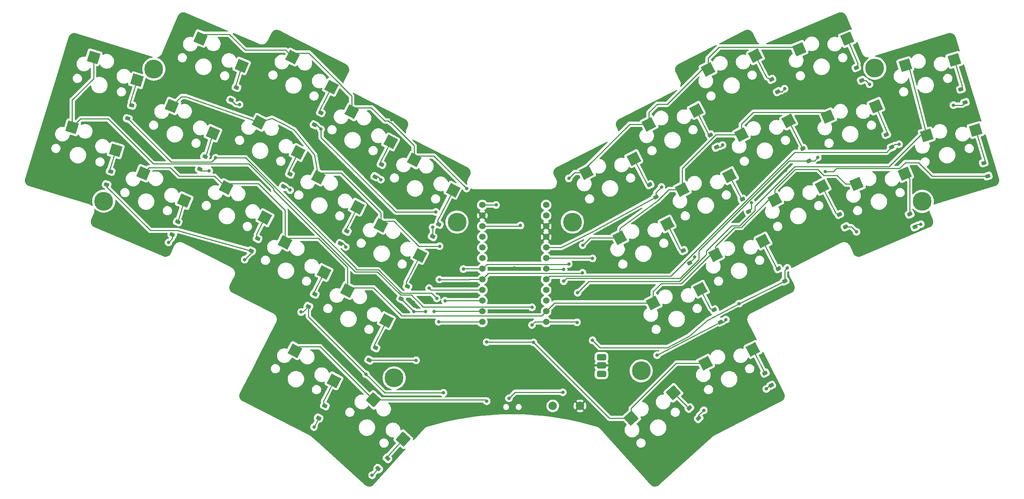
<source format=gbr>
%TF.GenerationSoftware,KiCad,Pcbnew,7.0.2*%
%TF.CreationDate,2023-05-29T21:35:39+02:00*%
%TF.ProjectId,Bolbol,426f6c62-6f6c-42e6-9b69-6361645f7063,rev?*%
%TF.SameCoordinates,Original*%
%TF.FileFunction,Copper,L2,Bot*%
%TF.FilePolarity,Positive*%
%FSLAX46Y46*%
G04 Gerber Fmt 4.6, Leading zero omitted, Abs format (unit mm)*
G04 Created by KiCad (PCBNEW 7.0.2) date 2023-05-29 21:35:39*
%MOMM*%
%LPD*%
G01*
G04 APERTURE LIST*
G04 Aperture macros list*
%AMRoundRect*
0 Rectangle with rounded corners*
0 $1 Rounding radius*
0 $2 $3 $4 $5 $6 $7 $8 $9 X,Y pos of 4 corners*
0 Add a 4 corners polygon primitive as box body*
4,1,4,$2,$3,$4,$5,$6,$7,$8,$9,$2,$3,0*
0 Add four circle primitives for the rounded corners*
1,1,$1+$1,$2,$3*
1,1,$1+$1,$4,$5*
1,1,$1+$1,$6,$7*
1,1,$1+$1,$8,$9*
0 Add four rect primitives between the rounded corners*
20,1,$1+$1,$2,$3,$4,$5,0*
20,1,$1+$1,$4,$5,$6,$7,0*
20,1,$1+$1,$6,$7,$8,$9,0*
20,1,$1+$1,$8,$9,$2,$3,0*%
%AMRotRect*
0 Rectangle, with rotation*
0 The origin of the aperture is its center*
0 $1 length*
0 $2 width*
0 $3 Rotation angle, in degrees counterclockwise*
0 Add horizontal line*
21,1,$1,$2,0,0,$3*%
G04 Aperture macros list end*
%TA.AperFunction,SMDPad,CuDef*%
%ADD10RotRect,2.600000X2.600000X333.000000*%
%TD*%
%TA.AperFunction,ComponentPad*%
%ADD11C,4.500000*%
%TD*%
%TA.AperFunction,SMDPad,CuDef*%
%ADD12RotRect,2.600000X2.600000X318.000000*%
%TD*%
%TA.AperFunction,SMDPad,CuDef*%
%ADD13RotRect,2.600000X2.600000X23.000000*%
%TD*%
%TA.AperFunction,SMDPad,CuDef*%
%ADD14RotRect,2.600000X2.600000X337.000000*%
%TD*%
%TA.AperFunction,ComponentPad*%
%ADD15C,2.000000*%
%TD*%
%TA.AperFunction,SMDPad,CuDef*%
%ADD16RotRect,2.600000X2.600000X17.000000*%
%TD*%
%TA.AperFunction,SMDPad,CuDef*%
%ADD17RotRect,2.600000X2.600000X27.000000*%
%TD*%
%TA.AperFunction,SMDPad,CuDef*%
%ADD18RotRect,2.600000X2.600000X42.000000*%
%TD*%
%TA.AperFunction,SMDPad,CuDef*%
%ADD19RotRect,2.600000X2.600000X343.000000*%
%TD*%
%TA.AperFunction,ComponentPad*%
%ADD20C,1.524000*%
%TD*%
%TA.AperFunction,ComponentPad*%
%ADD21RoundRect,0.375000X0.750000X-0.375000X0.750000X0.375000X-0.750000X0.375000X-0.750000X-0.375000X0*%
%TD*%
%TA.AperFunction,SMDPad,CuDef*%
%ADD22RoundRect,0.225000X0.257275X-0.353638X0.433104X0.060589X-0.257275X0.353638X-0.433104X-0.060589X0*%
%TD*%
%TA.AperFunction,SMDPad,CuDef*%
%ADD23RoundRect,0.225000X0.231980X-0.370723X0.436275X0.030230X-0.231980X0.370723X-0.436275X-0.030230X0*%
%TD*%
%TA.AperFunction,SMDPad,CuDef*%
%ADD24RoundRect,0.225000X0.292831X-0.324808X0.424398X0.105529X-0.292831X0.324808X-0.424398X-0.105529X0*%
%TD*%
%TA.AperFunction,SMDPad,CuDef*%
%ADD25RoundRect,0.225000X0.436275X-0.030230X0.231980X0.370723X-0.436275X0.030230X-0.231980X-0.370723X0*%
%TD*%
%TA.AperFunction,SMDPad,CuDef*%
%ADD26RoundRect,0.225000X0.424398X-0.105529X0.292831X0.324808X-0.424398X0.105529X-0.292831X-0.324808X0*%
%TD*%
%TA.AperFunction,SMDPad,CuDef*%
%ADD27RoundRect,0.225000X0.433104X-0.060589X0.257275X0.353638X-0.433104X0.060589X-0.257275X-0.353638X0*%
%TD*%
%TA.AperFunction,SMDPad,CuDef*%
%ADD28RoundRect,0.225000X0.429234X0.083716X0.128125X0.418132X-0.429234X-0.083716X-0.128125X-0.418132X0*%
%TD*%
%TA.AperFunction,SMDPad,CuDef*%
%ADD29RoundRect,0.225000X0.128125X-0.418132X0.429234X-0.083716X-0.128125X0.418132X-0.429234X0.083716X0*%
%TD*%
%TA.AperFunction,ViaPad*%
%ADD30C,0.800000*%
%TD*%
%TA.AperFunction,Conductor*%
%ADD31C,0.250000*%
%TD*%
G04 APERTURE END LIST*
D10*
%TO.P,SW9,1,1*%
%TO.N,row_1*%
X104922678Y-65796668D03*
%TO.P,SW9,2,2*%
%TO.N,Net-(D10-A)*%
X114215025Y-73000474D03*
%TD*%
%TO.P,SW35,1,1*%
%TO.N,row_2*%
X111872498Y-92906631D03*
%TO.P,SW35,2,2*%
%TO.N,Net-(D15-A)*%
X121164845Y-100110437D03*
%TD*%
D11*
%TO.P,H2,1*%
%TO.N,N/C*%
X122975646Y-113789862D03*
%TD*%
D12*
%TO.P,SW19,1,1*%
%TO.N,row_3*%
X118057355Y-119043336D03*
%TO.P,SW19,2,2*%
%TO.N,Net-(D16-A)*%
X125168591Y-128406714D03*
%TD*%
D10*
%TO.P,SW8,1,1*%
%TO.N,row_0*%
X112867511Y-50204055D03*
%TO.P,SW8,2,2*%
%TO.N,Net-(D9-A)*%
X122159858Y-57407861D03*
%TD*%
%TO.P,SW5,1,1*%
%TO.N,row_0*%
X98767339Y-37127445D03*
%TO.P,SW5,2,2*%
%TO.N,Net-(D5-A)*%
X108059686Y-44331251D03*
%TD*%
D11*
%TO.P,H2,1*%
%TO.N,N/C*%
X65673246Y-40002862D03*
%TD*%
D13*
%TO.P,SW29,1,1*%
%TO.N,row_0*%
X219613184Y-35248648D03*
%TO.P,SW29,2,2*%
%TO.N,Net-(D29-A)*%
X231104625Y-32760815D03*
%TD*%
D10*
%TO.P,SW13,1,1*%
%TO.N,row_1*%
X119817333Y-77314017D03*
%TO.P,SW13,2,2*%
%TO.N,Net-(D14-A)*%
X129109680Y-84517823D03*
%TD*%
%TO.P,SW12,1,1*%
%TO.N,row_0*%
X127762166Y-61721401D03*
%TO.P,SW12,2,2*%
%TO.N,Net-(D13-A)*%
X137054513Y-68925207D03*
%TD*%
%TO.P,SW6,1,1*%
%TO.N,row_1*%
X90822508Y-52720059D03*
%TO.P,SW6,2,2*%
%TO.N,Net-(D6-A)*%
X100114855Y-59923865D03*
%TD*%
D11*
%TO.P,H2,1*%
%TO.N,N/C*%
X248959646Y-71600462D03*
%TD*%
D14*
%TO.P,SW2,1,1*%
%TO.N,row_0*%
X76835398Y-32689360D03*
%TO.P,SW2,2,2*%
%TO.N,Net-(D1-A)*%
X86607621Y-39227417D03*
%TD*%
D15*
%TO.P,SW33,1,1*%
%TO.N,reset*%
X160829868Y-120474480D03*
%TO.P,SW33,2,2*%
%TO.N,gnd*%
X167329868Y-120474480D03*
%TD*%
D16*
%TO.P,SW28,1,1*%
%TO.N,row_3*%
X250037982Y-55836464D03*
%TO.P,SW28,2,2*%
%TO.N,Net-(D28-A)*%
X261726521Y-54563442D03*
%TD*%
D17*
%TO.P,SW36,1,1*%
%TO.N,row_2*%
X184769298Y-95880270D03*
%TO.P,SW36,2,2*%
%TO.N,Net-(D19-A)*%
X196059204Y-92596894D03*
%TD*%
%TO.P,SW24,1,1*%
%TO.N,row_3*%
X197289027Y-110264185D03*
%TO.P,SW24,2,2*%
%TO.N,Net-(D24-A)*%
X208578933Y-106980809D03*
%TD*%
D14*
%TO.P,SW4,1,1*%
%TO.N,row_2*%
X63159811Y-64907030D03*
%TO.P,SW4,2,2*%
%TO.N,Net-(D3-A)*%
X72932034Y-71445087D03*
%TD*%
D18*
%TO.P,SW20,1,1*%
%TO.N,row_3*%
X179552936Y-123426142D03*
%TO.P,SW20,2,2*%
%TO.N,Net-(D20-A)*%
X189608347Y-117332602D03*
%TD*%
D19*
%TO.P,SW11,1,1*%
%TO.N,row_3*%
X51292615Y-37186094D03*
%TO.P,SW11,2,2*%
%TO.N,Net-(D4-A)*%
X61694717Y-42666859D03*
%TD*%
D17*
%TO.P,SW25,1,1*%
%TO.N,row_0*%
X197874456Y-40101085D03*
%TO.P,SW25,2,2*%
%TO.N,Net-(D25-A)*%
X209164362Y-36817709D03*
%TD*%
%TO.P,SW23,1,1*%
%TO.N,row_2*%
X199663953Y-84362923D03*
%TO.P,SW23,2,2*%
%TO.N,Net-(D23-A)*%
X210953859Y-81079547D03*
%TD*%
D11*
%TO.P,H2,1*%
%TO.N,N/C*%
X53709846Y-71549662D03*
%TD*%
D14*
%TO.P,SW3,1,1*%
%TO.N,row_1*%
X69997604Y-48798194D03*
%TO.P,SW3,2,2*%
%TO.N,Net-(D2-A)*%
X79769827Y-55336251D03*
%TD*%
D13*
%TO.P,SW30,1,1*%
%TO.N,row_1*%
X226450977Y-51357485D03*
%TO.P,SW30,2,2*%
%TO.N,Net-(D30-A)*%
X237942418Y-48869652D03*
%TD*%
D17*
%TO.P,SW27,1,1*%
%TO.N,row_2*%
X213764122Y-71286314D03*
%TO.P,SW27,2,2*%
%TO.N,Net-(D27-A)*%
X225054028Y-68002938D03*
%TD*%
D19*
%TO.P,SW14,1,1*%
%TO.N,row_3*%
X46176112Y-53921428D03*
%TO.P,SW14,2,2*%
%TO.N,Net-(D8-A)*%
X56578214Y-59402193D03*
%TD*%
D20*
%TO.P,U1,1,D3/TX0*%
%TO.N,unconnected-(U1-D3{slash}TX0-Pad1)*%
X159245269Y-72468479D03*
%TO.P,U1,2,D2/RX1*%
%TO.N,unconnected-(U1-D2{slash}RX1-Pad2)*%
X159245269Y-75008479D03*
%TO.P,U1,3,GND*%
%TO.N,gnd*%
X159245269Y-77548479D03*
%TO.P,U1,4,GND*%
X159245269Y-80088479D03*
%TO.P,U1,5,SDA/D1/2*%
%TO.N,col_4*%
X159245269Y-82628479D03*
%TO.P,U1,6,SCL/D0/3*%
%TO.N,col_5*%
X159245269Y-85168479D03*
%TO.P,U1,7,D4/4*%
%TO.N,col_6*%
X159245269Y-87708479D03*
%TO.P,U1,8,C6/5*%
%TO.N,col_7*%
X159245269Y-90248479D03*
%TO.P,U1,9,D7/6*%
%TO.N,unconnected-(U1-D7{slash}6-Pad9)*%
X159245269Y-92788479D03*
%TO.P,U1,10,E6/7*%
%TO.N,unconnected-(U1-E6{slash}7-Pad10)*%
X159245269Y-95328479D03*
%TO.P,U1,11,B4/8*%
%TO.N,row_2*%
X159245269Y-97868479D03*
%TO.P,U1,12,B5/9*%
%TO.N,row_3*%
X159245269Y-100408479D03*
%TO.P,U1,13,10/B6*%
%TO.N,col_0*%
X144025269Y-100408479D03*
%TO.P,U1,14,16/B2*%
%TO.N,col_1*%
X144025269Y-97868479D03*
%TO.P,U1,15,14/B3*%
%TO.N,col_2*%
X144025269Y-95328479D03*
%TO.P,U1,16,15/B1*%
%TO.N,col_3*%
X144025269Y-92788479D03*
%TO.P,U1,17,A0/F7*%
%TO.N,row_1*%
X144025269Y-90248479D03*
%TO.P,U1,18,A1/F6*%
%TO.N,row_0*%
X144025269Y-87708479D03*
%TO.P,U1,19,A2/F5*%
%TO.N,unconnected-(U1-A2{slash}F5-Pad19)*%
X144025269Y-85168479D03*
%TO.P,U1,20,A3/F4*%
%TO.N,unconnected-(U1-A3{slash}F4-Pad20)*%
X144025269Y-82628479D03*
%TO.P,U1,21,VCC*%
%TO.N,vcc*%
X144025269Y-80088479D03*
%TO.P,U1,22,RST*%
%TO.N,reset*%
X144025269Y-77548479D03*
%TO.P,U1,23,GND*%
%TO.N,gnd*%
X144025269Y-75008479D03*
%TO.P,U1,24,RAW*%
%TO.N,raw*%
X144025269Y-72468479D03*
%TD*%
D10*
%TO.P,SW15,1,1*%
%TO.N,row_3*%
X99352768Y-107290543D03*
%TO.P,SW15,2,2*%
%TO.N,Net-(D12-A)*%
X108645115Y-114494349D03*
%TD*%
D11*
%TO.P,H2,1*%
%TO.N,N/C*%
X181929046Y-112088062D03*
%TD*%
D17*
%TO.P,SW26,1,1*%
%TO.N,row_1*%
X205819287Y-55693698D03*
%TO.P,SW26,2,2*%
%TO.N,Net-(D26-A)*%
X217109193Y-52410322D03*
%TD*%
D11*
%TO.P,,1*%
%TO.N,N/C*%
X165520646Y-76553462D03*
%TD*%
%TO.P,,1*%
%TO.N,N/C*%
X137987046Y-76553462D03*
%TD*%
D16*
%TO.P,SW32,1,1*%
%TO.N,row_3*%
X244921476Y-39101128D03*
%TO.P,SW32,2,2*%
%TO.N,Net-(D32-A)*%
X256610015Y-37828106D03*
%TD*%
D10*
%TO.P,SW7,1,1*%
%TO.N,row_2*%
X82877672Y-68312674D03*
%TO.P,SW7,2,2*%
%TO.N,Net-(D7-A)*%
X92170019Y-75516480D03*
%TD*%
D11*
%TO.P,H2,1*%
%TO.N,N/C*%
X237631246Y-39774262D03*
%TD*%
D17*
%TO.P,SW17,1,1*%
%TO.N,row_0*%
X168879629Y-64695040D03*
%TO.P,SW17,2,2*%
%TO.N,Net-(D17-A)*%
X180169535Y-61411664D03*
%TD*%
D13*
%TO.P,SW31,1,1*%
%TO.N,row_2*%
X233288772Y-67466320D03*
%TO.P,SW31,2,2*%
%TO.N,Net-(D31-A)*%
X244780213Y-64978487D03*
%TD*%
D10*
%TO.P,SW10,1,1*%
%TO.N,row_2*%
X96977844Y-81389283D03*
%TO.P,SW10,2,2*%
%TO.N,Net-(D11-A)*%
X106270191Y-88593089D03*
%TD*%
D21*
%TO.P,PAD1,1*%
%TO.N,bat+*%
X172461870Y-108822480D03*
%TO.P,PAD1,2*%
%TO.N,gnd*%
X172461870Y-110822480D03*
%TO.P,PAD1,3*%
%TO.N,bat+*%
X172461870Y-112822480D03*
%TD*%
D17*
%TO.P,SW22,1,1*%
%TO.N,row_1*%
X191719119Y-68770308D03*
%TO.P,SW22,2,2*%
%TO.N,Net-(D22-A)*%
X203009025Y-65486932D03*
%TD*%
%TO.P,SW18,1,1*%
%TO.N,row_1*%
X176824464Y-80287653D03*
%TO.P,SW18,2,2*%
%TO.N,Net-(D18-A)*%
X188114370Y-77004277D03*
%TD*%
%TO.P,SW21,1,1*%
%TO.N,row_0*%
X183774284Y-53177691D03*
%TO.P,SW21,2,2*%
%TO.N,Net-(D21-A)*%
X195064190Y-49894315D03*
%TD*%
D22*
%TO.P,D1,1,K*%
%TO.N,col_0*%
X84099810Y-47416774D03*
%TO.P,D1,2,A*%
%TO.N,Net-(D1-A)*%
X85389222Y-44379108D03*
%TD*%
D23*
%TO.P,D6,1,K*%
%TO.N,col_1*%
X96644631Y-68043702D03*
%TO.P,D6,2,A*%
%TO.N,Net-(D6-A)*%
X98142799Y-65103380D03*
%TD*%
D24*
%TO.P,D4,1,K*%
%TO.N,col_0*%
X59446304Y-51819245D03*
%TO.P,D4,2,A*%
%TO.N,Net-(D4-A)*%
X60411130Y-48663439D03*
%TD*%
D25*
%TO.P,D22,1,K*%
%TO.N,col_5*%
X207566000Y-74038102D03*
%TO.P,D22,2,A*%
%TO.N,Net-(D22-A)*%
X206067832Y-71097780D03*
%TD*%
%TO.P,D25,1,K*%
%TO.N,col_6*%
X214500201Y-45386904D03*
%TO.P,D25,2,A*%
%TO.N,Net-(D25-A)*%
X213002033Y-42446582D03*
%TD*%
D26*
%TO.P,D32,1,K*%
%TO.N,col_7*%
X259166129Y-47958444D03*
%TO.P,D32,2,A*%
%TO.N,Net-(D32-A)*%
X258201303Y-44802638D03*
%TD*%
D22*
%TO.P,D2,1,K*%
%TO.N,col_0*%
X76606810Y-63926773D03*
%TO.P,D2,2,A*%
%TO.N,Net-(D2-A)*%
X77896222Y-60889107D03*
%TD*%
D25*
%TO.P,D24,1,K*%
%TO.N,col_5*%
X212937883Y-115564063D03*
%TO.P,D24,2,A*%
%TO.N,Net-(D24-A)*%
X211439715Y-112623741D03*
%TD*%
D27*
%TO.P,D29,1,K*%
%TO.N,col_7*%
X234538022Y-42692375D03*
%TO.P,D29,2,A*%
%TO.N,Net-(D29-A)*%
X233248610Y-39654709D03*
%TD*%
D23*
%TO.P,D15,1,K*%
%TO.N,col_3*%
X117040832Y-109521901D03*
%TO.P,D15,2,A*%
%TO.N,Net-(D15-A)*%
X118539000Y-106581579D03*
%TD*%
%TO.P,D14,1,K*%
%TO.N,col_3*%
X124660833Y-94891502D03*
%TO.P,D14,2,A*%
%TO.N,Net-(D14-A)*%
X126159001Y-91951180D03*
%TD*%
D25*
%TO.P,D19,1,K*%
%TO.N,col_4*%
X200809600Y-100454101D03*
%TO.P,D19,2,A*%
%TO.N,Net-(D19-A)*%
X199311432Y-97513779D03*
%TD*%
%TO.P,D27,1,K*%
%TO.N,col_6*%
X230680000Y-77670302D03*
%TO.P,D27,2,A*%
%TO.N,Net-(D27-A)*%
X229181832Y-74729980D03*
%TD*%
D23*
%TO.P,D13,1,K*%
%TO.N,col_3*%
X132153832Y-80007104D03*
%TO.P,D13,2,A*%
%TO.N,Net-(D13-A)*%
X133652000Y-77066782D03*
%TD*%
D25*
%TO.P,D23,1,K*%
%TO.N,col_5*%
X216151200Y-90624301D03*
%TO.P,D23,2,A*%
%TO.N,Net-(D23-A)*%
X214653032Y-87683979D03*
%TD*%
D27*
%TO.P,D30,1,K*%
%TO.N,col_7*%
X241675423Y-58668973D03*
%TO.P,D30,2,A*%
%TO.N,Net-(D30-A)*%
X240386011Y-55631307D03*
%TD*%
D23*
%TO.P,D7,1,K*%
%TO.N,col_1*%
X88910548Y-83433064D03*
%TO.P,D7,2,A*%
%TO.N,Net-(D7-A)*%
X90408716Y-80492742D03*
%TD*%
D26*
%TO.P,D28,1,K*%
%TO.N,col_6*%
X264601729Y-65560645D03*
%TO.P,D28,2,A*%
%TO.N,Net-(D28-A)*%
X263636903Y-62404839D03*
%TD*%
D28*
%TO.P,D20,1,K*%
%TO.N,col_4*%
X195627383Y-123425729D03*
%TO.P,D20,2,A*%
%TO.N,Net-(D20-A)*%
X193419251Y-120973351D03*
%TD*%
D23*
%TO.P,D9,1,K*%
%TO.N,col_2*%
X118488633Y-65706903D03*
%TO.P,D9,2,A*%
%TO.N,Net-(D9-A)*%
X119986801Y-62766581D03*
%TD*%
D22*
%TO.P,D3,1,K*%
%TO.N,col_0*%
X70079011Y-79522376D03*
%TO.P,D3,2,A*%
%TO.N,Net-(D3-A)*%
X71368423Y-76484710D03*
%TD*%
D29*
%TO.P,D16,1,K*%
%TO.N,col_3*%
X119188585Y-135446920D03*
%TO.P,D16,2,A*%
%TO.N,Net-(D16-A)*%
X121396717Y-132994542D03*
%TD*%
D25*
%TO.P,D17,1,K*%
%TO.N,col_4*%
X185417201Y-70558301D03*
%TO.P,D17,2,A*%
%TO.N,Net-(D17-A)*%
X183919033Y-67617979D03*
%TD*%
D24*
%TO.P,D8,1,K*%
%TO.N,col_1*%
X54417100Y-67592644D03*
%TO.P,D8,2,A*%
%TO.N,Net-(D8-A)*%
X55381926Y-64436838D03*
%TD*%
D25*
%TO.P,D26,1,K*%
%TO.N,col_6*%
X221967800Y-61896902D03*
%TO.P,D26,2,A*%
%TO.N,Net-(D26-A)*%
X220469632Y-58956580D03*
%TD*%
D23*
%TO.P,D10,1,K*%
%TO.N,col_2*%
X110208232Y-81683503D03*
%TO.P,D10,2,A*%
%TO.N,Net-(D10-A)*%
X111706400Y-78743181D03*
%TD*%
%TO.P,D12,1,K*%
%TO.N,col_2*%
X104975831Y-123365903D03*
%TO.P,D12,2,A*%
%TO.N,Net-(D12-A)*%
X106473999Y-120425581D03*
%TD*%
D25*
%TO.P,D21,1,K*%
%TO.N,col_5*%
X199882284Y-58668064D03*
%TO.P,D21,2,A*%
%TO.N,Net-(D21-A)*%
X198384116Y-55727742D03*
%TD*%
%TO.P,D18,1,K*%
%TO.N,col_4*%
X193469002Y-86306301D03*
%TO.P,D18,2,A*%
%TO.N,Net-(D18-A)*%
X191970834Y-83365979D03*
%TD*%
D23*
%TO.P,D5,1,K*%
%TO.N,col_1*%
X104010631Y-53337102D03*
%TO.P,D5,2,A*%
%TO.N,Net-(D5-A)*%
X105508799Y-50396780D03*
%TD*%
D27*
%TO.P,D31,1,K*%
%TO.N,col_7*%
X247267552Y-77691295D03*
%TO.P,D31,2,A*%
%TO.N,Net-(D31-A)*%
X245978140Y-74653629D03*
%TD*%
D23*
%TO.P,D11,1,K*%
%TO.N,col_2*%
X102549916Y-96697942D03*
%TO.P,D11,2,A*%
%TO.N,Net-(D11-A)*%
X104048084Y-93757620D03*
%TD*%
D30*
%TO.N,col_0*%
X133592846Y-100378662D03*
X86120246Y-48486462D03*
X80405246Y-61186462D03*
X69178446Y-81404862D03*
X133161046Y-94790662D03*
X78881246Y-64285262D03*
%TO.N,col_1*%
X132907046Y-74140462D03*
X98159846Y-68908062D03*
X105525846Y-54353862D03*
X87339446Y-85519662D03*
X132526046Y-97914862D03*
%TO.N,col_2*%
X135116846Y-95349462D03*
X116295446Y-112926262D03*
X103864856Y-125516397D03*
X111444046Y-82497062D03*
X134761246Y-117345862D03*
X119826046Y-66418862D03*
X100801446Y-98041862D03*
%TO.N,col_3*%
X128233446Y-109573462D03*
X130519446Y-97889462D03*
X132145046Y-77798062D03*
X131332246Y-92326862D03*
X127700046Y-97889462D03*
X117732517Y-137027835D03*
%TO.N,col_4*%
X185713646Y-108354262D03*
X202122046Y-99845262D03*
X196864246Y-121511462D03*
X194705246Y-84859262D03*
X186755046Y-68171462D03*
%TO.N,col_5*%
X170321246Y-104798262D03*
X211774046Y-116406062D03*
X170321246Y-85240262D03*
X216777846Y-87475462D03*
X208198067Y-71932417D03*
X201334646Y-58163862D03*
X205271646Y-96035262D03*
%TO.N,col_6*%
X163437846Y-87856462D03*
X216142846Y-44701862D03*
X224042246Y-61110262D03*
X233287846Y-78890262D03*
X163437846Y-90675862D03*
X225794846Y-64513862D03*
%TO.N,col_7*%
X248629446Y-77061462D03*
X236386646Y-43609662D03*
X243422446Y-57960662D03*
X256401846Y-48613462D03*
%TO.N,bat+*%
X150382246Y-118666662D03*
X163234646Y-117218862D03*
%TO.N,raw*%
X147308846Y-72464062D03*
%TO.N,gnd*%
X131459246Y-95527262D03*
X73445646Y-64183662D03*
X127573046Y-95755862D03*
X138342646Y-64056662D03*
X151322046Y-92834862D03*
X174969446Y-110919662D03*
X193663846Y-39825062D03*
X129300246Y-94587462D03*
X181827446Y-50289862D03*
X139993646Y-93901662D03*
X174944046Y-78204462D03*
X87009246Y-64539262D03*
X175909246Y-93342862D03*
X96940646Y-33500462D03*
X205551046Y-75689862D03*
X216346046Y-64234462D03*
X185154846Y-87500862D03*
X206922646Y-32408262D03*
X99252046Y-77239262D03*
X118987846Y-90828262D03*
X122366046Y-52093262D03*
X151626846Y-87475462D03*
%TO.N,reset*%
X153125446Y-77366262D03*
%TO.N,row_1*%
X133796046Y-90269462D03*
X167908246Y-88669262D03*
X133846846Y-82319262D03*
X167959046Y-82090662D03*
%TO.N,row_0*%
X139511046Y-87780262D03*
X164657046Y-66114062D03*
X140273046Y-68527062D03*
X164657046Y-86561062D03*
%TO.N,row_3*%
X155868646Y-96924262D03*
X145073646Y-119327062D03*
X155868646Y-101140662D03*
X156249646Y-105306262D03*
X166612846Y-100505662D03*
X145073646Y-105230062D03*
X166765246Y-93444462D03*
%TD*%
D31*
%TO.N,col_0*%
X131898246Y-93527862D02*
X133161046Y-94790662D01*
X79396446Y-62184262D02*
X79458246Y-62184262D01*
X85169498Y-48486462D02*
X84099810Y-47416774D01*
X119198595Y-87965262D02*
X124761195Y-93527862D01*
X86120246Y-48486462D02*
X85169498Y-48486462D01*
X133592846Y-100378662D02*
X133622663Y-100408479D01*
X124761195Y-93527862D02*
X131898246Y-93527862D01*
X80405246Y-61186462D02*
X87544042Y-61186462D01*
X76606810Y-63926773D02*
X76965299Y-64285262D01*
X59446304Y-51819245D02*
X69811321Y-62184262D01*
X70079011Y-80504297D02*
X69178446Y-81404862D01*
X69811321Y-62184262D02*
X79396446Y-62184262D01*
X87544042Y-61186462D02*
X113916442Y-87558862D01*
X79458246Y-62184262D02*
X80405246Y-61237262D01*
X113916442Y-87965262D02*
X119198595Y-87965262D01*
X133622663Y-100408479D02*
X144025269Y-100408479D01*
X76965299Y-64285262D02*
X78881246Y-64285262D01*
X70079011Y-79522376D02*
X70079011Y-80504297D01*
X113916442Y-87558862D02*
X113916442Y-87965262D01*
%TO.N,col_1*%
X105525846Y-54328462D02*
X105525846Y-54353862D01*
X54417100Y-68116716D02*
X64835046Y-78534662D01*
X105525846Y-56309662D02*
X105525846Y-54353862D01*
X96644631Y-68043702D02*
X97244686Y-68043702D01*
X54417100Y-67592644D02*
X54417100Y-68116716D01*
X132907046Y-74140462D02*
X123356646Y-74140462D01*
X71210446Y-78534662D02*
X88910548Y-83433064D01*
X88910548Y-83433064D02*
X88910548Y-83948560D01*
X88910548Y-83948560D02*
X87339446Y-85519662D01*
X132572429Y-97868479D02*
X132526046Y-97914862D01*
X104534486Y-53337102D02*
X105525846Y-54328462D01*
X104010631Y-53337102D02*
X104534486Y-53337102D01*
X144025269Y-97868479D02*
X132572429Y-97868479D01*
X97244686Y-68043702D02*
X98007446Y-68806462D01*
X105525846Y-54353862D02*
X105551246Y-54353862D01*
X105551246Y-54353862D02*
X105525846Y-54328462D01*
X64835046Y-78534662D02*
X71210446Y-78534662D01*
X123356646Y-74140462D02*
X105525846Y-56309662D01*
%TO.N,col_2*%
X119114087Y-65706903D02*
X119826046Y-66418862D01*
X110732087Y-81683503D02*
X111418646Y-82370062D01*
X102549916Y-99180732D02*
X102549916Y-96697942D01*
X118488633Y-65706903D02*
X119114087Y-65706903D01*
X135137829Y-95328479D02*
X144025269Y-95328479D01*
X110208232Y-81683503D02*
X110732087Y-81683503D01*
X135116846Y-95349462D02*
X135137829Y-95328479D01*
X116295446Y-112926262D02*
X102549916Y-99180732D01*
X120715046Y-117345862D02*
X116295446Y-112926262D01*
X100801446Y-98041862D02*
X101205996Y-98041862D01*
X134761246Y-117345862D02*
X120715046Y-117345862D01*
X101205996Y-98041862D02*
X102549916Y-96697942D01*
X104975832Y-123365903D02*
X103864856Y-125516397D01*
%TO.N,col_3*%
X117766738Y-137026041D02*
X117732517Y-137027835D01*
X132153832Y-80007104D02*
X132145046Y-79998318D01*
X117040832Y-109521901D02*
X128181885Y-109521901D01*
X119188583Y-135446920D02*
X117766738Y-137026041D01*
X124660833Y-94891502D02*
X127658793Y-97889462D01*
X131793863Y-92788479D02*
X144025269Y-92788479D01*
X131332246Y-92326862D02*
X131793863Y-92788479D01*
X128181885Y-109521901D02*
X128233446Y-109573462D01*
X132145046Y-79998318D02*
X132145046Y-77798062D01*
X127658793Y-97889462D02*
X130519446Y-97889462D01*
%TO.N,col_4*%
X162849229Y-82628479D02*
X159245269Y-82628479D01*
X194527446Y-85247857D02*
X194527446Y-84656062D01*
X193469002Y-86306301D02*
X194527446Y-85247857D01*
X200809600Y-100454101D02*
X201513207Y-100454101D01*
X185417201Y-70558301D02*
X170245046Y-78890262D01*
X201513207Y-100454101D02*
X202122046Y-99845262D01*
X185713646Y-108354262D02*
X200809600Y-100454101D01*
X196864246Y-121511462D02*
X195627383Y-122646725D01*
X195627383Y-122646725D02*
X195627383Y-123425729D01*
X185417201Y-69509307D02*
X186755046Y-68171462D01*
X170245046Y-78890262D02*
X162849229Y-82628479D01*
X185417201Y-70558301D02*
X185417201Y-69509307D01*
%TO.N,col_5*%
X216151200Y-88102108D02*
X216777846Y-87475462D01*
X208198067Y-71932417D02*
X208198067Y-73406035D01*
X212616045Y-115564063D02*
X211774046Y-116406062D01*
X208198067Y-73406035D02*
X207566000Y-74038102D01*
X170321246Y-104798262D02*
X172073846Y-106550862D01*
X193280086Y-103886622D02*
X197727846Y-100048462D01*
X159245269Y-85168479D02*
X170249463Y-85168479D01*
X188189146Y-106550862D02*
X193280086Y-103886622D01*
X212937883Y-115564063D02*
X212616045Y-115564063D01*
X216151200Y-90624301D02*
X216151200Y-88102108D01*
X197727846Y-100048462D02*
X205271646Y-96035262D01*
X199882284Y-58668064D02*
X200830444Y-58668064D01*
X172073846Y-106550862D02*
X188189146Y-106550862D01*
X205271646Y-96035262D02*
X216151200Y-90624301D01*
X200830444Y-58668064D02*
X201334646Y-58163862D01*
X170249463Y-85168479D02*
X170321246Y-85240262D01*
%TO.N,col_6*%
X228545246Y-63719262D02*
X227750646Y-64513862D01*
X195684246Y-85455062D02*
X191202828Y-89936480D01*
X244921046Y-62329462D02*
X243531246Y-63719262D01*
X255084041Y-65560645D02*
X251299774Y-65560645D01*
X163437846Y-87856462D02*
X163412446Y-87831062D01*
X159367852Y-87831062D02*
X159245269Y-87708479D01*
X164177228Y-89936480D02*
X163437846Y-90675862D01*
X215457804Y-45386904D02*
X216142846Y-44701862D01*
X191202828Y-89936480D02*
X164177228Y-89936480D01*
X163412446Y-87831062D02*
X159367852Y-87831062D01*
X214500201Y-45386904D02*
X215457804Y-45386904D01*
X243531246Y-63719262D02*
X228545246Y-63719262D01*
X195684246Y-83421639D02*
X195684246Y-85455062D01*
X221967800Y-61896902D02*
X217208983Y-61896902D01*
X223255606Y-61896902D02*
X224042246Y-61110262D01*
X264601729Y-65560645D02*
X255084041Y-65560645D01*
X251299774Y-65560645D02*
X248068591Y-62329462D01*
X230680000Y-77670302D02*
X232067886Y-77670302D01*
X227750646Y-64513862D02*
X225794846Y-64513862D01*
X248068591Y-62329462D02*
X244921046Y-62329462D01*
X232067886Y-77670302D02*
X233287846Y-78890262D01*
X221967800Y-61896902D02*
X223255606Y-61896902D01*
X217208983Y-61896902D02*
X195684246Y-83421639D01*
%TO.N,col_7*%
X247267552Y-77635956D02*
X247267552Y-77691295D01*
X259166129Y-47958444D02*
X258485711Y-48638862D01*
X235469359Y-42692375D02*
X234538022Y-42692375D01*
X243422446Y-57960662D02*
X242383734Y-57960662D01*
X240453334Y-59891062D02*
X241675423Y-58668973D01*
X248629446Y-77061462D02*
X247842046Y-77061462D01*
X159245269Y-90248479D02*
X160007268Y-89486480D01*
X236386646Y-43609662D02*
X235469359Y-42692375D01*
X188983009Y-89486480D02*
X218578427Y-59891062D01*
X218578427Y-59891062D02*
X240453334Y-59891062D01*
X160007268Y-89486480D02*
X188983009Y-89486480D01*
X258485711Y-48638862D02*
X256401846Y-48613462D01*
X247842046Y-77061462D02*
X247267552Y-77635956D01*
X242383734Y-57960662D02*
X241675423Y-58668973D01*
%TO.N,bat+*%
X151830046Y-117218862D02*
X150382246Y-118666662D01*
X163234646Y-117218862D02*
X151830046Y-117218862D01*
%TO.N,raw*%
X144025269Y-72468479D02*
X147308846Y-72464062D01*
%TO.N,Net-(D1-A)*%
X85162789Y-43953249D02*
X86607623Y-39227416D01*
X85389223Y-44379108D02*
X85162789Y-43953249D01*
%TO.N,Net-(D2-A)*%
X77896221Y-60889109D02*
X78106298Y-60777409D01*
X78106298Y-60777409D02*
X79769828Y-55336253D01*
%TO.N,Net-(D3-A)*%
X71395700Y-76470205D02*
X72932033Y-71445085D01*
X71368423Y-76484710D02*
X71395700Y-76470205D01*
%TO.N,Net-(D4-A)*%
X60411130Y-48663436D02*
X60062082Y-48006975D01*
X60062082Y-48006975D02*
X61694717Y-42666860D01*
%TO.N,reset*%
X153125446Y-77366262D02*
X152943229Y-77548479D01*
X152943229Y-77548479D02*
X144025269Y-77548479D01*
%TO.N,row_1*%
X99150446Y-54531662D02*
X96610446Y-53134662D01*
X191719119Y-63698553D02*
X191719119Y-68770308D01*
X96610446Y-53134662D02*
X93816446Y-51737662D01*
X208653682Y-50336826D02*
X205819287Y-53171221D01*
X110337907Y-64830123D02*
X105889223Y-64830123D01*
X128905456Y-82319262D02*
X122933666Y-76347472D01*
X105889223Y-64830123D02*
X104922678Y-65796668D01*
X225430318Y-50336826D02*
X208653682Y-50336826D01*
X104001846Y-60500662D02*
X99150446Y-54531662D01*
X176824464Y-78279844D02*
X176824464Y-80287653D01*
X144025269Y-90248479D02*
X140953958Y-90248479D01*
X205819287Y-53171221D02*
X205819287Y-55693698D01*
X167959046Y-82090662D02*
X169762055Y-80287653D01*
X167782029Y-88795479D02*
X145478269Y-88795479D01*
X140932975Y-90269462D02*
X133796046Y-90269462D01*
X188511008Y-68770308D02*
X185758811Y-71522505D01*
X199723974Y-55693698D02*
X191719119Y-63698553D01*
X140953958Y-90248479D02*
X140932975Y-90269462D01*
X167908246Y-88669262D02*
X167782029Y-88795479D01*
X72214336Y-46581462D02*
X69997604Y-48798194D01*
X191719119Y-68770308D02*
X188511008Y-68770308D01*
X119817333Y-77314017D02*
X119817333Y-74309549D01*
X169762055Y-80287653D02*
X176824464Y-80287653D01*
X90822508Y-52720059D02*
X73344046Y-46581462D01*
X226450977Y-51357485D02*
X225430318Y-50336826D01*
X93816446Y-51737662D02*
X90822508Y-52720059D01*
X73344046Y-46581462D02*
X72214336Y-46581462D01*
X176950646Y-77925062D02*
X176824464Y-78279844D01*
X205819287Y-55693698D02*
X199723974Y-55693698D01*
X145478269Y-88795479D02*
X144025269Y-90248479D01*
X133846846Y-82319262D02*
X128905456Y-82319262D01*
X104922678Y-65796668D02*
X104001846Y-60500662D01*
X119817333Y-74309549D02*
X110337907Y-64830123D01*
X120783878Y-76347472D02*
X119817333Y-77314017D01*
X185758811Y-71522505D02*
X176950646Y-77925062D01*
X122933666Y-76347472D02*
X120783878Y-76347472D01*
%TO.N,row_0*%
X122065741Y-52818262D02*
X122252846Y-52818262D01*
X197874456Y-40101085D02*
X197874456Y-37392452D01*
X83708113Y-31697929D02*
X87466446Y-35456262D01*
X145112269Y-86621479D02*
X164596629Y-86621479D01*
X110133182Y-43746598D02*
X112867511Y-46480927D01*
X113834056Y-49237510D02*
X117579894Y-49237510D01*
X188126646Y-48410262D02*
X196435823Y-40101085D01*
X127762166Y-58327582D02*
X127762166Y-61721401D01*
X99733884Y-36160900D02*
X102665573Y-36160900D01*
X139511046Y-87780262D02*
X139582829Y-87708479D01*
X87466446Y-35456262D02*
X97096156Y-35456262D01*
X120735951Y-52393567D02*
X121641046Y-52393567D01*
X112867511Y-46480927D02*
X112867511Y-50204055D01*
X112867511Y-50204055D02*
X113834056Y-49237510D01*
X97096156Y-35456262D02*
X98767339Y-37127445D01*
X110133182Y-43628509D02*
X110133182Y-43746598D01*
X185739046Y-48410262D02*
X188126646Y-48410262D01*
X196435823Y-40101085D02*
X197874456Y-40101085D01*
X219108749Y-34744213D02*
X219613184Y-35248648D01*
X121641046Y-52393567D02*
X122065741Y-52818262D01*
X164657046Y-66114062D02*
X166076068Y-64695040D01*
X128728711Y-60754856D02*
X132399240Y-60754856D01*
X132399240Y-60754856D02*
X140273046Y-68527062D01*
X77826829Y-31697929D02*
X83708113Y-31697929D01*
X164596629Y-86621479D02*
X164657046Y-86561062D01*
X117579894Y-49237510D02*
X120735951Y-52393567D01*
X183774284Y-53177691D02*
X183774284Y-50375024D01*
X168879629Y-63474618D02*
X179176556Y-53177691D01*
X168879629Y-64695040D02*
X168879629Y-63474618D01*
X98767339Y-37127445D02*
X99733884Y-36160900D01*
X139582829Y-87708479D02*
X144025269Y-87708479D01*
X166076068Y-64695040D02*
X168879629Y-64695040D01*
X144025269Y-87708479D02*
X145112269Y-86621479D01*
X102665573Y-36160900D02*
X110133182Y-43628509D01*
X183774284Y-50375024D02*
X185739046Y-48410262D01*
X197874456Y-37392452D02*
X200522695Y-34744213D01*
X76835398Y-32689360D02*
X77826829Y-31697929D01*
X127762166Y-61721401D02*
X128728711Y-60754856D01*
X122252846Y-52818262D02*
X127762166Y-58327582D01*
X179176556Y-53177691D02*
X183774284Y-53177691D01*
X200522695Y-34744213D02*
X219108749Y-34744213D01*
%TO.N,row_3*%
X244921476Y-39101128D02*
X245962578Y-40142230D01*
X119012199Y-88415262D02*
X124574799Y-93977862D01*
X159245269Y-100408479D02*
X166515663Y-100408479D01*
X129894063Y-96781479D02*
X155725863Y-96781479D01*
X124574799Y-93977862D02*
X127090446Y-93977862D01*
X145073646Y-105230062D02*
X156173446Y-105230062D01*
X209030846Y-72743462D02*
X209030846Y-73817462D01*
X203486446Y-77398862D02*
X197473846Y-83411462D01*
X166515663Y-100408479D02*
X166612846Y-100505662D01*
X155868646Y-101140662D02*
X156600829Y-100408479D01*
X65520846Y-62634262D02*
X88355446Y-62634262D01*
X88355446Y-62634262D02*
X94248246Y-68527062D01*
X174369526Y-123426142D02*
X156249646Y-105306262D01*
X156600829Y-100408479D02*
X159245269Y-100408479D01*
X190305639Y-110264185D02*
X197289027Y-110264185D01*
X209030846Y-72743462D02*
X218505046Y-63269262D01*
X144789920Y-119043336D02*
X145073646Y-119327062D01*
X51292615Y-42270913D02*
X46176112Y-47387416D01*
X99352768Y-107290543D02*
X100319313Y-106323998D01*
X105338017Y-106323998D02*
X118057355Y-119043336D01*
X179552936Y-123426142D02*
X174369526Y-123426142D01*
X51292615Y-37186094D02*
X51292615Y-42270913D01*
X197473846Y-83411462D02*
X197473846Y-84301858D01*
X169450446Y-90759262D02*
X166765246Y-93444462D01*
X218505046Y-63269262D02*
X241074027Y-63269262D01*
X209030846Y-73817462D02*
X205449446Y-77398862D01*
X179552936Y-123426142D02*
X179552936Y-121016888D01*
X127090446Y-93977862D02*
X129894063Y-96781479D01*
X46176112Y-47387416D02*
X46176112Y-53921428D01*
X94248246Y-68933462D02*
X113730046Y-88415262D01*
X248506825Y-55836464D02*
X241074027Y-63269262D01*
X100319313Y-106323998D02*
X105338017Y-106323998D01*
X113730046Y-88415262D02*
X119012199Y-88415262D01*
X155725863Y-96781479D02*
X155868646Y-96924262D01*
X197473846Y-84301858D02*
X191016442Y-90759262D01*
X54776646Y-51890062D02*
X65520846Y-62634262D01*
X250037982Y-55836464D02*
X248506825Y-55836464D01*
X205449446Y-77398862D02*
X203486446Y-77398862D01*
X245962578Y-40142230D02*
X250037982Y-55836464D01*
X156173446Y-105230062D02*
X156249646Y-105306262D01*
X191016442Y-90759262D02*
X169450446Y-90759262D01*
X94248246Y-68527062D02*
X94248246Y-68933462D01*
X48207478Y-51890062D02*
X54776646Y-51890062D01*
X179552936Y-121016888D02*
X190305639Y-110264185D01*
X46176112Y-53921428D02*
X48207478Y-51890062D01*
X118057355Y-119043336D02*
X144789920Y-119043336D01*
%TO.N,row_2*%
X204128646Y-77848862D02*
X199663953Y-82313555D01*
X212305098Y-71286314D02*
X205805046Y-77786366D01*
X111872498Y-92906631D02*
X111872498Y-87345114D01*
X225515446Y-65402862D02*
X224042246Y-63929662D01*
X111872498Y-87345114D02*
X104950122Y-80422738D01*
X213764122Y-71286314D02*
X212305098Y-71286314D01*
X90578113Y-67346129D02*
X83844217Y-67346129D01*
X64518179Y-63548662D02*
X63159811Y-64907030D01*
X233288772Y-67466320D02*
X230703104Y-67466320D01*
X228639646Y-65402862D02*
X225515446Y-65402862D01*
X83844217Y-67346129D02*
X82877672Y-68312674D01*
X186678846Y-91209262D02*
X184769298Y-93118810D01*
X82877672Y-68312674D02*
X80145660Y-65580662D01*
X97944389Y-80422738D02*
X96977844Y-81389283D01*
X218632046Y-63929662D02*
X213764122Y-68797586D01*
X124778263Y-98955479D02*
X118073446Y-92250662D01*
X191530246Y-91209262D02*
X186678846Y-91209262D01*
X69610246Y-63548662D02*
X64518179Y-63548662D01*
X159245269Y-97868479D02*
X158158269Y-98955479D01*
X71642246Y-65580662D02*
X69610246Y-63548662D01*
X199663953Y-82313555D02*
X199663953Y-84362923D01*
X198376585Y-84362923D02*
X191530246Y-91209262D01*
X158158269Y-98955479D02*
X124778263Y-98955479D01*
X230703104Y-67466320D02*
X228639646Y-65402862D01*
X104950122Y-80422738D02*
X97944389Y-80422738D01*
X213764122Y-68797586D02*
X213764122Y-71286314D01*
X184769298Y-95880270D02*
X161233478Y-95880270D01*
X199663953Y-84362923D02*
X198376585Y-84362923D01*
X205805046Y-77848862D02*
X204128646Y-77848862D01*
X205805046Y-77786366D02*
X205805046Y-77848862D01*
X118073446Y-92250662D02*
X112528467Y-92250662D01*
X184769298Y-93118810D02*
X184769298Y-95880270D01*
X112528467Y-92250662D02*
X111872498Y-92906631D01*
X96977844Y-73745860D02*
X90578113Y-67346129D01*
X80145660Y-65580662D02*
X71642246Y-65580662D01*
X161233478Y-95880270D02*
X159245269Y-97868479D01*
X96977844Y-81389283D02*
X96977844Y-73745860D01*
X224042246Y-63929662D02*
X218632046Y-63929662D01*
%TO.N,Net-(D5-A)*%
X105508799Y-50396780D02*
X105298667Y-49750060D01*
X105298667Y-49750060D02*
X108059687Y-44331253D01*
%TO.N,Net-(D6-A)*%
X97883065Y-64303999D02*
X100114853Y-59923866D01*
X98142800Y-65103382D02*
X97883065Y-64303999D01*
%TO.N,Net-(D7-A)*%
X90408717Y-80492741D02*
X90107246Y-79564903D01*
X90107246Y-79564903D02*
X92170020Y-75516480D01*
%TO.N,Net-(D8-A)*%
X55381929Y-64436838D02*
X55164175Y-64027302D01*
X55164175Y-64027302D02*
X56578214Y-59402192D01*
%TO.N,Net-(D9-A)*%
X119986801Y-62766581D02*
X119769777Y-62098654D01*
X119769777Y-62098654D02*
X122159857Y-57407859D01*
%TO.N,Net-(D10-A)*%
X111543857Y-78242931D02*
X114215024Y-73000474D01*
X111706402Y-78743182D02*
X111543857Y-78242931D01*
%TO.N,Net-(D11-A)*%
X103888688Y-93267052D02*
X106270192Y-88593091D01*
X104048084Y-93757621D02*
X103888688Y-93267052D01*
%TO.N,Net-(D12-A)*%
X106474000Y-120425581D02*
X106142634Y-119405746D01*
X106142634Y-119405746D02*
X108645116Y-114494348D01*
%TO.N,Net-(D13-A)*%
X133361588Y-76172984D02*
X137054513Y-68925209D01*
X133652001Y-77066781D02*
X133361588Y-76172984D01*
%TO.N,Net-(D14-A)*%
X126159000Y-91951181D02*
X125833161Y-90948350D01*
X125833161Y-90948350D02*
X129109679Y-84517822D01*
%TO.N,Net-(D15-A)*%
X118539000Y-106581579D02*
X118277581Y-105777014D01*
X118277581Y-105777014D02*
X121164844Y-100110435D01*
%TO.N,Net-(D16-A)*%
X121376969Y-132617736D02*
X125168592Y-128406716D01*
X121396717Y-132994541D02*
X121376969Y-132617736D01*
%TO.N,Net-(D17-A)*%
X183215305Y-67389326D02*
X180169535Y-61411665D01*
X183919032Y-67617980D02*
X183215305Y-67389326D01*
%TO.N,Net-(D18-A)*%
X191233800Y-83126503D02*
X188114369Y-77004279D01*
X191970833Y-83365980D02*
X191233800Y-83126503D01*
%TO.N,Net-(D19-A)*%
X199311432Y-97513779D02*
X198416287Y-97222929D01*
X198416287Y-97222929D02*
X196059205Y-92596893D01*
%TO.N,Net-(D20-A)*%
X193249096Y-120973351D02*
X189608347Y-117332602D01*
X193419251Y-120973351D02*
X193249096Y-120973351D01*
%TO.N,Net-(D21-A)*%
X197967494Y-55592372D02*
X195064189Y-49894315D01*
X198384117Y-55727740D02*
X197967494Y-55592372D01*
%TO.N,Net-(D22-A)*%
X205828227Y-71019929D02*
X203009025Y-65486930D01*
X206067832Y-71097781D02*
X205828227Y-71019929D01*
%TO.N,Net-(D23-A)*%
X214653032Y-87683982D02*
X214252709Y-87553908D01*
X214252709Y-87553908D02*
X210953858Y-81079547D01*
%TO.N,Net-(D24-A)*%
X211439715Y-112623741D02*
X208578933Y-106980809D01*
%TO.N,Net-(D25-A)*%
X213002033Y-42446581D02*
X211840041Y-42069027D01*
X211840041Y-42069027D02*
X209164361Y-36817710D01*
%TO.N,Net-(D26-A)*%
X220469633Y-58956581D02*
X220439729Y-58946866D01*
X220439729Y-58946866D02*
X217109193Y-52410321D01*
%TO.N,Net-(D27-A)*%
X229181831Y-74729981D02*
X228342706Y-74457333D01*
X228342706Y-74457333D02*
X225054028Y-68002938D01*
%TO.N,Net-(D28-A)*%
X263946093Y-61823336D02*
X261726521Y-54563442D01*
X263636902Y-62404840D02*
X263946093Y-61823336D01*
%TO.N,Net-(D29-A)*%
X233248610Y-39654709D02*
X233630105Y-38710475D01*
X233630105Y-38710475D02*
X231104625Y-32760815D01*
%TO.N,Net-(D30-A)*%
X240594026Y-55116450D02*
X237942418Y-48869652D01*
X240386010Y-55631308D02*
X240594026Y-55116450D01*
%TO.N,Net-(D31-A)*%
X245978140Y-66176414D02*
X244780213Y-64978487D01*
X245978140Y-74653629D02*
X245978140Y-66176414D01*
%TO.N,Net-(D32-A)*%
X258201303Y-44802639D02*
X258544822Y-44156573D01*
X258544822Y-44156573D02*
X256610015Y-37828106D01*
%TD*%
%TA.AperFunction,Conductor*%
%TO.N,gnd*%
G36*
X72812404Y-26455271D02*
G01*
X72832083Y-26456992D01*
X73033008Y-26490608D01*
X73052188Y-26495390D01*
X73249500Y-26561402D01*
X73258746Y-26564904D01*
X83097708Y-30741295D01*
X83288885Y-30822445D01*
X83343775Y-30867474D01*
X83365607Y-30935031D01*
X83347450Y-31003666D01*
X83295067Y-31051589D01*
X83239653Y-31064429D01*
X77910682Y-31064429D01*
X77889893Y-31062133D01*
X77818843Y-31064367D01*
X77814884Y-31064429D01*
X77786973Y-31064429D01*
X77783047Y-31064924D01*
X77783029Y-31064926D01*
X77782937Y-31064938D01*
X77771132Y-31065866D01*
X77726936Y-31067255D01*
X77719869Y-31069309D01*
X77648872Y-31069104D01*
X77635488Y-31064295D01*
X76303712Y-30498990D01*
X76300607Y-30497672D01*
X76242315Y-30480002D01*
X76096237Y-30473508D01*
X75954245Y-30508432D01*
X75827845Y-30581945D01*
X75727277Y-30688090D01*
X75699257Y-30738356D01*
X75699248Y-30738373D01*
X75697620Y-30741295D01*
X75696311Y-30744378D01*
X75696306Y-30744389D01*
X75041259Y-32287583D01*
X74996230Y-32342473D01*
X74928673Y-32364305D01*
X74897238Y-32361192D01*
X74649551Y-32304659D01*
X74455755Y-32290136D01*
X74455741Y-32290135D01*
X74453413Y-32289961D01*
X74322425Y-32289961D01*
X74320097Y-32290135D01*
X74320082Y-32290136D01*
X74126288Y-32304659D01*
X73870501Y-32363041D01*
X73626275Y-32458893D01*
X73399065Y-32590073D01*
X73399062Y-32590075D01*
X73193938Y-32753656D01*
X73081784Y-32874530D01*
X73015482Y-32945986D01*
X72867691Y-33162756D01*
X72753855Y-33399137D01*
X72687819Y-33613224D01*
X72676523Y-33649846D01*
X72637419Y-33909279D01*
X72637419Y-34171643D01*
X72676523Y-34431076D01*
X72676524Y-34431079D01*
X72753855Y-34681784D01*
X72867691Y-34918165D01*
X73015482Y-35134935D01*
X73015484Y-35134937D01*
X73015486Y-35134940D01*
X73193938Y-35327266D01*
X73399062Y-35490847D01*
X73626276Y-35622029D01*
X73870503Y-35717881D01*
X74126289Y-35776263D01*
X74322425Y-35790961D01*
X74324778Y-35790961D01*
X74451060Y-35790961D01*
X74453413Y-35790961D01*
X74649549Y-35776263D01*
X74905335Y-35717881D01*
X75149562Y-35622029D01*
X75376776Y-35490847D01*
X75581900Y-35327266D01*
X75760352Y-35134940D01*
X75908147Y-34918165D01*
X76021982Y-34681784D01*
X76082577Y-34485336D01*
X76121769Y-34426140D01*
X76186745Y-34397527D01*
X76252207Y-34406492D01*
X77370189Y-34881048D01*
X77428481Y-34898718D01*
X77574559Y-34905212D01*
X77716550Y-34870288D01*
X77842950Y-34796775D01*
X77943519Y-34690630D01*
X77973176Y-34637425D01*
X77984296Y-34611227D01*
X78029321Y-34556338D01*
X78096877Y-34534503D01*
X78165513Y-34552658D01*
X78213438Y-34605038D01*
X78213802Y-34605788D01*
X78329824Y-34846709D01*
X78477615Y-35063479D01*
X78477617Y-35063481D01*
X78477619Y-35063484D01*
X78656071Y-35255810D01*
X78861195Y-35419391D01*
X79088409Y-35550573D01*
X79332636Y-35646425D01*
X79588422Y-35704807D01*
X79784558Y-35719505D01*
X79786911Y-35719505D01*
X79913193Y-35719505D01*
X79915546Y-35719505D01*
X80111682Y-35704807D01*
X80367468Y-35646425D01*
X80611695Y-35550573D01*
X80838909Y-35419391D01*
X81044033Y-35255810D01*
X81222485Y-35063484D01*
X81370280Y-34846709D01*
X81484115Y-34610328D01*
X81561448Y-34359620D01*
X81600552Y-34100187D01*
X81600552Y-33837823D01*
X81561448Y-33578390D01*
X81496448Y-33367664D01*
X81484115Y-33327681D01*
X81426174Y-33207366D01*
X81370280Y-33091301D01*
X81222485Y-32874526D01*
X81044033Y-32682200D01*
X80885705Y-32555938D01*
X80844919Y-32497829D01*
X80842024Y-32426891D01*
X80877939Y-32365649D01*
X80941263Y-32333547D01*
X80964267Y-32331429D01*
X83393519Y-32331429D01*
X83461640Y-32351431D01*
X83482614Y-32368334D01*
X86959197Y-35844917D01*
X86972281Y-35861247D01*
X87024112Y-35909919D01*
X87026955Y-35912675D01*
X87046677Y-35932397D01*
X87049805Y-35934823D01*
X87049806Y-35934824D01*
X87049860Y-35934866D01*
X87058893Y-35942580D01*
X87091125Y-35972848D01*
X87108878Y-35982608D01*
X87125401Y-35993462D01*
X87141403Y-36005874D01*
X87141406Y-36005876D01*
X87181985Y-36023436D01*
X87192634Y-36028653D01*
X87231381Y-36049955D01*
X87231383Y-36049955D01*
X87231386Y-36049957D01*
X87251020Y-36054998D01*
X87269705Y-36061396D01*
X87288301Y-36069443D01*
X87331976Y-36076360D01*
X87343571Y-36078760D01*
X87386416Y-36089762D01*
X87406670Y-36089762D01*
X87426380Y-36091313D01*
X87446388Y-36094482D01*
X87446388Y-36094481D01*
X87446389Y-36094482D01*
X87490407Y-36090320D01*
X87502265Y-36089762D01*
X96781562Y-36089762D01*
X96849683Y-36109764D01*
X96870657Y-36126667D01*
X97055590Y-36311600D01*
X97089616Y-36373912D01*
X97084551Y-36444727D01*
X97078762Y-36457898D01*
X97003852Y-36604917D01*
X96955104Y-36656532D01*
X96886189Y-36673598D01*
X96845553Y-36665004D01*
X96748993Y-36627107D01*
X96493204Y-36568725D01*
X96299410Y-36554202D01*
X96299396Y-36554201D01*
X96297068Y-36554027D01*
X96166080Y-36554027D01*
X96163752Y-36554201D01*
X96163737Y-36554202D01*
X95969943Y-36568725D01*
X95714156Y-36627107D01*
X95469930Y-36722959D01*
X95242720Y-36854139D01*
X95242717Y-36854141D01*
X95037593Y-37017722D01*
X94912884Y-37152127D01*
X94859137Y-37210052D01*
X94711346Y-37426822D01*
X94597510Y-37663203D01*
X94522026Y-37907920D01*
X94520178Y-37913912D01*
X94481074Y-38173345D01*
X94481074Y-38435709D01*
X94520178Y-38695142D01*
X94520179Y-38695145D01*
X94597510Y-38945850D01*
X94711346Y-39182231D01*
X94859137Y-39399001D01*
X94859138Y-39399002D01*
X94859141Y-39399006D01*
X95037593Y-39591332D01*
X95242717Y-39754913D01*
X95469931Y-39886095D01*
X95714158Y-39981947D01*
X95969944Y-40040329D01*
X96166080Y-40055027D01*
X96168433Y-40055027D01*
X96294715Y-40055027D01*
X96297068Y-40055027D01*
X96493204Y-40040329D01*
X96748990Y-39981947D01*
X96993217Y-39886095D01*
X97220431Y-39754913D01*
X97425555Y-39591332D01*
X97604007Y-39399006D01*
X97751802Y-39182231D01*
X97865637Y-38945850D01*
X97887628Y-38874555D01*
X97926818Y-38815360D01*
X97991794Y-38786747D01*
X98061924Y-38797805D01*
X98065216Y-38799422D01*
X99147942Y-39351099D01*
X99204860Y-39372793D01*
X99350130Y-39389460D01*
X99494211Y-39364526D01*
X99625431Y-39300010D01*
X99733159Y-39201138D01*
X99766455Y-39150132D01*
X99782562Y-39118519D01*
X99831307Y-39066905D01*
X99900222Y-39049836D01*
X99967424Y-39072736D01*
X100011578Y-39128332D01*
X100015231Y-39138581D01*
X100051323Y-39255588D01*
X100165158Y-39491968D01*
X100312949Y-39708738D01*
X100312950Y-39708739D01*
X100312953Y-39708743D01*
X100491405Y-39901069D01*
X100696529Y-40064650D01*
X100923743Y-40195832D01*
X101167970Y-40291684D01*
X101423756Y-40350066D01*
X101619892Y-40364764D01*
X101622245Y-40364764D01*
X101748527Y-40364764D01*
X101750880Y-40364764D01*
X101947016Y-40350066D01*
X102202802Y-40291684D01*
X102447029Y-40195832D01*
X102674243Y-40064650D01*
X102879367Y-39901069D01*
X103057819Y-39708743D01*
X103205614Y-39491968D01*
X103319449Y-39255587D01*
X103396782Y-39004879D01*
X103435886Y-38745446D01*
X103435886Y-38483082D01*
X103396782Y-38223649D01*
X103352220Y-38079182D01*
X103351254Y-38008192D01*
X103388822Y-37947949D01*
X103452996Y-37917581D01*
X103523401Y-37926728D01*
X103561716Y-37952947D01*
X105519349Y-39910581D01*
X107476519Y-41867751D01*
X107510545Y-41930063D01*
X107505480Y-42000879D01*
X107462933Y-42057714D01*
X107408911Y-42081000D01*
X107332814Y-42094169D01*
X107201594Y-42158685D01*
X107093868Y-42257555D01*
X107093866Y-42257557D01*
X107093866Y-42257558D01*
X107060570Y-42308564D01*
X107059042Y-42311561D01*
X107059036Y-42311573D01*
X107044461Y-42340178D01*
X106995711Y-42391792D01*
X106926796Y-42408857D01*
X106859595Y-42385955D01*
X106815444Y-42330356D01*
X106811793Y-42320111D01*
X106775703Y-42203109D01*
X106661868Y-41966728D01*
X106541327Y-41789927D01*
X106514076Y-41749957D01*
X106514074Y-41749955D01*
X106514073Y-41749953D01*
X106335621Y-41557627D01*
X106130497Y-41394046D01*
X105903283Y-41262864D01*
X105837566Y-41237072D01*
X105659057Y-41167012D01*
X105403270Y-41108630D01*
X105209476Y-41094107D01*
X105209462Y-41094106D01*
X105207134Y-41093932D01*
X105076146Y-41093932D01*
X105073818Y-41094106D01*
X105073803Y-41094107D01*
X104880009Y-41108630D01*
X104624222Y-41167012D01*
X104379996Y-41262864D01*
X104201081Y-41366161D01*
X104152783Y-41394046D01*
X103947659Y-41557627D01*
X103834438Y-41679651D01*
X103769203Y-41749957D01*
X103621412Y-41966727D01*
X103507576Y-42203108D01*
X103438542Y-42426914D01*
X103430244Y-42453817D01*
X103391140Y-42713250D01*
X103391140Y-42975614D01*
X103430244Y-43235047D01*
X103430245Y-43235050D01*
X103507576Y-43485755D01*
X103621412Y-43722136D01*
X103769203Y-43938906D01*
X103769204Y-43938907D01*
X103769207Y-43938911D01*
X103947659Y-44131237D01*
X104152783Y-44294818D01*
X104379997Y-44426000D01*
X104624224Y-44521852D01*
X104880010Y-44580234D01*
X105076146Y-44594932D01*
X105078499Y-44594932D01*
X105204781Y-44594932D01*
X105207134Y-44594932D01*
X105403270Y-44580234D01*
X105659056Y-44521852D01*
X105692276Y-44508813D01*
X105762994Y-44502545D01*
X105825876Y-44535504D01*
X105860957Y-44597228D01*
X105857098Y-44668120D01*
X105850578Y-44683303D01*
X105837563Y-44708847D01*
X105837555Y-44708864D01*
X105836032Y-44711854D01*
X105834839Y-44714983D01*
X105834835Y-44714993D01*
X105814337Y-44768772D01*
X105799431Y-44898698D01*
X105797671Y-44914042D01*
X105820935Y-45048474D01*
X105822606Y-45058126D01*
X105887120Y-45189342D01*
X105971752Y-45281555D01*
X105985993Y-45297071D01*
X106036999Y-45330367D01*
X106285213Y-45456838D01*
X106561925Y-45597830D01*
X106613540Y-45646578D01*
X106630606Y-45715493D01*
X106616989Y-45767300D01*
X104772277Y-49387752D01*
X104760797Y-49405230D01*
X104730534Y-49469541D01*
X104728796Y-49473090D01*
X104716120Y-49497969D01*
X104714782Y-49501683D01*
X104714774Y-49501703D01*
X104714741Y-49501796D01*
X104710213Y-49512724D01*
X104691383Y-49552742D01*
X104689049Y-49564979D01*
X104671155Y-49609680D01*
X104645454Y-49649510D01*
X104644002Y-49652358D01*
X104644000Y-49652363D01*
X104398238Y-50134697D01*
X104396783Y-50137553D01*
X104395634Y-50140519D01*
X104395623Y-50140545D01*
X104360318Y-50231728D01*
X104334479Y-50401237D01*
X104348430Y-50572136D01*
X104401416Y-50735209D01*
X104401417Y-50735211D01*
X104490583Y-50881672D01*
X104611122Y-51003621D01*
X104695976Y-51058376D01*
X104698830Y-51059830D01*
X104698835Y-51059833D01*
X104812331Y-51117662D01*
X105451322Y-51443244D01*
X105454305Y-51444399D01*
X105454314Y-51444403D01*
X105491123Y-51458655D01*
X105545496Y-51479708D01*
X105715006Y-51505546D01*
X105885905Y-51491595D01*
X106048979Y-51438609D01*
X106195440Y-51349444D01*
X106317389Y-51228905D01*
X106357623Y-51166554D01*
X106370404Y-51146747D01*
X106370406Y-51146742D01*
X106372144Y-51144050D01*
X106620815Y-50656007D01*
X106657279Y-50561833D01*
X106683118Y-50392323D01*
X106680068Y-50354966D01*
X106669167Y-50221423D01*
X106632737Y-50109303D01*
X106616181Y-50058349D01*
X106527015Y-49911888D01*
X106406476Y-49789939D01*
X106406475Y-49789938D01*
X106324320Y-49736925D01*
X106321622Y-49735184D01*
X106318773Y-49733732D01*
X106318762Y-49733726D01*
X106192242Y-49669261D01*
X106140627Y-49620512D01*
X106123561Y-49551597D01*
X106137178Y-49499791D01*
X107745896Y-46342504D01*
X107794643Y-46290891D01*
X107863558Y-46273825D01*
X107915361Y-46287441D01*
X108440289Y-46554905D01*
X108497207Y-46576599D01*
X108642477Y-46593266D01*
X108786558Y-46568332D01*
X108917778Y-46503816D01*
X109025506Y-46404944D01*
X109058802Y-46353938D01*
X109920395Y-44662966D01*
X109969142Y-44611353D01*
X110038057Y-44594287D01*
X110105259Y-44617188D01*
X110121756Y-44631076D01*
X112197106Y-46706426D01*
X112231132Y-46768738D01*
X112234011Y-46795521D01*
X112234011Y-47844747D01*
X112214009Y-47912868D01*
X112160353Y-47959361D01*
X112148949Y-47962887D01*
X112009418Y-48031490D01*
X111901693Y-48130359D01*
X111901691Y-48130361D01*
X111901691Y-48130362D01*
X111868395Y-48181368D01*
X111866872Y-48184356D01*
X111866861Y-48184376D01*
X111104024Y-49681527D01*
X111055276Y-49733142D01*
X110986361Y-49750208D01*
X110945725Y-49741614D01*
X110849165Y-49703717D01*
X110593376Y-49645335D01*
X110399582Y-49630812D01*
X110399568Y-49630811D01*
X110397240Y-49630637D01*
X110266252Y-49630637D01*
X110263924Y-49630811D01*
X110263909Y-49630812D01*
X110070115Y-49645335D01*
X109814328Y-49703717D01*
X109570102Y-49799569D01*
X109342894Y-49930748D01*
X109342889Y-49930751D01*
X109137765Y-50094332D01*
X109004811Y-50237623D01*
X108959309Y-50286662D01*
X108811518Y-50503432D01*
X108697682Y-50739813D01*
X108623866Y-50979122D01*
X108620350Y-50990522D01*
X108581246Y-51249955D01*
X108581246Y-51512319D01*
X108620350Y-51771752D01*
X108625494Y-51788429D01*
X108697682Y-52022460D01*
X108811518Y-52258841D01*
X108959309Y-52475611D01*
X108959311Y-52475613D01*
X108959313Y-52475616D01*
X109137765Y-52667942D01*
X109342889Y-52831523D01*
X109570103Y-52962705D01*
X109814330Y-53058557D01*
X110070116Y-53116939D01*
X110266252Y-53131637D01*
X110268605Y-53131637D01*
X110394887Y-53131637D01*
X110397240Y-53131637D01*
X110593376Y-53116939D01*
X110849162Y-53058557D01*
X111093389Y-52962705D01*
X111320603Y-52831523D01*
X111525727Y-52667942D01*
X111704179Y-52475616D01*
X111851974Y-52258841D01*
X111965809Y-52022460D01*
X111987800Y-51951165D01*
X112026990Y-51891970D01*
X112091966Y-51863357D01*
X112162096Y-51874415D01*
X112165388Y-51876032D01*
X113248114Y-52427709D01*
X113305032Y-52449403D01*
X113450302Y-52466070D01*
X113594383Y-52441136D01*
X113725603Y-52376620D01*
X113833331Y-52277748D01*
X113866627Y-52226742D01*
X113882734Y-52195129D01*
X113931479Y-52143515D01*
X114000394Y-52126446D01*
X114067596Y-52149346D01*
X114111750Y-52204942D01*
X114115403Y-52215191D01*
X114151495Y-52332198D01*
X114265330Y-52568578D01*
X114413121Y-52785348D01*
X114413123Y-52785350D01*
X114413125Y-52785353D01*
X114591577Y-52977679D01*
X114796701Y-53141260D01*
X115023915Y-53272442D01*
X115268142Y-53368294D01*
X115523928Y-53426676D01*
X115720064Y-53441374D01*
X115722417Y-53441374D01*
X115848699Y-53441374D01*
X115851052Y-53441374D01*
X116047188Y-53426676D01*
X116302974Y-53368294D01*
X116547201Y-53272442D01*
X116774415Y-53141260D01*
X116979539Y-52977679D01*
X117157991Y-52785353D01*
X117305786Y-52568578D01*
X117419621Y-52332197D01*
X117496954Y-52081489D01*
X117536058Y-51822056D01*
X117536058Y-51559692D01*
X117496954Y-51300259D01*
X117423559Y-51062318D01*
X117419621Y-51049550D01*
X117345175Y-50894963D01*
X117305786Y-50813170D01*
X117224914Y-50694553D01*
X117157994Y-50596399D01*
X117157992Y-50596397D01*
X117157991Y-50596395D01*
X116979539Y-50404069D01*
X116774415Y-50240488D01*
X116547201Y-50109306D01*
X116547200Y-50109305D01*
X116541698Y-50106129D01*
X116492705Y-50054747D01*
X116479269Y-49985033D01*
X116505655Y-49919122D01*
X116563487Y-49877940D01*
X116604698Y-49871010D01*
X117265300Y-49871010D01*
X117333421Y-49891012D01*
X117354395Y-49907915D01*
X120228702Y-52782222D01*
X120241786Y-52798552D01*
X120293617Y-52847224D01*
X120296460Y-52849980D01*
X120316182Y-52869702D01*
X120319310Y-52872128D01*
X120319311Y-52872129D01*
X120319365Y-52872171D01*
X120328398Y-52879885D01*
X120360630Y-52910153D01*
X120378383Y-52919913D01*
X120394906Y-52930767D01*
X120410908Y-52943179D01*
X120410911Y-52943181D01*
X120451490Y-52960741D01*
X120462139Y-52965958D01*
X120500886Y-52987260D01*
X120500888Y-52987260D01*
X120500891Y-52987262D01*
X120520525Y-52992303D01*
X120539210Y-52998701D01*
X120557806Y-53006748D01*
X120601481Y-53013665D01*
X120613076Y-53016065D01*
X120655921Y-53027067D01*
X120676175Y-53027067D01*
X120695885Y-53028618D01*
X120715893Y-53031787D01*
X120715893Y-53031786D01*
X120715894Y-53031787D01*
X120759912Y-53027625D01*
X120771770Y-53027067D01*
X121326452Y-53027067D01*
X121394573Y-53047069D01*
X121415547Y-53063972D01*
X121558492Y-53206917D01*
X121571576Y-53223247D01*
X121573741Y-53225280D01*
X121619674Y-53268414D01*
X121623407Y-53271919D01*
X121626250Y-53274675D01*
X121645971Y-53294396D01*
X121649092Y-53296817D01*
X121649100Y-53296824D01*
X121649166Y-53296875D01*
X121658186Y-53304579D01*
X121690420Y-53334848D01*
X121708176Y-53344609D01*
X121724692Y-53355458D01*
X121740700Y-53367875D01*
X121767033Y-53379270D01*
X121781266Y-53385429D01*
X121791929Y-53390653D01*
X121830679Y-53411956D01*
X121830681Y-53411957D01*
X121850303Y-53416995D01*
X121869008Y-53423399D01*
X121887596Y-53431443D01*
X121931263Y-53438358D01*
X121942866Y-53440760D01*
X121958695Y-53444825D01*
X122016450Y-53477770D01*
X127091761Y-58553081D01*
X127125787Y-58615393D01*
X127128666Y-58642176D01*
X127128666Y-59362093D01*
X127108664Y-59430214D01*
X127055008Y-59476707D01*
X127043604Y-59480233D01*
X126904073Y-59548836D01*
X126796348Y-59647705D01*
X126796346Y-59647707D01*
X126796346Y-59647708D01*
X126763050Y-59698714D01*
X126761527Y-59701702D01*
X126761516Y-59701722D01*
X125998679Y-61198873D01*
X125949931Y-61250488D01*
X125881016Y-61267554D01*
X125840380Y-61258960D01*
X125743820Y-61221063D01*
X125488031Y-61162681D01*
X125294237Y-61148158D01*
X125294223Y-61148157D01*
X125291895Y-61147983D01*
X125160907Y-61147983D01*
X125158579Y-61148157D01*
X125158564Y-61148158D01*
X124964770Y-61162681D01*
X124708983Y-61221063D01*
X124464757Y-61316915D01*
X124237547Y-61448095D01*
X124237544Y-61448097D01*
X124032420Y-61611678D01*
X123903610Y-61750503D01*
X123853964Y-61804008D01*
X123706173Y-62020778D01*
X123592337Y-62257159D01*
X123515006Y-62507864D01*
X123515005Y-62507868D01*
X123475901Y-62767301D01*
X123475901Y-63029665D01*
X123515005Y-63289098D01*
X123515006Y-63289101D01*
X123592337Y-63539806D01*
X123706173Y-63776187D01*
X123853964Y-63992957D01*
X123853966Y-63992959D01*
X123853968Y-63992962D01*
X124032420Y-64185288D01*
X124237544Y-64348869D01*
X124464758Y-64480051D01*
X124708985Y-64575903D01*
X124964771Y-64634285D01*
X125160907Y-64648983D01*
X125163260Y-64648983D01*
X125289542Y-64648983D01*
X125291895Y-64648983D01*
X125488031Y-64634285D01*
X125743817Y-64575903D01*
X125988044Y-64480051D01*
X126215258Y-64348869D01*
X126420382Y-64185288D01*
X126598834Y-63992962D01*
X126746629Y-63776187D01*
X126860464Y-63539806D01*
X126882455Y-63468511D01*
X126921645Y-63409316D01*
X126986621Y-63380703D01*
X127056751Y-63391761D01*
X127060043Y-63393378D01*
X128142769Y-63945055D01*
X128199687Y-63966749D01*
X128344957Y-63983416D01*
X128489038Y-63958482D01*
X128620258Y-63893966D01*
X128727986Y-63795094D01*
X128761282Y-63744088D01*
X128777389Y-63712475D01*
X128826134Y-63660861D01*
X128895049Y-63643792D01*
X128962251Y-63666692D01*
X129006405Y-63722288D01*
X129010058Y-63732537D01*
X129046150Y-63849544D01*
X129159985Y-64085924D01*
X129307776Y-64302694D01*
X129307778Y-64302696D01*
X129307780Y-64302699D01*
X129486232Y-64495025D01*
X129691356Y-64658606D01*
X129918570Y-64789788D01*
X130162797Y-64885640D01*
X130418583Y-64944022D01*
X130614719Y-64958720D01*
X130617072Y-64958720D01*
X130743354Y-64958720D01*
X130745707Y-64958720D01*
X130941843Y-64944022D01*
X131197629Y-64885640D01*
X131441856Y-64789788D01*
X131669070Y-64658606D01*
X131874194Y-64495025D01*
X132052646Y-64302699D01*
X132200441Y-64085924D01*
X132314276Y-63849543D01*
X132391609Y-63598835D01*
X132430713Y-63339402D01*
X132430713Y-63077038D01*
X132391609Y-62817605D01*
X132324958Y-62601528D01*
X132314276Y-62566896D01*
X132252128Y-62437846D01*
X132200441Y-62330516D01*
X132076491Y-62148715D01*
X132052649Y-62113745D01*
X132052647Y-62113743D01*
X132052646Y-62113741D01*
X131874194Y-61921415D01*
X131669070Y-61757834D01*
X131441856Y-61626652D01*
X131441855Y-61626651D01*
X131436353Y-61623475D01*
X131387360Y-61572093D01*
X131373924Y-61502379D01*
X131400310Y-61436468D01*
X131458142Y-61395286D01*
X131499353Y-61388356D01*
X132087531Y-61388356D01*
X132155652Y-61408358D01*
X132176045Y-61424683D01*
X132704736Y-61946552D01*
X137848304Y-67023751D01*
X137882733Y-67085841D01*
X137878128Y-67156688D01*
X137835951Y-67213799D01*
X137769594Y-67239041D01*
X137702586Y-67225690D01*
X137257080Y-66998693D01*
X136676906Y-66703079D01*
X136676897Y-66703075D01*
X136673910Y-66701553D01*
X136670773Y-66700357D01*
X136670770Y-66700356D01*
X136616991Y-66679858D01*
X136471723Y-66663192D01*
X136471722Y-66663192D01*
X136327641Y-66688126D01*
X136327640Y-66688126D01*
X136327637Y-66688127D01*
X136196421Y-66752641D01*
X136088695Y-66851511D01*
X136088693Y-66851513D01*
X136088693Y-66851514D01*
X136055397Y-66902520D01*
X136053869Y-66905517D01*
X136053863Y-66905529D01*
X136039288Y-66934134D01*
X135990538Y-66985748D01*
X135921623Y-67002813D01*
X135854422Y-66979911D01*
X135810271Y-66924312D01*
X135806620Y-66914067D01*
X135770530Y-66797065D01*
X135656695Y-66560684D01*
X135542302Y-66392901D01*
X135508903Y-66343913D01*
X135508901Y-66343911D01*
X135508900Y-66343909D01*
X135330448Y-66151583D01*
X135125324Y-65988002D01*
X134898110Y-65856820D01*
X134837675Y-65833101D01*
X134653884Y-65760968D01*
X134398097Y-65702586D01*
X134204303Y-65688063D01*
X134204289Y-65688062D01*
X134201961Y-65687888D01*
X134070973Y-65687888D01*
X134068645Y-65688062D01*
X134068630Y-65688063D01*
X133874836Y-65702586D01*
X133619049Y-65760968D01*
X133374823Y-65856820D01*
X133147615Y-65987999D01*
X133147610Y-65988002D01*
X132942486Y-66151583D01*
X132814066Y-66289987D01*
X132764030Y-66343913D01*
X132616239Y-66560683D01*
X132502403Y-66797064D01*
X132428357Y-67037120D01*
X132425071Y-67047773D01*
X132385967Y-67307206D01*
X132385967Y-67569570D01*
X132425071Y-67829003D01*
X132428370Y-67839698D01*
X132502403Y-68079711D01*
X132616239Y-68316092D01*
X132764030Y-68532862D01*
X132764032Y-68532864D01*
X132764034Y-68532867D01*
X132942486Y-68725193D01*
X133147610Y-68888774D01*
X133374824Y-69019956D01*
X133619051Y-69115808D01*
X133874837Y-69174190D01*
X134070973Y-69188888D01*
X134073326Y-69188888D01*
X134199608Y-69188888D01*
X134201961Y-69188888D01*
X134398097Y-69174190D01*
X134653883Y-69115808D01*
X134687103Y-69102769D01*
X134757821Y-69096501D01*
X134820703Y-69129460D01*
X134855784Y-69191184D01*
X134851925Y-69262076D01*
X134845405Y-69277259D01*
X134832390Y-69302803D01*
X134832382Y-69302820D01*
X134830859Y-69305810D01*
X134829666Y-69308939D01*
X134829662Y-69308949D01*
X134809164Y-69362728D01*
X134792498Y-69507996D01*
X134792498Y-69507998D01*
X134813334Y-69628400D01*
X134817433Y-69652082D01*
X134881947Y-69783298D01*
X134977195Y-69887078D01*
X134980820Y-69891027D01*
X135031826Y-69924323D01*
X135556752Y-70191786D01*
X135608367Y-70240534D01*
X135625433Y-70309449D01*
X135611816Y-70361256D01*
X133918087Y-73685388D01*
X133869339Y-73737003D01*
X133800424Y-73754069D01*
X133733222Y-73731168D01*
X133696701Y-73691185D01*
X133646087Y-73603519D01*
X133518298Y-73461595D01*
X133438132Y-73403351D01*
X133363798Y-73349344D01*
X133189334Y-73271668D01*
X133002533Y-73231962D01*
X132811559Y-73231962D01*
X132702337Y-73255178D01*
X132624757Y-73271668D01*
X132496938Y-73328577D01*
X132454223Y-73347595D01*
X132450292Y-73349345D01*
X132295792Y-73461595D01*
X132292481Y-73465274D01*
X132232034Y-73502513D01*
X132198846Y-73506962D01*
X123671241Y-73506962D01*
X123603120Y-73486960D01*
X123582146Y-73470057D01*
X121066100Y-70954010D01*
X131774348Y-70954010D01*
X131784357Y-71164115D01*
X131833947Y-71368526D01*
X131921326Y-71559862D01*
X132043336Y-71731200D01*
X132043337Y-71731201D01*
X132195569Y-71876354D01*
X132295345Y-71940476D01*
X132372521Y-71990074D01*
X132567793Y-72068250D01*
X132774335Y-72108057D01*
X132928973Y-72108057D01*
X132931974Y-72108057D01*
X133088895Y-72093073D01*
X133290717Y-72033813D01*
X133477676Y-71937428D01*
X133643016Y-71807404D01*
X133780761Y-71648438D01*
X133885932Y-71466276D01*
X133954728Y-71267503D01*
X133979367Y-71096135D01*
X133984663Y-71059303D01*
X133984466Y-71055178D01*
X133974654Y-70849198D01*
X133925064Y-70644786D01*
X133852202Y-70485239D01*
X133837685Y-70453451D01*
X133715675Y-70282113D01*
X133684234Y-70252134D01*
X133563443Y-70136960D01*
X133468408Y-70075885D01*
X133386490Y-70023239D01*
X133191218Y-69945063D01*
X132984677Y-69905257D01*
X132827038Y-69905257D01*
X132824063Y-69905541D01*
X132824064Y-69905541D01*
X132670113Y-69920241D01*
X132468295Y-69979500D01*
X132281336Y-70075885D01*
X132115995Y-70205911D01*
X131978250Y-70364876D01*
X131880145Y-70534801D01*
X131873080Y-70547038D01*
X131839249Y-70644786D01*
X131804283Y-70745813D01*
X131774348Y-70954010D01*
X121066100Y-70954010D01*
X118621799Y-68509709D01*
X126008950Y-68509709D01*
X126029003Y-68790076D01*
X126088748Y-69064719D01*
X126088751Y-69064727D01*
X126186978Y-69328084D01*
X126258709Y-69459449D01*
X126321686Y-69574784D01*
X126490130Y-69799799D01*
X126688879Y-69998548D01*
X126899796Y-70156438D01*
X126913897Y-70166994D01*
X127160595Y-70301701D01*
X127423952Y-70399928D01*
X127423955Y-70399928D01*
X127423959Y-70399930D01*
X127698602Y-70459675D01*
X127698607Y-70459676D01*
X127908795Y-70474709D01*
X127911052Y-70474709D01*
X128046888Y-70474709D01*
X128049145Y-70474709D01*
X128259333Y-70459676D01*
X128363191Y-70437083D01*
X128533980Y-70399930D01*
X128533981Y-70399929D01*
X128533988Y-70399928D01*
X128797345Y-70301701D01*
X129044043Y-70166994D01*
X129269058Y-69998550D01*
X129467811Y-69799797D01*
X129636255Y-69574782D01*
X129770962Y-69328084D01*
X129869189Y-69064727D01*
X129869347Y-69064004D01*
X129912081Y-68867556D01*
X129928937Y-68790072D01*
X129948989Y-68509709D01*
X129928937Y-68229346D01*
X129928904Y-68229195D01*
X129869191Y-67954698D01*
X129869189Y-67954694D01*
X129869189Y-67954691D01*
X129770962Y-67691334D01*
X129636255Y-67444636D01*
X129635123Y-67443123D01*
X129467809Y-67219618D01*
X129269060Y-67020869D01*
X129044045Y-66852425D01*
X128989622Y-66822708D01*
X128797345Y-66717717D01*
X128533988Y-66619490D01*
X128533980Y-66619487D01*
X128259337Y-66559742D01*
X128051395Y-66544869D01*
X128051369Y-66544868D01*
X128049145Y-66544709D01*
X127908795Y-66544709D01*
X127906571Y-66544868D01*
X127906544Y-66544869D01*
X127698602Y-66559742D01*
X127423959Y-66619487D01*
X127289111Y-66669783D01*
X127160595Y-66717717D01*
X127160593Y-66717717D01*
X127160593Y-66717718D01*
X126913894Y-66852425D01*
X126688879Y-67020869D01*
X126490130Y-67219618D01*
X126321686Y-67444633D01*
X126186979Y-67691332D01*
X126186978Y-67691334D01*
X126157765Y-67769658D01*
X126088748Y-67954698D01*
X126029003Y-68229341D01*
X126008950Y-68509709D01*
X118621799Y-68509709D01*
X115823450Y-65711360D01*
X117314313Y-65711360D01*
X117328264Y-65882259D01*
X117380460Y-66042900D01*
X117381251Y-66045334D01*
X117470417Y-66191795D01*
X117590956Y-66313744D01*
X117675810Y-66368499D01*
X117678664Y-66369953D01*
X117678669Y-66369956D01*
X117815357Y-66439602D01*
X118431156Y-66753367D01*
X118434139Y-66754522D01*
X118434148Y-66754526D01*
X118468532Y-66767839D01*
X118525330Y-66789831D01*
X118694840Y-66815669D01*
X118865739Y-66801718D01*
X118880105Y-66797049D01*
X118951071Y-66795022D01*
X119011869Y-66831684D01*
X119028160Y-66853883D01*
X119087004Y-66955804D01*
X119208769Y-67091038D01*
X119214793Y-67097728D01*
X119369294Y-67209980D01*
X119543758Y-67287656D01*
X119730559Y-67327362D01*
X119730561Y-67327362D01*
X119921531Y-67327362D01*
X119921533Y-67327362D01*
X120108334Y-67287656D01*
X120282798Y-67209980D01*
X120437299Y-67097728D01*
X120565086Y-66955806D01*
X120660573Y-66790418D01*
X120719588Y-66608790D01*
X120739550Y-66418862D01*
X120719588Y-66228934D01*
X120687532Y-66130276D01*
X120660573Y-66047305D01*
X120610233Y-65960114D01*
X121973276Y-65960114D01*
X121983285Y-66170219D01*
X122032875Y-66374630D01*
X122120254Y-66565966D01*
X122235040Y-66727159D01*
X122242265Y-66737305D01*
X122394497Y-66882458D01*
X122497863Y-66948887D01*
X122571449Y-66996178D01*
X122766721Y-67074354D01*
X122973263Y-67114161D01*
X123127901Y-67114161D01*
X123130902Y-67114161D01*
X123287823Y-67099177D01*
X123489645Y-67039917D01*
X123676604Y-66943532D01*
X123841944Y-66813508D01*
X123979689Y-66654542D01*
X124084860Y-66472380D01*
X124153656Y-66273607D01*
X124179013Y-66097247D01*
X124183591Y-66065407D01*
X124179903Y-65988000D01*
X124173582Y-65855302D01*
X124123992Y-65650890D01*
X124077868Y-65549892D01*
X124036613Y-65459555D01*
X123914603Y-65288217D01*
X123880600Y-65255795D01*
X123762371Y-65143064D01*
X123709898Y-65109342D01*
X123585418Y-65029343D01*
X123390146Y-64951167D01*
X123183605Y-64911361D01*
X123025966Y-64911361D01*
X123022991Y-64911645D01*
X123022992Y-64911645D01*
X122869041Y-64926345D01*
X122667223Y-64985604D01*
X122480264Y-65081989D01*
X122370057Y-65168657D01*
X122323129Y-65205562D01*
X122314923Y-65212015D01*
X122177178Y-65370980D01*
X122072008Y-65553141D01*
X122003211Y-65751917D01*
X121973276Y-65960114D01*
X120610233Y-65960114D01*
X120565087Y-65881919D01*
X120459791Y-65764976D01*
X120437299Y-65739996D01*
X120406538Y-65717647D01*
X120314657Y-65650891D01*
X120282798Y-65627744D01*
X120108334Y-65550068D01*
X119921533Y-65510362D01*
X119921531Y-65510362D01*
X119865642Y-65510362D01*
X119797521Y-65490360D01*
X119776547Y-65473458D01*
X119621333Y-65318245D01*
X119608258Y-65301924D01*
X119583566Y-65278737D01*
X119556434Y-65253258D01*
X119553592Y-65250503D01*
X119536661Y-65233572D01*
X119533857Y-65230768D01*
X119530659Y-65228287D01*
X119521641Y-65220585D01*
X119489406Y-65190315D01*
X119475033Y-65182413D01*
X119446125Y-65160576D01*
X119386309Y-65100061D01*
X119304154Y-65047048D01*
X119301456Y-65045307D01*
X119298607Y-65043855D01*
X119298596Y-65043849D01*
X118694970Y-64736287D01*
X118546110Y-64660439D01*
X118543135Y-64659287D01*
X118543117Y-64659279D01*
X118451934Y-64623974D01*
X118282425Y-64598136D01*
X118111527Y-64612087D01*
X117948452Y-64665074D01*
X117801993Y-64754237D01*
X117680041Y-64874780D01*
X117627027Y-64956935D01*
X117627010Y-64956963D01*
X117625288Y-64959633D01*
X117623844Y-64962465D01*
X117623837Y-64962479D01*
X117389636Y-65422124D01*
X117376617Y-65447676D01*
X117375468Y-65450642D01*
X117375457Y-65450668D01*
X117340152Y-65541851D01*
X117314313Y-65711360D01*
X115823450Y-65711360D01*
X109548754Y-59436664D01*
X116879693Y-59436664D01*
X116889702Y-59646769D01*
X116939292Y-59851180D01*
X117026671Y-60042516D01*
X117143676Y-60206825D01*
X117148682Y-60213855D01*
X117300914Y-60359008D01*
X117403021Y-60424628D01*
X117477866Y-60472728D01*
X117673138Y-60550904D01*
X117879680Y-60590711D01*
X118034318Y-60590711D01*
X118037319Y-60590711D01*
X118194240Y-60575727D01*
X118396062Y-60516467D01*
X118583021Y-60420082D01*
X118748361Y-60290058D01*
X118886106Y-60131092D01*
X118991277Y-59948930D01*
X119060073Y-59750157D01*
X119090008Y-59541956D01*
X119079999Y-59331852D01*
X119030409Y-59127440D01*
X118952738Y-58957363D01*
X118943030Y-58936105D01*
X118821020Y-58764767D01*
X118807400Y-58751780D01*
X118668788Y-58619614D01*
X118600699Y-58575856D01*
X118491835Y-58505893D01*
X118296563Y-58427717D01*
X118090022Y-58387911D01*
X117932383Y-58387911D01*
X117929408Y-58388195D01*
X117929409Y-58388195D01*
X117775458Y-58402895D01*
X117573640Y-58462154D01*
X117386681Y-58558539D01*
X117270827Y-58649648D01*
X117222973Y-58687281D01*
X117221340Y-58688565D01*
X117083595Y-58847530D01*
X116978425Y-59029691D01*
X116909628Y-59228467D01*
X116879693Y-59436664D01*
X109548754Y-59436664D01*
X107104453Y-56992363D01*
X111114296Y-56992363D01*
X111119283Y-57062084D01*
X111134348Y-57272730D01*
X111194093Y-57547373D01*
X111194095Y-57547378D01*
X111194096Y-57547381D01*
X111292323Y-57810738D01*
X111384414Y-57979390D01*
X111427031Y-58057438D01*
X111595475Y-58282453D01*
X111794224Y-58481202D01*
X112009261Y-58642176D01*
X112019242Y-58649648D01*
X112265940Y-58784355D01*
X112529297Y-58882582D01*
X112529300Y-58882582D01*
X112529304Y-58882584D01*
X112803938Y-58942327D01*
X112803952Y-58942330D01*
X113014140Y-58957363D01*
X113016397Y-58957363D01*
X113152233Y-58957363D01*
X113154490Y-58957363D01*
X113364678Y-58942330D01*
X113505596Y-58911675D01*
X113639325Y-58882584D01*
X113639326Y-58882583D01*
X113639333Y-58882582D01*
X113902690Y-58784355D01*
X114149388Y-58649648D01*
X114374403Y-58481204D01*
X114573156Y-58282451D01*
X114741600Y-58057436D01*
X114876307Y-57810738D01*
X114974534Y-57547381D01*
X114974537Y-57547370D01*
X115022919Y-57324960D01*
X115034282Y-57272726D01*
X115054334Y-56992363D01*
X115034282Y-56712000D01*
X115034280Y-56711992D01*
X114974536Y-56437352D01*
X114974534Y-56437348D01*
X114974534Y-56437345D01*
X114876307Y-56173988D01*
X114809819Y-56052224D01*
X117491312Y-56052224D01*
X117530416Y-56311657D01*
X117530417Y-56311660D01*
X117607748Y-56562365D01*
X117721584Y-56798746D01*
X117869375Y-57015516D01*
X117869377Y-57015518D01*
X117869379Y-57015521D01*
X118047831Y-57207847D01*
X118252955Y-57371428D01*
X118480169Y-57502610D01*
X118724396Y-57598462D01*
X118980182Y-57656844D01*
X119176318Y-57671542D01*
X119178671Y-57671542D01*
X119304953Y-57671542D01*
X119307306Y-57671542D01*
X119503442Y-57656844D01*
X119759228Y-57598462D01*
X119792448Y-57585423D01*
X119863166Y-57579155D01*
X119926048Y-57612114D01*
X119961129Y-57673838D01*
X119957270Y-57744730D01*
X119950750Y-57759913D01*
X119937735Y-57785457D01*
X119937727Y-57785474D01*
X119936204Y-57788464D01*
X119935011Y-57791593D01*
X119935007Y-57791603D01*
X119914509Y-57845382D01*
X119897843Y-57990650D01*
X119897843Y-57990652D01*
X119922265Y-58131777D01*
X119922778Y-58134736D01*
X119987292Y-58265952D01*
X120060434Y-58345646D01*
X120086165Y-58373681D01*
X120137171Y-58406977D01*
X120640835Y-58663606D01*
X120662094Y-58674438D01*
X120713709Y-58723186D01*
X120730775Y-58792101D01*
X120717158Y-58843908D01*
X119243387Y-61736346D01*
X119231908Y-61753822D01*
X119201641Y-61818140D01*
X119199904Y-61821685D01*
X119189028Y-61843032D01*
X119189022Y-61843045D01*
X119187230Y-61846563D01*
X119185894Y-61850273D01*
X119185886Y-61850292D01*
X119185853Y-61850386D01*
X119181320Y-61861327D01*
X119162493Y-61901338D01*
X119158696Y-61921240D01*
X119153481Y-61940301D01*
X119141229Y-61974336D01*
X119140862Y-61974204D01*
X119127287Y-62013372D01*
X119123456Y-62019311D01*
X119122004Y-62022159D01*
X119122002Y-62022164D01*
X118893766Y-62470101D01*
X118874785Y-62507354D01*
X118873636Y-62510320D01*
X118873625Y-62510346D01*
X118838320Y-62601529D01*
X118812481Y-62771038D01*
X118826432Y-62941937D01*
X118879418Y-63105010D01*
X118879419Y-63105012D01*
X118968585Y-63251473D01*
X119089124Y-63373422D01*
X119173978Y-63428177D01*
X119176832Y-63429631D01*
X119176837Y-63429634D01*
X119306495Y-63495698D01*
X119929324Y-63813045D01*
X119932307Y-63814200D01*
X119932316Y-63814204D01*
X119965801Y-63827169D01*
X120023498Y-63849509D01*
X120193008Y-63875347D01*
X120363907Y-63861396D01*
X120526981Y-63808410D01*
X120673442Y-63719245D01*
X120795391Y-63598706D01*
X120850146Y-63513851D01*
X121098817Y-63025808D01*
X121100443Y-63021610D01*
X121115406Y-62982964D01*
X121135281Y-62931634D01*
X121161120Y-62762124D01*
X121155328Y-62691178D01*
X121147169Y-62591224D01*
X121123678Y-62518926D01*
X121094183Y-62428150D01*
X121005017Y-62281689D01*
X120884478Y-62159740D01*
X120884477Y-62159739D01*
X120802322Y-62106726D01*
X120799624Y-62104985D01*
X120796775Y-62103533D01*
X120796764Y-62103527D01*
X120656194Y-62031903D01*
X120604579Y-61983154D01*
X120587513Y-61914239D01*
X120601130Y-61862433D01*
X120602855Y-61859049D01*
X121846064Y-59419114D01*
X121894812Y-59367500D01*
X121963727Y-59350434D01*
X122015534Y-59364051D01*
X122483902Y-59602697D01*
X122540461Y-59631515D01*
X122597379Y-59653209D01*
X122742649Y-59669876D01*
X122886730Y-59644942D01*
X123017950Y-59580426D01*
X123125678Y-59481554D01*
X123158974Y-59430548D01*
X124383512Y-57027258D01*
X124405206Y-56970340D01*
X124421873Y-56825070D01*
X124396939Y-56680989D01*
X124332423Y-56549769D01*
X124266287Y-56477709D01*
X124233553Y-56442043D01*
X124233552Y-56442042D01*
X124233551Y-56442041D01*
X124182545Y-56408745D01*
X124179548Y-56407217D01*
X124179536Y-56407211D01*
X121782251Y-55185733D01*
X121782242Y-55185729D01*
X121779255Y-55184207D01*
X121776118Y-55183011D01*
X121776115Y-55183010D01*
X121722336Y-55162512D01*
X121577068Y-55145846D01*
X121577067Y-55145846D01*
X121432986Y-55170780D01*
X121432985Y-55170780D01*
X121432982Y-55170781D01*
X121301766Y-55235295D01*
X121194040Y-55334165D01*
X121194038Y-55334167D01*
X121194038Y-55334168D01*
X121160742Y-55385174D01*
X121159214Y-55388171D01*
X121159208Y-55388183D01*
X121144633Y-55416788D01*
X121095883Y-55468402D01*
X121026968Y-55485467D01*
X120959767Y-55462565D01*
X120915616Y-55406966D01*
X120911965Y-55396721D01*
X120909824Y-55389779D01*
X120875875Y-55279719D01*
X120762040Y-55043338D01*
X120659285Y-54892624D01*
X120614248Y-54826567D01*
X120614246Y-54826565D01*
X120614245Y-54826563D01*
X120435793Y-54634237D01*
X120230669Y-54470656D01*
X120003455Y-54339474D01*
X119926596Y-54309309D01*
X119759229Y-54243622D01*
X119503442Y-54185240D01*
X119309648Y-54170717D01*
X119309634Y-54170716D01*
X119307306Y-54170542D01*
X119176318Y-54170542D01*
X119173990Y-54170716D01*
X119173975Y-54170717D01*
X118980181Y-54185240D01*
X118724394Y-54243622D01*
X118480168Y-54339474D01*
X118252965Y-54470650D01*
X118252955Y-54470656D01*
X118047831Y-54634237D01*
X117934610Y-54756261D01*
X117869375Y-54826567D01*
X117721584Y-55043337D01*
X117607748Y-55279718D01*
X117533549Y-55520269D01*
X117530416Y-55530427D01*
X117491312Y-55789860D01*
X117491312Y-56052224D01*
X114809819Y-56052224D01*
X114741600Y-55927290D01*
X114729838Y-55911577D01*
X114573154Y-55702272D01*
X114374405Y-55503523D01*
X114149390Y-55335079D01*
X114079294Y-55296804D01*
X113902690Y-55200371D01*
X113639333Y-55102144D01*
X113639325Y-55102141D01*
X113364682Y-55042396D01*
X113156740Y-55027523D01*
X113156714Y-55027522D01*
X113154490Y-55027363D01*
X113014140Y-55027363D01*
X113011916Y-55027522D01*
X113011889Y-55027523D01*
X112803947Y-55042396D01*
X112529304Y-55102141D01*
X112412127Y-55145846D01*
X112265940Y-55200371D01*
X112265938Y-55200371D01*
X112265938Y-55200372D01*
X112019239Y-55335079D01*
X111794224Y-55503523D01*
X111595475Y-55702272D01*
X111427031Y-55927287D01*
X111298715Y-56162282D01*
X111292323Y-56173988D01*
X111267806Y-56239720D01*
X111194093Y-56437352D01*
X111134348Y-56711995D01*
X111115871Y-56970339D01*
X111114296Y-56992363D01*
X107104453Y-56992363D01*
X106196251Y-56084161D01*
X106162225Y-56021849D01*
X106159346Y-55995066D01*
X106159346Y-55056386D01*
X106179348Y-54988265D01*
X106191704Y-54972082D01*
X106264886Y-54890806D01*
X106360373Y-54725418D01*
X106419388Y-54543790D01*
X106430006Y-54442768D01*
X107078621Y-54442768D01*
X107088630Y-54652873D01*
X107138220Y-54857284D01*
X107225599Y-55048620D01*
X107333659Y-55200368D01*
X107347610Y-55219959D01*
X107499842Y-55365112D01*
X107613561Y-55438195D01*
X107676794Y-55478832D01*
X107872066Y-55557008D01*
X108078608Y-55596815D01*
X108233246Y-55596815D01*
X108236247Y-55596815D01*
X108393168Y-55581831D01*
X108594990Y-55522571D01*
X108781949Y-55426186D01*
X108947289Y-55296162D01*
X109085034Y-55137196D01*
X109190205Y-54955034D01*
X109259001Y-54756261D01*
X109281829Y-54597493D01*
X109288936Y-54548061D01*
X109285248Y-54470654D01*
X109278927Y-54337956D01*
X109229337Y-54133544D01*
X109176730Y-54018351D01*
X109141958Y-53942209D01*
X109019948Y-53770871D01*
X108996664Y-53748670D01*
X108867716Y-53625718D01*
X108817226Y-53593270D01*
X108690763Y-53511997D01*
X108495491Y-53433821D01*
X108288950Y-53394015D01*
X108131311Y-53394015D01*
X108128336Y-53394299D01*
X108128337Y-53394299D01*
X107974386Y-53408999D01*
X107772568Y-53468258D01*
X107585609Y-53564643D01*
X107458477Y-53664621D01*
X107435665Y-53682561D01*
X107420268Y-53694669D01*
X107282523Y-53853634D01*
X107177353Y-54035795D01*
X107108556Y-54234571D01*
X107078621Y-54442768D01*
X106430006Y-54442768D01*
X106439350Y-54353862D01*
X106419388Y-54163934D01*
X106381590Y-54047604D01*
X106360373Y-53982305D01*
X106264887Y-53816919D01*
X106154773Y-53694625D01*
X106137099Y-53674996D01*
X106125632Y-53666665D01*
X106040587Y-53604876D01*
X105982598Y-53562744D01*
X105808134Y-53485068D01*
X105621333Y-53445362D01*
X105621331Y-53445362D01*
X105590841Y-53445362D01*
X105522720Y-53425360D01*
X105501746Y-53408457D01*
X105151941Y-53058652D01*
X105121204Y-53008493D01*
X105118013Y-52998671D01*
X105037790Y-52866899D01*
X105028846Y-52852208D01*
X104908307Y-52730260D01*
X104826152Y-52677247D01*
X104823454Y-52675506D01*
X104820605Y-52674054D01*
X104820594Y-52674048D01*
X104169161Y-52342127D01*
X104068108Y-52290638D01*
X104065133Y-52289486D01*
X104065115Y-52289478D01*
X103973932Y-52254173D01*
X103804423Y-52228335D01*
X103633525Y-52242286D01*
X103470450Y-52295273D01*
X103323991Y-52384436D01*
X103202039Y-52504979D01*
X103149025Y-52587134D01*
X103149008Y-52587162D01*
X103147286Y-52589832D01*
X103145842Y-52592664D01*
X103145835Y-52592678D01*
X102905699Y-53063972D01*
X102898615Y-53077875D01*
X102897466Y-53080841D01*
X102897455Y-53080867D01*
X102862150Y-53172050D01*
X102836311Y-53341559D01*
X102850262Y-53512458D01*
X102903248Y-53675531D01*
X102903249Y-53675533D01*
X102992415Y-53821994D01*
X103112954Y-53943943D01*
X103197808Y-53998698D01*
X103200662Y-54000152D01*
X103200667Y-54000155D01*
X103341220Y-54071770D01*
X103953154Y-54383566D01*
X103956137Y-54384721D01*
X103956146Y-54384725D01*
X103998177Y-54400999D01*
X104047328Y-54420030D01*
X104216838Y-54445868D01*
X104387737Y-54431917D01*
X104464879Y-54406851D01*
X104535842Y-54404824D01*
X104596640Y-54441486D01*
X104627966Y-54505198D01*
X104629122Y-54513513D01*
X104632304Y-54543791D01*
X104691318Y-54725418D01*
X104786804Y-54890804D01*
X104786806Y-54890806D01*
X104859983Y-54972077D01*
X104890699Y-55036082D01*
X104892346Y-55056386D01*
X104892346Y-56225809D01*
X104890050Y-56246597D01*
X104892284Y-56317646D01*
X104892346Y-56321605D01*
X104892346Y-56349518D01*
X104892841Y-56353436D01*
X104892843Y-56353468D01*
X104892854Y-56353550D01*
X104893783Y-56365359D01*
X104895172Y-56409554D01*
X104900823Y-56429003D01*
X104904832Y-56448358D01*
X104907371Y-56468456D01*
X104907371Y-56468458D01*
X104907372Y-56468459D01*
X104911203Y-56478136D01*
X104923647Y-56509565D01*
X104927490Y-56520792D01*
X104939826Y-56563252D01*
X104950140Y-56580692D01*
X104958833Y-56598436D01*
X104966294Y-56617279D01*
X104966295Y-56617281D01*
X104992277Y-56653042D01*
X104998794Y-56662963D01*
X105021304Y-56701025D01*
X105035624Y-56715345D01*
X105048464Y-56730378D01*
X105060372Y-56746767D01*
X105060373Y-56746768D01*
X105060374Y-56746769D01*
X105085139Y-56767256D01*
X105094444Y-56774954D01*
X105103224Y-56782944D01*
X122849397Y-74529117D01*
X122862481Y-74545447D01*
X122914312Y-74594119D01*
X122917155Y-74596875D01*
X122936876Y-74616596D01*
X122939997Y-74619017D01*
X122940005Y-74619024D01*
X122940071Y-74619075D01*
X122949091Y-74626779D01*
X122981325Y-74657048D01*
X122999081Y-74666809D01*
X123015597Y-74677658D01*
X123031605Y-74690075D01*
X123072171Y-74707629D01*
X123082834Y-74712853D01*
X123121581Y-74734155D01*
X123121583Y-74734155D01*
X123121586Y-74734157D01*
X123141220Y-74739198D01*
X123159905Y-74745596D01*
X123178501Y-74753643D01*
X123222176Y-74760560D01*
X123233771Y-74762960D01*
X123276616Y-74773962D01*
X123296870Y-74773962D01*
X123316580Y-74775513D01*
X123336588Y-74778682D01*
X123336588Y-74778681D01*
X123336589Y-74778682D01*
X123380607Y-74774520D01*
X123392465Y-74773962D01*
X132198846Y-74773962D01*
X132266967Y-74793964D01*
X132292481Y-74815650D01*
X132295792Y-74819328D01*
X132378755Y-74879604D01*
X132450294Y-74931580D01*
X132624758Y-75009256D01*
X132811559Y-75048962D01*
X132811561Y-75048962D01*
X133015776Y-75048962D01*
X133015776Y-75053095D01*
X133062476Y-75056640D01*
X133119126Y-75099433D01*
X133143648Y-75166060D01*
X133130198Y-75231706D01*
X132835202Y-75810669D01*
X132823720Y-75828149D01*
X132793456Y-75892463D01*
X132791718Y-75896011D01*
X132781229Y-75916599D01*
X132779041Y-75920893D01*
X132777700Y-75924614D01*
X132777699Y-75924619D01*
X132777666Y-75924712D01*
X132773133Y-75935653D01*
X132754304Y-75975668D01*
X132750507Y-75995570D01*
X132745292Y-76014632D01*
X132738431Y-76033690D01*
X132734269Y-76077711D01*
X132732597Y-76089458D01*
X132724312Y-76132892D01*
X132725584Y-76153104D01*
X132725274Y-76172871D01*
X132723367Y-76193041D01*
X132730284Y-76236711D01*
X132731586Y-76248509D01*
X132734362Y-76292631D01*
X132734363Y-76292634D01*
X132736996Y-76300739D01*
X132740623Y-76311900D01*
X132745239Y-76331128D01*
X132747726Y-76346832D01*
X132738626Y-76417243D01*
X132735544Y-76423743D01*
X132541442Y-76804690D01*
X132541429Y-76804718D01*
X132539984Y-76807555D01*
X132538829Y-76810537D01*
X132538820Y-76810558D01*
X132526616Y-76842077D01*
X132483367Y-76898380D01*
X132416543Y-76922362D01*
X132382923Y-76919828D01*
X132240533Y-76889562D01*
X132049559Y-76889562D01*
X131948462Y-76911051D01*
X131862757Y-76929268D01*
X131763723Y-76973361D01*
X131700987Y-77001293D01*
X131688292Y-77006945D01*
X131533793Y-77119195D01*
X131406004Y-77261119D01*
X131310518Y-77426505D01*
X131251504Y-77608132D01*
X131231542Y-77798061D01*
X131251504Y-77987991D01*
X131310518Y-78169618D01*
X131406004Y-78335004D01*
X131479182Y-78416277D01*
X131509899Y-78480285D01*
X131511545Y-78500587D01*
X131511545Y-78957977D01*
X131491543Y-79026098D01*
X131474121Y-79047588D01*
X131345241Y-79174978D01*
X131292226Y-79257136D01*
X131292209Y-79257164D01*
X131290487Y-79259834D01*
X131289043Y-79262666D01*
X131289036Y-79262680D01*
X131043271Y-79745021D01*
X131041816Y-79747877D01*
X131040667Y-79750843D01*
X131040656Y-79750869D01*
X131005351Y-79842052D01*
X130979512Y-80011561D01*
X130993463Y-80182460D01*
X131046449Y-80345533D01*
X131046450Y-80345535D01*
X131135616Y-80491996D01*
X131256155Y-80613945D01*
X131341009Y-80668700D01*
X131343863Y-80670154D01*
X131343868Y-80670157D01*
X131503566Y-80751527D01*
X132096355Y-81053568D01*
X132099338Y-81054723D01*
X132099347Y-81054727D01*
X132150873Y-81074677D01*
X132190529Y-81090032D01*
X132360039Y-81115870D01*
X132530938Y-81101919D01*
X132694012Y-81048933D01*
X132840473Y-80959768D01*
X132962422Y-80839229D01*
X133017177Y-80754374D01*
X133265848Y-80266331D01*
X133302312Y-80172157D01*
X133328151Y-80002647D01*
X133314200Y-79831747D01*
X133261214Y-79668673D01*
X133172048Y-79522212D01*
X133051509Y-79400263D01*
X133051508Y-79400262D01*
X132969353Y-79347249D01*
X132966655Y-79345508D01*
X132963806Y-79344056D01*
X132963795Y-79344050D01*
X132871618Y-79297084D01*
X132847340Y-79284714D01*
X132795727Y-79235967D01*
X132778546Y-79172451D01*
X132778546Y-78500586D01*
X132798548Y-78432465D01*
X132810904Y-78416282D01*
X132884086Y-78335006D01*
X132979573Y-78169618D01*
X133031485Y-78009851D01*
X133037047Y-77992733D01*
X133077121Y-77934127D01*
X133142517Y-77906490D01*
X133212474Y-77918597D01*
X133214076Y-77919398D01*
X133594523Y-78113246D01*
X133597506Y-78114401D01*
X133597515Y-78114405D01*
X133640228Y-78130943D01*
X133688697Y-78149710D01*
X133858207Y-78175548D01*
X134029106Y-78161597D01*
X134192180Y-78108611D01*
X134338641Y-78019446D01*
X134460590Y-77898907D01*
X134515345Y-77814052D01*
X134764016Y-77326009D01*
X134800480Y-77231835D01*
X134826319Y-77062325D01*
X134825390Y-77050950D01*
X134812368Y-76891425D01*
X134805012Y-76868786D01*
X134759382Y-76728351D01*
X134670216Y-76581890D01*
X134642117Y-76553462D01*
X135223504Y-76553462D01*
X135224816Y-76575145D01*
X135242855Y-76873387D01*
X135243653Y-76886570D01*
X135244336Y-76890299D01*
X135244338Y-76890312D01*
X135303121Y-77211076D01*
X135303123Y-77211086D01*
X135303808Y-77214821D01*
X135304939Y-77218452D01*
X135304940Y-77218454D01*
X135401955Y-77529790D01*
X135401958Y-77529799D01*
X135403089Y-77533427D01*
X135404650Y-77536897D01*
X135404653Y-77536903D01*
X135538486Y-77834268D01*
X135538490Y-77834275D01*
X135540051Y-77837744D01*
X135712696Y-78123333D01*
X135715036Y-78126320D01*
X135715039Y-78126324D01*
X135908748Y-78373576D01*
X135918505Y-78386029D01*
X136154479Y-78622003D01*
X136157480Y-78624354D01*
X136157481Y-78624355D01*
X136405262Y-78818479D01*
X136417175Y-78827812D01*
X136702764Y-79000457D01*
X136706238Y-79002020D01*
X136706239Y-79002021D01*
X136748364Y-79020980D01*
X137007081Y-79137419D01*
X137325687Y-79236700D01*
X137653938Y-79296855D01*
X137987046Y-79317004D01*
X138320154Y-79296855D01*
X138648405Y-79236700D01*
X138967011Y-79137419D01*
X139271328Y-79000457D01*
X139556917Y-78827812D01*
X139819613Y-78622003D01*
X140055587Y-78386029D01*
X140261396Y-78123333D01*
X140434041Y-77837744D01*
X140571003Y-77533427D01*
X140670284Y-77214821D01*
X140730439Y-76886570D01*
X140750588Y-76553462D01*
X140730439Y-76220354D01*
X140670284Y-75892103D01*
X140571003Y-75573497D01*
X140434041Y-75269180D01*
X140261396Y-74983591D01*
X140229632Y-74943047D01*
X140057939Y-74723897D01*
X140057938Y-74723896D01*
X140055587Y-74720895D01*
X139819613Y-74484921D01*
X139812429Y-74479293D01*
X139559908Y-74281455D01*
X139559904Y-74281452D01*
X139556917Y-74279112D01*
X139271328Y-74106467D01*
X139267859Y-74104906D01*
X139267852Y-74104902D01*
X138970487Y-73971069D01*
X138970481Y-73971066D01*
X138967011Y-73969505D01*
X138963383Y-73968374D01*
X138963374Y-73968371D01*
X138652038Y-73871356D01*
X138652036Y-73871355D01*
X138648405Y-73870224D01*
X138644670Y-73869539D01*
X138644660Y-73869537D01*
X138323896Y-73810754D01*
X138323883Y-73810752D01*
X138320154Y-73810069D01*
X138316360Y-73809839D01*
X138316356Y-73809839D01*
X137990848Y-73790150D01*
X137987046Y-73789920D01*
X137983244Y-73790150D01*
X137657735Y-73809839D01*
X137657729Y-73809839D01*
X137653938Y-73810069D01*
X137650210Y-73810752D01*
X137650195Y-73810754D01*
X137329431Y-73869537D01*
X137329417Y-73869540D01*
X137325687Y-73870224D01*
X137322059Y-73871354D01*
X137322053Y-73871356D01*
X137010717Y-73968371D01*
X137010702Y-73968376D01*
X137007081Y-73969505D01*
X137003616Y-73971064D01*
X137003604Y-73971069D01*
X136706239Y-74104902D01*
X136706225Y-74104909D01*
X136702764Y-74106467D01*
X136699507Y-74108435D01*
X136699503Y-74108438D01*
X136420428Y-74277145D01*
X136420422Y-74277148D01*
X136417175Y-74279112D01*
X136414194Y-74281447D01*
X136414183Y-74281455D01*
X136157481Y-74482568D01*
X136157470Y-74482577D01*
X136154479Y-74484921D01*
X136151784Y-74487615D01*
X136151776Y-74487623D01*
X135921207Y-74718192D01*
X135921199Y-74718200D01*
X135918505Y-74720895D01*
X135916161Y-74723886D01*
X135916152Y-74723897D01*
X135715039Y-74980599D01*
X135715031Y-74980610D01*
X135712696Y-74983591D01*
X135710732Y-74986838D01*
X135710729Y-74986844D01*
X135558064Y-75239383D01*
X135540051Y-75269180D01*
X135538493Y-75272641D01*
X135538486Y-75272655D01*
X135404653Y-75570020D01*
X135404648Y-75570032D01*
X135403089Y-75573497D01*
X135401960Y-75577118D01*
X135401955Y-75577133D01*
X135304940Y-75888469D01*
X135303808Y-75892103D01*
X135303124Y-75895833D01*
X135303121Y-75895847D01*
X135244338Y-76216611D01*
X135244336Y-76216626D01*
X135243653Y-76220354D01*
X135243423Y-76224145D01*
X135243423Y-76224151D01*
X135226930Y-76496815D01*
X135223504Y-76553462D01*
X134642117Y-76553462D01*
X134549677Y-76459941D01*
X134549676Y-76459940D01*
X134467521Y-76406927D01*
X134464823Y-76405186D01*
X134461974Y-76403734D01*
X134461963Y-76403728D01*
X134171763Y-76255864D01*
X134120148Y-76207116D01*
X134103082Y-76138201D01*
X134116697Y-76086399D01*
X136740721Y-70936461D01*
X136789469Y-70884847D01*
X136858384Y-70867781D01*
X136910191Y-70881398D01*
X137384439Y-71123040D01*
X137435116Y-71148861D01*
X137492034Y-71170555D01*
X137637304Y-71187222D01*
X137781385Y-71162288D01*
X137912605Y-71097772D01*
X138020333Y-70998900D01*
X138049637Y-70954010D01*
X168493226Y-70954010D01*
X168503235Y-71164115D01*
X168552825Y-71368526D01*
X168640204Y-71559862D01*
X168762214Y-71731200D01*
X168762215Y-71731201D01*
X168914447Y-71876354D01*
X169014223Y-71940476D01*
X169091399Y-71990074D01*
X169286671Y-72068250D01*
X169493213Y-72108057D01*
X169647851Y-72108057D01*
X169650852Y-72108057D01*
X169807773Y-72093073D01*
X170009595Y-72033813D01*
X170196554Y-71937428D01*
X170361894Y-71807404D01*
X170499639Y-71648438D01*
X170604810Y-71466276D01*
X170673606Y-71267503D01*
X170698245Y-71096135D01*
X170703541Y-71059303D01*
X170703344Y-71055178D01*
X170693532Y-70849198D01*
X170643942Y-70644786D01*
X170571080Y-70485239D01*
X170556563Y-70453451D01*
X170434553Y-70282113D01*
X170403112Y-70252134D01*
X170282321Y-70136960D01*
X170187286Y-70075885D01*
X170105368Y-70023239D01*
X169910096Y-69945063D01*
X169703555Y-69905257D01*
X169545916Y-69905257D01*
X169542941Y-69905541D01*
X169542942Y-69905541D01*
X169388991Y-69920241D01*
X169187173Y-69979500D01*
X169000214Y-70075885D01*
X168834873Y-70205911D01*
X168697128Y-70364876D01*
X168599023Y-70534801D01*
X168591958Y-70547038D01*
X168558127Y-70644786D01*
X168523161Y-70745813D01*
X168493226Y-70954010D01*
X138049637Y-70954010D01*
X138053629Y-70947894D01*
X139167745Y-68761318D01*
X139216491Y-68709706D01*
X139285406Y-68692640D01*
X139352608Y-68715541D01*
X139396760Y-68771138D01*
X139399843Y-68779587D01*
X139438519Y-68898619D01*
X139534004Y-69064004D01*
X139618792Y-69158171D01*
X139661793Y-69205928D01*
X139816294Y-69318180D01*
X139990758Y-69395856D01*
X140177559Y-69435562D01*
X140177561Y-69435562D01*
X140368531Y-69435562D01*
X140368533Y-69435562D01*
X140555334Y-69395856D01*
X140729798Y-69318180D01*
X140884299Y-69205928D01*
X141012086Y-69064006D01*
X141107573Y-68898618D01*
X141166588Y-68716990D01*
X141173459Y-68651615D01*
X141200471Y-68585961D01*
X141258693Y-68545331D01*
X141329638Y-68542628D01*
X141352157Y-68550658D01*
X141358921Y-68553822D01*
X141423499Y-68584031D01*
X141643992Y-68650234D01*
X141871766Y-68683685D01*
X141871766Y-68683684D01*
X141871767Y-68683685D01*
X141981120Y-68683666D01*
X160214652Y-68683666D01*
X160214747Y-68683694D01*
X160266883Y-68683700D01*
X160266883Y-68683701D01*
X160381991Y-68683717D01*
X160609764Y-68650258D01*
X160830254Y-68584049D01*
X161038780Y-68486496D01*
X161230913Y-68359671D01*
X161402571Y-68206267D01*
X161550111Y-68029541D01*
X161670397Y-67833249D01*
X161760876Y-67621557D01*
X161819625Y-67398963D01*
X161842678Y-67194338D01*
X161845398Y-67170196D01*
X161843510Y-67114161D01*
X161837646Y-66940108D01*
X161796535Y-66713592D01*
X161722937Y-66495456D01*
X161670664Y-66392902D01*
X161663814Y-66379459D01*
X161149397Y-65369860D01*
X161145254Y-65360870D01*
X161123761Y-65308971D01*
X161065415Y-65168083D01*
X161059310Y-65149291D01*
X161011768Y-64951209D01*
X161008678Y-64931686D01*
X161008677Y-64931669D01*
X160992706Y-64728618D01*
X160992707Y-64708853D01*
X161008696Y-64505786D01*
X161011786Y-64486273D01*
X161059348Y-64288188D01*
X161065451Y-64269407D01*
X161143406Y-64081212D01*
X161152374Y-64063610D01*
X161258811Y-63889919D01*
X161270430Y-63873929D01*
X161402717Y-63719036D01*
X161416696Y-63705056D01*
X161571586Y-63572759D01*
X161587563Y-63561150D01*
X161766049Y-63451764D01*
X161774655Y-63446944D01*
X173781564Y-57329117D01*
X173851339Y-57316014D01*
X173917124Y-57342714D01*
X173958030Y-57400742D01*
X173961070Y-57471673D01*
X173927860Y-57530480D01*
X168717178Y-62741162D01*
X168685286Y-62764334D01*
X166859950Y-63694390D01*
X166859930Y-63694401D01*
X166856942Y-63695924D01*
X166816555Y-63722288D01*
X166805933Y-63729222D01*
X166707064Y-63836947D01*
X166634555Y-63984425D01*
X166631696Y-63983019D01*
X166613152Y-64020738D01*
X166552354Y-64057400D01*
X166520322Y-64061540D01*
X166159921Y-64061540D01*
X166139132Y-64059244D01*
X166068082Y-64061478D01*
X166064123Y-64061540D01*
X166036212Y-64061540D01*
X166032286Y-64062035D01*
X166032268Y-64062037D01*
X166032176Y-64062049D01*
X166020371Y-64062977D01*
X165976178Y-64064366D01*
X165956725Y-64070018D01*
X165937371Y-64074026D01*
X165917272Y-64076565D01*
X165876164Y-64092841D01*
X165864938Y-64096684D01*
X165822476Y-64109021D01*
X165805032Y-64119337D01*
X165787283Y-64128031D01*
X165768452Y-64135486D01*
X165732693Y-64161467D01*
X165722774Y-64167983D01*
X165684704Y-64190497D01*
X165670377Y-64204825D01*
X165655347Y-64217662D01*
X165638962Y-64229566D01*
X165610784Y-64263627D01*
X165602797Y-64272404D01*
X164706546Y-65168657D01*
X164644233Y-65202682D01*
X164617450Y-65205562D01*
X164561559Y-65205562D01*
X164444400Y-65230465D01*
X164374757Y-65245268D01*
X164200292Y-65322945D01*
X164045793Y-65435195D01*
X163918004Y-65577119D01*
X163822518Y-65742505D01*
X163763504Y-65924132D01*
X163743542Y-66114062D01*
X163763504Y-66303991D01*
X163822518Y-66485618D01*
X163918004Y-66651004D01*
X163974358Y-66713591D01*
X164045793Y-66792928D01*
X164200294Y-66905180D01*
X164374758Y-66982856D01*
X164561559Y-67022562D01*
X164561561Y-67022562D01*
X164752531Y-67022562D01*
X164752533Y-67022562D01*
X164939334Y-66982856D01*
X165113798Y-66905180D01*
X165268299Y-66792928D01*
X165396086Y-66651006D01*
X165491573Y-66485618D01*
X165550588Y-66303990D01*
X165567953Y-66138765D01*
X165594965Y-66073112D01*
X165604157Y-66062853D01*
X166301567Y-65365444D01*
X166363880Y-65331419D01*
X166390663Y-65328540D01*
X167095474Y-65328540D01*
X167163595Y-65348542D01*
X167207740Y-65397336D01*
X167266816Y-65513278D01*
X167418925Y-65811810D01*
X167432029Y-65881587D01*
X167405329Y-65947372D01*
X167369662Y-65978130D01*
X167352569Y-65987999D01*
X167283726Y-66042900D01*
X167147442Y-66151583D01*
X167019022Y-66289987D01*
X166968986Y-66343913D01*
X166821195Y-66560683D01*
X166707359Y-66797064D01*
X166633313Y-67037120D01*
X166630027Y-67047773D01*
X166590923Y-67307206D01*
X166590923Y-67569570D01*
X166630027Y-67829003D01*
X166633326Y-67839698D01*
X166707359Y-68079711D01*
X166821195Y-68316092D01*
X166968986Y-68532862D01*
X166968988Y-68532864D01*
X166968990Y-68532867D01*
X167147442Y-68725193D01*
X167352566Y-68888774D01*
X167579780Y-69019956D01*
X167824007Y-69115808D01*
X168079793Y-69174190D01*
X168275929Y-69188888D01*
X168278282Y-69188888D01*
X168404564Y-69188888D01*
X168406917Y-69188888D01*
X168603053Y-69174190D01*
X168858839Y-69115808D01*
X169103066Y-69019956D01*
X169330280Y-68888774D01*
X169535404Y-68725193D01*
X169713856Y-68532867D01*
X169729645Y-68509709D01*
X172528900Y-68509709D01*
X172548953Y-68790076D01*
X172608698Y-69064719D01*
X172608701Y-69064727D01*
X172706928Y-69328084D01*
X172778659Y-69459449D01*
X172841636Y-69574784D01*
X173010080Y-69799799D01*
X173208829Y-69998548D01*
X173419746Y-70156438D01*
X173433847Y-70166994D01*
X173680545Y-70301701D01*
X173943902Y-70399928D01*
X173943905Y-70399928D01*
X173943909Y-70399930D01*
X174218552Y-70459675D01*
X174218557Y-70459676D01*
X174428745Y-70474709D01*
X174431002Y-70474709D01*
X174566838Y-70474709D01*
X174569095Y-70474709D01*
X174779283Y-70459676D01*
X174883141Y-70437083D01*
X175053930Y-70399930D01*
X175053931Y-70399929D01*
X175053938Y-70399928D01*
X175317295Y-70301701D01*
X175563993Y-70166994D01*
X175789008Y-69998550D01*
X175987761Y-69799797D01*
X176156205Y-69574782D01*
X176290912Y-69328084D01*
X176389139Y-69064727D01*
X176389297Y-69064004D01*
X176432031Y-68867556D01*
X176448887Y-68790072D01*
X176468939Y-68509709D01*
X176448887Y-68229346D01*
X176448854Y-68229195D01*
X176389141Y-67954698D01*
X176389139Y-67954694D01*
X176389139Y-67954691D01*
X176290912Y-67691334D01*
X176156205Y-67444636D01*
X176155073Y-67443123D01*
X175987759Y-67219618D01*
X175789010Y-67020869D01*
X175563995Y-66852425D01*
X175509572Y-66822708D01*
X175317295Y-66717717D01*
X175053938Y-66619490D01*
X175053930Y-66619487D01*
X174779287Y-66559742D01*
X174571345Y-66544869D01*
X174571319Y-66544868D01*
X174569095Y-66544709D01*
X174428745Y-66544709D01*
X174426521Y-66544868D01*
X174426494Y-66544869D01*
X174218552Y-66559742D01*
X173943909Y-66619487D01*
X173809061Y-66669783D01*
X173680545Y-66717717D01*
X173680543Y-66717717D01*
X173680543Y-66717718D01*
X173433844Y-66852425D01*
X173208829Y-67020869D01*
X173010080Y-67219618D01*
X172841636Y-67444633D01*
X172706929Y-67691332D01*
X172706928Y-67691334D01*
X172677715Y-67769658D01*
X172608698Y-67954698D01*
X172548953Y-68229341D01*
X172528900Y-68509709D01*
X169729645Y-68509709D01*
X169861651Y-68316092D01*
X169975486Y-68079711D01*
X170052819Y-67829003D01*
X170091923Y-67569570D01*
X170091923Y-67307206D01*
X170052819Y-67047773D01*
X169997218Y-66867517D01*
X169975486Y-66797064D01*
X169907880Y-66656679D01*
X169861651Y-66560684D01*
X169794109Y-66461618D01*
X169772120Y-66429366D01*
X169750273Y-66361815D01*
X169768415Y-66293175D01*
X169819021Y-66246122D01*
X170380344Y-65960114D01*
X178294298Y-65960114D01*
X178304307Y-66170219D01*
X178353897Y-66374630D01*
X178441276Y-66565966D01*
X178556062Y-66727159D01*
X178563287Y-66737305D01*
X178715519Y-66882458D01*
X178818885Y-66948887D01*
X178892471Y-66996178D01*
X179087743Y-67074354D01*
X179294285Y-67114161D01*
X179448923Y-67114161D01*
X179451924Y-67114161D01*
X179608845Y-67099177D01*
X179810667Y-67039917D01*
X179997626Y-66943532D01*
X180162966Y-66813508D01*
X180300711Y-66654542D01*
X180405882Y-66472380D01*
X180474678Y-66273607D01*
X180500035Y-66097247D01*
X180504613Y-66065407D01*
X180500925Y-65988000D01*
X180494604Y-65855302D01*
X180445014Y-65650890D01*
X180398890Y-65549892D01*
X180357635Y-65459555D01*
X180235625Y-65288217D01*
X180201622Y-65255795D01*
X180083393Y-65143064D01*
X180030920Y-65109342D01*
X179906440Y-65029343D01*
X179711168Y-64951167D01*
X179504627Y-64911361D01*
X179346988Y-64911361D01*
X179344013Y-64911645D01*
X179344014Y-64911645D01*
X179190063Y-64926345D01*
X178988245Y-64985604D01*
X178801286Y-65081989D01*
X178691079Y-65168657D01*
X178644151Y-65205562D01*
X178635945Y-65212015D01*
X178498200Y-65370980D01*
X178393030Y-65553141D01*
X178324233Y-65751917D01*
X178294298Y-65960114D01*
X170380344Y-65960114D01*
X170902316Y-65694156D01*
X170953322Y-65660860D01*
X171052194Y-65553132D01*
X171116710Y-65421912D01*
X171141644Y-65277831D01*
X171124977Y-65132561D01*
X171103283Y-65075643D01*
X171088735Y-65047092D01*
X171075632Y-64977316D01*
X171102332Y-64911532D01*
X171160360Y-64870625D01*
X171231291Y-64867584D01*
X171247029Y-64872597D01*
X171280261Y-64885640D01*
X171536047Y-64944022D01*
X171732183Y-64958720D01*
X171734536Y-64958720D01*
X171860818Y-64958720D01*
X171863171Y-64958720D01*
X172059307Y-64944022D01*
X172315093Y-64885640D01*
X172559320Y-64789788D01*
X172786534Y-64658606D01*
X172991658Y-64495025D01*
X173170110Y-64302699D01*
X173317905Y-64085924D01*
X173431740Y-63849543D01*
X173509073Y-63598835D01*
X173548177Y-63339402D01*
X173548177Y-63077038D01*
X173541037Y-63029665D01*
X175500989Y-63029665D01*
X175540093Y-63289098D01*
X175540094Y-63289101D01*
X175617425Y-63539806D01*
X175731261Y-63776187D01*
X175879052Y-63992957D01*
X175879054Y-63992959D01*
X175879056Y-63992962D01*
X176057508Y-64185288D01*
X176262632Y-64348869D01*
X176489846Y-64480051D01*
X176734073Y-64575903D01*
X176989859Y-64634285D01*
X177185995Y-64648983D01*
X177188348Y-64648983D01*
X177314630Y-64648983D01*
X177316983Y-64648983D01*
X177513119Y-64634285D01*
X177768905Y-64575903D01*
X178013132Y-64480051D01*
X178240346Y-64348869D01*
X178445470Y-64185288D01*
X178623922Y-63992962D01*
X178771717Y-63776187D01*
X178885552Y-63539806D01*
X178921643Y-63422801D01*
X178960833Y-63363604D01*
X179025809Y-63334991D01*
X179095939Y-63346049D01*
X179148958Y-63393267D01*
X179154310Y-63402737D01*
X179168881Y-63431334D01*
X179168887Y-63431344D01*
X179170419Y-63434351D01*
X179203715Y-63485357D01*
X179203716Y-63485358D01*
X179203717Y-63485359D01*
X179295876Y-63569942D01*
X179311443Y-63584229D01*
X179442663Y-63648745D01*
X179586744Y-63673679D01*
X179732014Y-63657012D01*
X179788932Y-63635318D01*
X180313856Y-63367854D01*
X180383632Y-63354751D01*
X180449416Y-63381451D01*
X180483325Y-63422919D01*
X182612786Y-67602220D01*
X182620178Y-67621782D01*
X182621609Y-67624386D01*
X182621610Y-67624387D01*
X182654443Y-67684108D01*
X182656277Y-67687575D01*
X182667141Y-67708898D01*
X182667146Y-67708907D01*
X182668947Y-67712441D01*
X182671174Y-67715718D01*
X182671176Y-67715721D01*
X182671210Y-67715771D01*
X182677419Y-67725903D01*
X182692841Y-67753955D01*
X182698720Y-67764648D01*
X182712588Y-67779415D01*
X182724943Y-67794838D01*
X182736333Y-67811597D01*
X182736334Y-67811598D01*
X182769494Y-67840832D01*
X182778018Y-67849092D01*
X182783256Y-67854670D01*
X182797823Y-67870182D01*
X182818238Y-67899229D01*
X182910092Y-68079501D01*
X183053721Y-68361390D01*
X183055688Y-68365249D01*
X183057416Y-68367927D01*
X183057427Y-68367946D01*
X183096336Y-68428242D01*
X183110443Y-68450104D01*
X183206784Y-68545331D01*
X183232393Y-68570644D01*
X183289501Y-68605411D01*
X183378853Y-68659808D01*
X183505343Y-68700907D01*
X183541927Y-68712794D01*
X183712825Y-68726745D01*
X183712825Y-68726744D01*
X183712826Y-68726745D01*
X183882336Y-68700907D01*
X183976510Y-68664443D01*
X184731856Y-68279575D01*
X184816710Y-68224820D01*
X184937249Y-68102871D01*
X185026415Y-67956410D01*
X185079401Y-67793336D01*
X185093352Y-67622436D01*
X185067513Y-67452926D01*
X185050992Y-67410259D01*
X185032208Y-67361744D01*
X185032204Y-67361735D01*
X185031049Y-67358752D01*
X184782378Y-66870709D01*
X184780645Y-66868024D01*
X184780638Y-66868011D01*
X184737860Y-66801718D01*
X184727623Y-66785854D01*
X184605674Y-66665315D01*
X184605672Y-66665313D01*
X184459213Y-66576150D01*
X184296138Y-66523163D01*
X184125240Y-66509212D01*
X183955731Y-66535050D01*
X183864539Y-66570359D01*
X183864522Y-66570366D01*
X183861556Y-66571515D01*
X183858722Y-66572958D01*
X183858704Y-66572967D01*
X183694409Y-66656679D01*
X183624632Y-66669783D01*
X183558848Y-66643082D01*
X183524940Y-66601615D01*
X183524776Y-66601294D01*
X182378479Y-64351559D01*
X181612231Y-62847713D01*
X181599127Y-62777936D01*
X181625827Y-62712151D01*
X181667295Y-62678243D01*
X181684943Y-62669251D01*
X182192222Y-62410780D01*
X182243228Y-62377484D01*
X182342100Y-62269756D01*
X182406616Y-62138536D01*
X182431550Y-61994455D01*
X182414883Y-61849185D01*
X182393189Y-61792267D01*
X182381797Y-61769908D01*
X181192948Y-59436661D01*
X183387881Y-59436661D01*
X183397890Y-59646766D01*
X183447480Y-59851177D01*
X183534859Y-60042513D01*
X183651866Y-60206825D01*
X183656870Y-60213852D01*
X183809102Y-60359005D01*
X183904140Y-60420082D01*
X183986054Y-60472725D01*
X184181326Y-60550901D01*
X184387868Y-60590708D01*
X184542506Y-60590708D01*
X184545507Y-60590708D01*
X184702428Y-60575724D01*
X184904250Y-60516464D01*
X185091209Y-60420079D01*
X185256549Y-60290055D01*
X185394294Y-60131089D01*
X185499465Y-59948927D01*
X185568261Y-59750154D01*
X185598008Y-59543262D01*
X185598196Y-59541954D01*
X185598062Y-59539151D01*
X185588187Y-59331849D01*
X185538597Y-59127437D01*
X185460854Y-58957202D01*
X185451218Y-58936102D01*
X185329208Y-58764764D01*
X185315589Y-58751778D01*
X185176976Y-58619611D01*
X185105322Y-58573562D01*
X185000023Y-58505890D01*
X184804751Y-58427714D01*
X184598210Y-58387908D01*
X184440571Y-58387908D01*
X184429914Y-58388925D01*
X184283646Y-58402892D01*
X184081828Y-58462151D01*
X183894869Y-58558536D01*
X183779015Y-58649645D01*
X183731156Y-58687282D01*
X183729528Y-58688562D01*
X183591783Y-58847527D01*
X183486613Y-59029688D01*
X183417816Y-59228464D01*
X183387881Y-59436661D01*
X181192948Y-59436661D01*
X181170184Y-59391985D01*
X181170181Y-59391980D01*
X181168651Y-59388977D01*
X181135355Y-59337971D01*
X181128315Y-59331510D01*
X181027626Y-59239098D01*
X180896410Y-59174584D01*
X180896408Y-59174583D01*
X180896407Y-59174583D01*
X180752326Y-59149649D01*
X180752324Y-59149649D01*
X180607056Y-59166315D01*
X180553277Y-59186813D01*
X180553267Y-59186817D01*
X180550138Y-59188010D01*
X180547156Y-59189528D01*
X180547141Y-59189536D01*
X178149856Y-60411014D01*
X178149836Y-60411025D01*
X178146848Y-60412548D01*
X178095842Y-60445844D01*
X178095839Y-60445846D01*
X177996969Y-60553572D01*
X177932455Y-60684788D01*
X177932454Y-60684791D01*
X177932454Y-60684792D01*
X177909937Y-60814905D01*
X177907520Y-60828874D01*
X177924186Y-60974142D01*
X177932720Y-60996532D01*
X177945881Y-61031061D01*
X177947406Y-61034055D01*
X177947415Y-61034074D01*
X177960426Y-61059610D01*
X177973530Y-61129386D01*
X177946829Y-61195171D01*
X177888801Y-61236076D01*
X177817869Y-61239116D01*
X177802126Y-61234101D01*
X177768906Y-61221063D01*
X177513119Y-61162681D01*
X177319325Y-61148158D01*
X177319311Y-61148157D01*
X177316983Y-61147983D01*
X177185995Y-61147983D01*
X177183667Y-61148157D01*
X177183652Y-61148158D01*
X176989858Y-61162681D01*
X176734071Y-61221063D01*
X176489845Y-61316915D01*
X176262635Y-61448095D01*
X176262632Y-61448097D01*
X176057508Y-61611678D01*
X175928698Y-61750503D01*
X175879052Y-61804008D01*
X175731261Y-62020778D01*
X175617425Y-62257159D01*
X175540094Y-62507864D01*
X175540093Y-62507868D01*
X175500989Y-62767301D01*
X175500989Y-63029665D01*
X173541037Y-63029665D01*
X173509073Y-62817605D01*
X173442422Y-62601528D01*
X173431740Y-62566896D01*
X173369592Y-62437846D01*
X173317905Y-62330516D01*
X173193955Y-62148715D01*
X173170113Y-62113745D01*
X173170111Y-62113743D01*
X173170110Y-62113741D01*
X172991658Y-61921415D01*
X172786534Y-61757834D01*
X172559320Y-61626652D01*
X172315093Y-61530800D01*
X172127541Y-61487992D01*
X172052320Y-61470823D01*
X171990358Y-61436164D01*
X171956971Y-61373508D01*
X171962758Y-61302747D01*
X171991261Y-61258889D01*
X179402055Y-53848096D01*
X179464368Y-53814070D01*
X179491151Y-53811191D01*
X181990129Y-53811191D01*
X182058250Y-53831193D01*
X182102395Y-53879987D01*
X182142668Y-53959027D01*
X182313580Y-54294461D01*
X182326684Y-54364238D01*
X182299984Y-54430023D01*
X182264317Y-54460781D01*
X182247224Y-54470650D01*
X182193476Y-54513513D01*
X182042097Y-54634234D01*
X181928876Y-54756258D01*
X181863641Y-54826564D01*
X181715850Y-55043334D01*
X181602014Y-55279715D01*
X181527814Y-55520269D01*
X181524682Y-55530424D01*
X181485578Y-55789857D01*
X181485578Y-56052221D01*
X181524682Y-56311654D01*
X181529477Y-56327198D01*
X181602014Y-56562362D01*
X181715850Y-56798743D01*
X181863641Y-57015513D01*
X181863643Y-57015515D01*
X181863645Y-57015518D01*
X182042097Y-57207844D01*
X182247221Y-57371425D01*
X182474435Y-57502607D01*
X182718662Y-57598459D01*
X182974448Y-57656841D01*
X183170584Y-57671539D01*
X183172937Y-57671539D01*
X183299219Y-57671539D01*
X183301572Y-57671539D01*
X183497708Y-57656841D01*
X183753494Y-57598459D01*
X183997721Y-57502607D01*
X184224935Y-57371425D01*
X184430059Y-57207844D01*
X184608511Y-57015518D01*
X184624301Y-56992359D01*
X187423555Y-56992359D01*
X187443608Y-57272727D01*
X187503353Y-57547370D01*
X187503356Y-57547378D01*
X187601583Y-57810735D01*
X187707068Y-58003916D01*
X187736291Y-58057435D01*
X187904735Y-58282450D01*
X188103484Y-58481199D01*
X188318525Y-58642176D01*
X188328502Y-58649645D01*
X188575200Y-58784352D01*
X188838557Y-58882579D01*
X188838560Y-58882579D01*
X188838564Y-58882581D01*
X189113207Y-58942326D01*
X189113212Y-58942327D01*
X189323400Y-58957360D01*
X189325657Y-58957360D01*
X189461493Y-58957360D01*
X189463750Y-58957360D01*
X189673938Y-58942327D01*
X189765489Y-58922410D01*
X189948585Y-58882581D01*
X189948586Y-58882580D01*
X189948593Y-58882579D01*
X190211950Y-58784352D01*
X190458648Y-58649645D01*
X190683663Y-58481201D01*
X190882416Y-58282448D01*
X191050860Y-58057433D01*
X191185567Y-57810735D01*
X191283794Y-57547378D01*
X191284006Y-57546406D01*
X191332199Y-57324866D01*
X191343542Y-57272723D01*
X191363594Y-56992360D01*
X191343542Y-56711997D01*
X191338044Y-56686721D01*
X191283796Y-56437349D01*
X191283794Y-56437345D01*
X191283794Y-56437342D01*
X191185567Y-56173985D01*
X191050860Y-55927287D01*
X191039402Y-55911980D01*
X190882414Y-55702269D01*
X190683665Y-55503520D01*
X190458650Y-55335076D01*
X190387380Y-55296160D01*
X190211950Y-55200368D01*
X189948593Y-55102141D01*
X189948585Y-55102138D01*
X189673942Y-55042393D01*
X189466000Y-55027520D01*
X189465974Y-55027519D01*
X189463750Y-55027360D01*
X189323400Y-55027360D01*
X189321176Y-55027519D01*
X189321149Y-55027520D01*
X189113207Y-55042393D01*
X188838564Y-55102138D01*
X188707333Y-55151085D01*
X188575200Y-55200368D01*
X188575198Y-55200368D01*
X188575198Y-55200369D01*
X188328499Y-55335076D01*
X188103484Y-55503520D01*
X187904735Y-55702269D01*
X187736291Y-55927284D01*
X187601584Y-56173983D01*
X187601583Y-56173985D01*
X187587899Y-56210673D01*
X187503353Y-56437349D01*
X187443608Y-56711992D01*
X187423555Y-56992359D01*
X184624301Y-56992359D01*
X184756306Y-56798743D01*
X184870141Y-56562362D01*
X184947474Y-56311654D01*
X184986578Y-56052221D01*
X184986578Y-55789857D01*
X184947474Y-55530424D01*
X184880677Y-55313872D01*
X184870141Y-55279715D01*
X184801507Y-55137196D01*
X184756306Y-55043335D01*
X184704143Y-54966826D01*
X184666775Y-54912017D01*
X184644928Y-54844466D01*
X184663070Y-54775826D01*
X184713676Y-54728773D01*
X185274999Y-54442765D01*
X193188953Y-54442765D01*
X193198962Y-54652870D01*
X193248552Y-54857281D01*
X193335931Y-55048617D01*
X193455448Y-55216454D01*
X193457942Y-55219956D01*
X193610174Y-55365109D01*
X193705212Y-55426186D01*
X193787126Y-55478829D01*
X193982398Y-55557005D01*
X194188940Y-55596812D01*
X194343578Y-55596812D01*
X194346579Y-55596812D01*
X194503500Y-55581828D01*
X194705322Y-55522568D01*
X194892281Y-55426183D01*
X195057621Y-55296159D01*
X195195366Y-55137193D01*
X195300537Y-54955031D01*
X195369333Y-54756258D01*
X195394260Y-54582887D01*
X195399268Y-54548058D01*
X195397103Y-54502621D01*
X195389259Y-54337953D01*
X195339669Y-54133541D01*
X195291616Y-54028320D01*
X195252290Y-53942206D01*
X195130280Y-53770868D01*
X195106999Y-53748670D01*
X194978048Y-53625715D01*
X194884437Y-53565555D01*
X194801095Y-53511994D01*
X194605823Y-53433818D01*
X194399282Y-53394012D01*
X194241643Y-53394012D01*
X194230986Y-53395029D01*
X194084718Y-53408996D01*
X193882900Y-53468255D01*
X193695941Y-53564640D01*
X193586460Y-53650737D01*
X193554930Y-53675533D01*
X193530600Y-53694666D01*
X193392855Y-53853631D01*
X193287685Y-54035792D01*
X193218888Y-54234568D01*
X193188953Y-54442765D01*
X185274999Y-54442765D01*
X185796971Y-54176807D01*
X185847977Y-54143511D01*
X185946849Y-54035783D01*
X186011365Y-53904563D01*
X186036299Y-53760482D01*
X186019632Y-53615212D01*
X185997938Y-53558294D01*
X185983390Y-53529743D01*
X185970287Y-53459967D01*
X185996987Y-53394183D01*
X186055015Y-53353276D01*
X186125946Y-53350235D01*
X186141684Y-53355248D01*
X186174916Y-53368291D01*
X186430702Y-53426673D01*
X186626838Y-53441371D01*
X186629191Y-53441371D01*
X186755473Y-53441371D01*
X186757826Y-53441371D01*
X186953962Y-53426673D01*
X187209748Y-53368291D01*
X187453975Y-53272439D01*
X187681189Y-53141257D01*
X187886313Y-52977676D01*
X188064765Y-52785350D01*
X188212560Y-52568575D01*
X188326395Y-52332194D01*
X188403728Y-52081486D01*
X188442832Y-51822053D01*
X188442832Y-51559689D01*
X188403728Y-51300256D01*
X188344812Y-51109254D01*
X188326395Y-51049547D01*
X188268707Y-50929758D01*
X188212560Y-50813167D01*
X188109150Y-50661492D01*
X188064768Y-50596396D01*
X188064766Y-50596394D01*
X188064765Y-50596392D01*
X187886313Y-50404066D01*
X187681189Y-50240485D01*
X187453975Y-50109303D01*
X187324149Y-50058350D01*
X187209749Y-50013451D01*
X186953962Y-49955069D01*
X186760168Y-49940546D01*
X186760154Y-49940545D01*
X186757826Y-49940371D01*
X186626838Y-49940371D01*
X186624510Y-49940545D01*
X186624495Y-49940546D01*
X186430701Y-49955069D01*
X186174914Y-50013451D01*
X185930688Y-50109303D01*
X185708432Y-50237623D01*
X185703475Y-50240485D01*
X185498351Y-50404066D01*
X185372307Y-50539910D01*
X185319895Y-50596396D01*
X185172104Y-50813166D01*
X185058268Y-51049547D01*
X185022177Y-51166554D01*
X184982985Y-51225753D01*
X184918009Y-51254365D01*
X184847879Y-51243306D01*
X184794860Y-51196088D01*
X184789508Y-51186617D01*
X184774937Y-51158019D01*
X184774930Y-51158007D01*
X184773400Y-51155004D01*
X184740104Y-51103998D01*
X184736045Y-51100273D01*
X184632376Y-51005126D01*
X184484899Y-50932617D01*
X184486304Y-50929758D01*
X184448573Y-50911201D01*
X184411919Y-50850398D01*
X184407784Y-50818383D01*
X184407784Y-50689618D01*
X184427786Y-50621497D01*
X184444689Y-50600523D01*
X185964546Y-49080667D01*
X186026858Y-49046641D01*
X186053641Y-49043762D01*
X188042793Y-49043762D01*
X188063581Y-49046057D01*
X188066553Y-49045963D01*
X188066555Y-49045964D01*
X188134631Y-49043824D01*
X188138591Y-49043762D01*
X188162540Y-49043762D01*
X188166502Y-49043762D01*
X188170502Y-49043256D01*
X188182345Y-49042323D01*
X188226535Y-49040935D01*
X188245984Y-49035283D01*
X188265344Y-49031274D01*
X188285443Y-49028736D01*
X188326561Y-49012455D01*
X188337763Y-49008619D01*
X188380239Y-48996280D01*
X188397685Y-48985961D01*
X188415426Y-48977271D01*
X188434263Y-48969814D01*
X188470038Y-48943820D01*
X188479949Y-48937310D01*
X188518008Y-48914804D01*
X188532337Y-48900474D01*
X188547365Y-48887639D01*
X188563753Y-48875734D01*
X188591949Y-48841648D01*
X188599918Y-48832892D01*
X191072755Y-46360055D01*
X197488053Y-46360055D01*
X197498062Y-46570160D01*
X197547652Y-46774571D01*
X197635031Y-46965907D01*
X197757041Y-47137245D01*
X197757042Y-47137246D01*
X197909274Y-47282399D01*
X198010339Y-47347349D01*
X198086226Y-47396119D01*
X198281498Y-47474295D01*
X198488040Y-47514102D01*
X198642678Y-47514102D01*
X198645679Y-47514102D01*
X198802600Y-47499118D01*
X199004422Y-47439858D01*
X199191381Y-47343473D01*
X199356721Y-47213449D01*
X199494466Y-47054483D01*
X199599637Y-46872321D01*
X199668433Y-46673548D01*
X199698368Y-46465347D01*
X199688359Y-46255243D01*
X199638769Y-46050831D01*
X199592017Y-45948458D01*
X199551390Y-45859496D01*
X199429380Y-45688158D01*
X199411267Y-45670887D01*
X199277148Y-45543005D01*
X199201383Y-45494314D01*
X199100195Y-45429284D01*
X198904923Y-45351108D01*
X198698382Y-45311302D01*
X198540743Y-45311302D01*
X198537768Y-45311586D01*
X198537769Y-45311586D01*
X198383818Y-45326286D01*
X198182000Y-45385545D01*
X197995041Y-45481930D01*
X197879188Y-45573038D01*
X197829703Y-45611954D01*
X197829700Y-45611956D01*
X197691955Y-45770921D01*
X197586785Y-45953082D01*
X197517988Y-46151858D01*
X197488053Y-46360055D01*
X191072755Y-46360055D01*
X195616710Y-41816100D01*
X195679021Y-41782076D01*
X195749836Y-41787141D01*
X195806672Y-41829688D01*
X195831483Y-41896208D01*
X195819326Y-41959866D01*
X195702186Y-42203109D01*
X195624855Y-42453814D01*
X195624854Y-42453818D01*
X195585750Y-42713251D01*
X195585750Y-42975615D01*
X195624854Y-43235048D01*
X195625502Y-43237148D01*
X195702186Y-43485756D01*
X195816022Y-43722137D01*
X195963813Y-43938907D01*
X195963815Y-43938909D01*
X195963817Y-43938912D01*
X196142269Y-44131238D01*
X196347393Y-44294819D01*
X196574607Y-44426001D01*
X196818834Y-44521853D01*
X197074620Y-44580235D01*
X197270756Y-44594933D01*
X197273109Y-44594933D01*
X197399391Y-44594933D01*
X197401744Y-44594933D01*
X197597880Y-44580235D01*
X197853666Y-44521853D01*
X198097893Y-44426001D01*
X198325107Y-44294819D01*
X198530231Y-44131238D01*
X198708683Y-43938912D01*
X198724473Y-43915753D01*
X201523728Y-43915753D01*
X201543780Y-44196121D01*
X201603525Y-44470764D01*
X201603528Y-44470771D01*
X201603528Y-44470772D01*
X201701755Y-44734129D01*
X201813746Y-44939227D01*
X201836463Y-44980829D01*
X202004907Y-45205844D01*
X202203656Y-45404593D01*
X202425491Y-45570656D01*
X202428674Y-45573039D01*
X202675372Y-45707746D01*
X202938729Y-45805973D01*
X202938732Y-45805973D01*
X202938736Y-45805975D01*
X203213379Y-45865720D01*
X203213384Y-45865721D01*
X203423572Y-45880754D01*
X203425829Y-45880754D01*
X203561665Y-45880754D01*
X203563922Y-45880754D01*
X203774110Y-45865721D01*
X203865661Y-45845805D01*
X204048757Y-45805975D01*
X204048758Y-45805974D01*
X204048765Y-45805973D01*
X204312122Y-45707746D01*
X204558820Y-45573039D01*
X204783835Y-45404595D01*
X204805984Y-45382446D01*
X213325881Y-45382446D01*
X213351720Y-45551955D01*
X213387025Y-45643138D01*
X213387033Y-45643156D01*
X213388185Y-45646131D01*
X213474400Y-45815337D01*
X213627590Y-46115990D01*
X213636856Y-46134174D01*
X213638584Y-46136852D01*
X213638595Y-46136871D01*
X213674262Y-46192143D01*
X213691611Y-46219029D01*
X213764314Y-46290891D01*
X213813561Y-46339569D01*
X213861658Y-46368850D01*
X213960021Y-46428733D01*
X214083892Y-46468981D01*
X214123095Y-46481719D01*
X214293993Y-46495670D01*
X214293993Y-46495669D01*
X214293994Y-46495670D01*
X214463504Y-46469832D01*
X214557678Y-46433368D01*
X215313024Y-46048500D01*
X215321469Y-46043050D01*
X215385835Y-46022979D01*
X215397711Y-46022605D01*
X215397713Y-46022606D01*
X215458066Y-46020708D01*
X215465791Y-46020466D01*
X215469749Y-46020404D01*
X215493698Y-46020404D01*
X215497660Y-46020404D01*
X215501660Y-46019898D01*
X215513503Y-46018965D01*
X215557693Y-46017577D01*
X215577142Y-46011925D01*
X215596502Y-46007916D01*
X215616601Y-46005378D01*
X215657719Y-45989097D01*
X215668921Y-45985261D01*
X215711397Y-45972922D01*
X215728843Y-45962603D01*
X215746584Y-45953913D01*
X215765421Y-45946456D01*
X215801196Y-45920462D01*
X215811107Y-45913952D01*
X215849166Y-45891446D01*
X215863495Y-45877116D01*
X215878523Y-45864281D01*
X215894911Y-45852376D01*
X215923092Y-45818309D01*
X215931083Y-45809528D01*
X216093346Y-45647266D01*
X216155658Y-45613241D01*
X216182441Y-45610362D01*
X216238331Y-45610362D01*
X216238333Y-45610362D01*
X216425134Y-45570656D01*
X216599598Y-45492980D01*
X216742685Y-45389021D01*
X243428153Y-45389021D01*
X243438162Y-45599126D01*
X243487752Y-45803537D01*
X243575131Y-45994873D01*
X243697141Y-46166211D01*
X243697142Y-46166212D01*
X243849374Y-46311365D01*
X243944409Y-46372440D01*
X244026326Y-46425085D01*
X244221598Y-46503261D01*
X244428140Y-46543068D01*
X244582778Y-46543068D01*
X244585779Y-46543068D01*
X244742700Y-46528084D01*
X244944522Y-46468824D01*
X245131481Y-46372439D01*
X245296821Y-46242415D01*
X245434566Y-46083449D01*
X245539737Y-45901287D01*
X245608533Y-45702514D01*
X245638468Y-45494313D01*
X245628459Y-45284209D01*
X245578869Y-45079797D01*
X245512216Y-44933846D01*
X245491490Y-44888462D01*
X245369480Y-44717124D01*
X245353473Y-44701861D01*
X245217248Y-44571971D01*
X245139261Y-44521852D01*
X245040295Y-44458250D01*
X244845023Y-44380074D01*
X244638482Y-44340268D01*
X244480843Y-44340268D01*
X244475094Y-44340817D01*
X244323918Y-44355252D01*
X244122100Y-44414511D01*
X243935141Y-44510896D01*
X243807400Y-44611353D01*
X243777355Y-44634981D01*
X243769800Y-44640922D01*
X243632055Y-44799887D01*
X243526885Y-44982048D01*
X243458088Y-45180824D01*
X243428153Y-45389021D01*
X216742685Y-45389021D01*
X216754099Y-45380728D01*
X216881886Y-45238806D01*
X216977373Y-45073418D01*
X217036388Y-44891790D01*
X217056350Y-44701862D01*
X217036388Y-44511934D01*
X216996328Y-44388642D01*
X216977373Y-44330305D01*
X216881887Y-44164919D01*
X216801713Y-44075877D01*
X216754099Y-44022996D01*
X216748644Y-44019033D01*
X216638361Y-43938907D01*
X216599598Y-43910744D01*
X216425134Y-43833068D01*
X216238333Y-43793362D01*
X216047359Y-43793362D01*
X215922824Y-43819832D01*
X215860557Y-43833068D01*
X215686092Y-43910745D01*
X215531593Y-44022995D01*
X215403804Y-44164919D01*
X215301697Y-44341774D01*
X215300039Y-44340817D01*
X215269226Y-44385875D01*
X215203827Y-44413508D01*
X215133871Y-44401396D01*
X215123952Y-44395953D01*
X215111943Y-44388642D01*
X215040381Y-44345075D01*
X215022546Y-44339280D01*
X214877306Y-44292088D01*
X214706408Y-44278137D01*
X214536899Y-44303975D01*
X214445716Y-44339280D01*
X214445690Y-44339291D01*
X214442724Y-44340440D01*
X214439871Y-44341893D01*
X214439868Y-44341895D01*
X213690237Y-44723850D01*
X213690217Y-44723861D01*
X213687378Y-44725308D01*
X213684687Y-44727043D01*
X213684679Y-44727049D01*
X213602524Y-44780062D01*
X213481985Y-44902011D01*
X213392818Y-45048474D01*
X213339832Y-45211547D01*
X213325881Y-45382446D01*
X204805984Y-45382446D01*
X204982588Y-45205842D01*
X205151032Y-44980827D01*
X205285739Y-44734129D01*
X205383966Y-44470772D01*
X205385120Y-44465470D01*
X205425871Y-44278138D01*
X205443714Y-44196117D01*
X205463766Y-43915754D01*
X205443714Y-43635391D01*
X205443323Y-43633592D01*
X205383968Y-43360743D01*
X205383966Y-43360739D01*
X205383966Y-43360736D01*
X205285739Y-43097379D01*
X205151032Y-42850681D01*
X205126976Y-42818545D01*
X204982586Y-42625663D01*
X204783837Y-42426914D01*
X204558822Y-42258470D01*
X204490671Y-42221257D01*
X204312122Y-42123762D01*
X204048765Y-42025535D01*
X204048757Y-42025532D01*
X203774114Y-41965787D01*
X203566172Y-41950914D01*
X203566146Y-41950913D01*
X203563922Y-41950754D01*
X203423572Y-41950754D01*
X203421348Y-41950913D01*
X203421321Y-41950914D01*
X203213379Y-41965787D01*
X202938736Y-42025532D01*
X202790021Y-42081000D01*
X202675372Y-42123762D01*
X202675370Y-42123762D01*
X202675370Y-42123763D01*
X202428671Y-42258470D01*
X202203656Y-42426914D01*
X202004907Y-42625663D01*
X201836463Y-42850678D01*
X201726910Y-43051311D01*
X201701755Y-43097379D01*
X201678500Y-43159728D01*
X201603525Y-43360743D01*
X201543780Y-43635386D01*
X201523728Y-43915753D01*
X198724473Y-43915753D01*
X198856478Y-43722137D01*
X198970313Y-43485756D01*
X199047646Y-43235048D01*
X199086750Y-42975615D01*
X199086750Y-42713251D01*
X199047646Y-42453818D01*
X198980887Y-42237390D01*
X198970313Y-42203109D01*
X198903459Y-42064287D01*
X198856478Y-41966729D01*
X198809067Y-41897190D01*
X198766947Y-41835411D01*
X198745100Y-41767860D01*
X198763242Y-41699220D01*
X198813848Y-41652167D01*
X199375171Y-41366159D01*
X207289125Y-41366159D01*
X207299134Y-41576264D01*
X207348724Y-41780675D01*
X207436103Y-41972011D01*
X207558113Y-42143349D01*
X207558114Y-42143350D01*
X207710346Y-42288503D01*
X207818827Y-42358219D01*
X207887298Y-42402223D01*
X208082570Y-42480399D01*
X208289112Y-42520206D01*
X208443750Y-42520206D01*
X208446751Y-42520206D01*
X208603672Y-42505222D01*
X208805494Y-42445962D01*
X208992453Y-42349577D01*
X209157793Y-42219553D01*
X209295538Y-42060587D01*
X209400709Y-41878425D01*
X209469505Y-41679652D01*
X209499440Y-41471451D01*
X209489431Y-41261347D01*
X209439841Y-41056935D01*
X209392488Y-40953247D01*
X209352462Y-40865600D01*
X209230452Y-40694262D01*
X209198985Y-40664258D01*
X209078220Y-40549109D01*
X209019049Y-40511082D01*
X208901267Y-40435388D01*
X208705995Y-40357212D01*
X208499454Y-40317406D01*
X208341815Y-40317406D01*
X208338840Y-40317690D01*
X208338841Y-40317690D01*
X208184890Y-40332390D01*
X207983072Y-40391649D01*
X207796113Y-40488034D01*
X207686640Y-40574125D01*
X207630775Y-40618058D01*
X207630772Y-40618060D01*
X207493027Y-40777025D01*
X207387857Y-40959186D01*
X207319060Y-41157962D01*
X207289125Y-41366159D01*
X199375171Y-41366159D01*
X199897143Y-41100201D01*
X199948149Y-41066905D01*
X200047021Y-40959177D01*
X200111537Y-40827957D01*
X200136471Y-40683876D01*
X200119804Y-40538606D01*
X200098110Y-40481688D01*
X200083562Y-40453137D01*
X200070459Y-40383361D01*
X200097159Y-40317577D01*
X200155187Y-40276670D01*
X200226118Y-40273629D01*
X200241856Y-40278642D01*
X200275088Y-40291685D01*
X200530874Y-40350067D01*
X200727010Y-40364765D01*
X200729363Y-40364765D01*
X200855645Y-40364765D01*
X200857998Y-40364765D01*
X201054134Y-40350067D01*
X201309920Y-40291685D01*
X201554147Y-40195833D01*
X201781361Y-40064651D01*
X201986485Y-39901070D01*
X202164937Y-39708744D01*
X202312732Y-39491969D01*
X202426567Y-39255588D01*
X202503900Y-39004880D01*
X202543004Y-38745447D01*
X202543004Y-38483083D01*
X202503900Y-38223650D01*
X202438748Y-38012431D01*
X202426567Y-37972941D01*
X202367453Y-37850191D01*
X202312732Y-37736561D01*
X202231865Y-37617951D01*
X202164940Y-37519790D01*
X202164938Y-37519788D01*
X202164937Y-37519786D01*
X201986485Y-37327460D01*
X201781361Y-37163879D01*
X201554147Y-37032697D01*
X201532632Y-37024253D01*
X201309921Y-36936845D01*
X201054134Y-36878463D01*
X200860340Y-36863940D01*
X200860326Y-36863939D01*
X200857998Y-36863765D01*
X200727010Y-36863765D01*
X200724682Y-36863939D01*
X200724667Y-36863940D01*
X200530873Y-36878463D01*
X200275086Y-36936845D01*
X200030860Y-37032697D01*
X199803650Y-37163877D01*
X199803647Y-37163879D01*
X199598523Y-37327460D01*
X199480698Y-37454446D01*
X199420067Y-37519790D01*
X199272276Y-37736560D01*
X199158440Y-37972941D01*
X199122349Y-38089948D01*
X199083157Y-38149147D01*
X199018181Y-38177759D01*
X198948051Y-38166700D01*
X198895032Y-38119482D01*
X198889680Y-38110011D01*
X198875109Y-38081413D01*
X198875102Y-38081401D01*
X198873572Y-38078398D01*
X198840276Y-38027392D01*
X198732548Y-37928520D01*
X198601328Y-37864004D01*
X198585071Y-37856011D01*
X198586476Y-37853152D01*
X198548745Y-37834595D01*
X198512091Y-37773792D01*
X198507956Y-37741777D01*
X198507956Y-37707046D01*
X198527958Y-37638925D01*
X198544861Y-37617951D01*
X200748194Y-35414618D01*
X200810506Y-35380592D01*
X200837289Y-35377713D01*
X207482122Y-35377713D01*
X207550243Y-35397715D01*
X207596736Y-35451371D01*
X207606840Y-35521645D01*
X207577346Y-35586225D01*
X207539325Y-35615980D01*
X207144683Y-35817059D01*
X207144663Y-35817070D01*
X207141675Y-35818593D01*
X207090669Y-35851889D01*
X207090666Y-35851891D01*
X206991796Y-35959617D01*
X206927282Y-36090833D01*
X206927281Y-36090836D01*
X206927281Y-36090837D01*
X206905039Y-36219362D01*
X206902347Y-36234919D01*
X206919013Y-36380187D01*
X206939511Y-36433966D01*
X206940708Y-36437106D01*
X206942233Y-36440100D01*
X206942242Y-36440119D01*
X206955253Y-36465655D01*
X206968357Y-36535431D01*
X206941656Y-36601216D01*
X206883628Y-36642121D01*
X206812696Y-36645161D01*
X206796953Y-36640146D01*
X206763733Y-36627108D01*
X206507946Y-36568726D01*
X206314152Y-36554203D01*
X206314138Y-36554202D01*
X206311810Y-36554028D01*
X206180822Y-36554028D01*
X206178494Y-36554202D01*
X206178479Y-36554203D01*
X205984685Y-36568726D01*
X205728898Y-36627108D01*
X205484672Y-36722960D01*
X205257464Y-36854139D01*
X205257459Y-36854142D01*
X205052335Y-37017723D01*
X204927627Y-37152127D01*
X204873879Y-37210053D01*
X204726088Y-37426823D01*
X204612252Y-37663204D01*
X204534921Y-37913909D01*
X204534920Y-37913913D01*
X204495816Y-38173346D01*
X204495816Y-38435710D01*
X204534920Y-38695143D01*
X204539457Y-38709851D01*
X204612252Y-38945851D01*
X204726088Y-39182232D01*
X204873879Y-39399002D01*
X204873881Y-39399004D01*
X204873883Y-39399007D01*
X205052335Y-39591333D01*
X205257459Y-39754914D01*
X205484673Y-39886096D01*
X205728900Y-39981948D01*
X205984686Y-40040330D01*
X206180822Y-40055028D01*
X206183175Y-40055028D01*
X206309457Y-40055028D01*
X206311810Y-40055028D01*
X206507946Y-40040330D01*
X206763732Y-39981948D01*
X207007959Y-39886096D01*
X207235173Y-39754914D01*
X207440297Y-39591333D01*
X207618749Y-39399007D01*
X207766544Y-39182232D01*
X207880379Y-38945851D01*
X207916470Y-38828846D01*
X207955660Y-38769649D01*
X208020636Y-38741036D01*
X208090766Y-38752094D01*
X208143785Y-38799312D01*
X208149137Y-38808782D01*
X208163708Y-38837379D01*
X208163714Y-38837389D01*
X208165246Y-38840396D01*
X208198542Y-38891402D01*
X208198543Y-38891403D01*
X208198544Y-38891404D01*
X208243211Y-38932399D01*
X208306270Y-38990274D01*
X208437490Y-39054790D01*
X208581571Y-39079724D01*
X208726841Y-39063057D01*
X208783759Y-39041363D01*
X209308683Y-38773899D01*
X209378459Y-38760796D01*
X209444243Y-38787496D01*
X209478152Y-38828964D01*
X211237522Y-42281921D01*
X211244914Y-42301483D01*
X211246345Y-42304087D01*
X211246346Y-42304088D01*
X211279179Y-42363809D01*
X211281013Y-42367276D01*
X211291877Y-42388599D01*
X211291882Y-42388608D01*
X211293683Y-42392142D01*
X211295910Y-42395419D01*
X211295912Y-42395422D01*
X211295946Y-42395472D01*
X211302155Y-42405604D01*
X211319142Y-42436502D01*
X211323456Y-42444349D01*
X211337324Y-42459116D01*
X211349679Y-42474539D01*
X211361069Y-42491298D01*
X211394242Y-42520543D01*
X211402747Y-42528786D01*
X211433024Y-42561027D01*
X211450126Y-42571880D01*
X211465939Y-42583753D01*
X211470133Y-42587450D01*
X211481132Y-42597147D01*
X211520526Y-42617219D01*
X211530829Y-42623096D01*
X211568166Y-42646791D01*
X211587433Y-42653050D01*
X211605700Y-42660617D01*
X211623745Y-42669812D01*
X211666898Y-42679457D01*
X211678331Y-42682585D01*
X211868200Y-42744277D01*
X211926804Y-42784349D01*
X211941526Y-42806902D01*
X212027488Y-42975611D01*
X212123074Y-43163209D01*
X212138688Y-43193852D01*
X212140416Y-43196530D01*
X212140427Y-43196549D01*
X212186964Y-43268666D01*
X212193443Y-43278707D01*
X212302760Y-43386760D01*
X212315393Y-43399247D01*
X212378733Y-43437808D01*
X212461853Y-43488411D01*
X212588343Y-43529510D01*
X212624927Y-43541397D01*
X212795825Y-43555348D01*
X212795825Y-43555347D01*
X212795826Y-43555348D01*
X212965336Y-43529510D01*
X213059510Y-43493046D01*
X213814856Y-43108178D01*
X213899710Y-43053423D01*
X214020249Y-42931474D01*
X214109415Y-42785013D01*
X214162401Y-42621939D01*
X214176352Y-42451039D01*
X214150513Y-42281529D01*
X214135158Y-42241873D01*
X214115208Y-42190347D01*
X214115204Y-42190338D01*
X214114049Y-42187355D01*
X213865378Y-41699312D01*
X213863645Y-41696627D01*
X213863638Y-41696614D01*
X213810744Y-41614645D01*
X213810623Y-41614457D01*
X213737704Y-41542381D01*
X218784754Y-41542381D01*
X218794763Y-41752486D01*
X218844353Y-41956897D01*
X218931732Y-42148233D01*
X219045904Y-42308564D01*
X219053743Y-42319572D01*
X219205975Y-42464725D01*
X219301012Y-42525801D01*
X219382927Y-42578445D01*
X219578199Y-42656621D01*
X219784741Y-42696428D01*
X219939379Y-42696428D01*
X219942380Y-42696428D01*
X220099301Y-42681444D01*
X220301123Y-42622184D01*
X220488082Y-42525799D01*
X220653422Y-42395775D01*
X220791167Y-42236809D01*
X220896338Y-42054647D01*
X220965134Y-41855874D01*
X220995069Y-41647673D01*
X220985060Y-41437569D01*
X220935470Y-41233157D01*
X220871968Y-41094107D01*
X220848091Y-41041822D01*
X220726081Y-40870484D01*
X220694141Y-40840029D01*
X220573849Y-40725331D01*
X220523359Y-40692883D01*
X220396896Y-40611610D01*
X220201624Y-40533434D01*
X219995083Y-40493628D01*
X219837444Y-40493628D01*
X219834469Y-40493912D01*
X219834470Y-40493912D01*
X219680519Y-40508612D01*
X219478701Y-40567871D01*
X219291742Y-40664256D01*
X219155683Y-40771254D01*
X219137205Y-40785786D01*
X219126401Y-40794282D01*
X218988656Y-40953247D01*
X218883486Y-41135408D01*
X218814689Y-41334184D01*
X218784754Y-41542381D01*
X213737704Y-41542381D01*
X213688674Y-41493918D01*
X213688672Y-41493916D01*
X213542213Y-41404753D01*
X213379138Y-41351766D01*
X213208240Y-41337815D01*
X213038731Y-41363653D01*
X212947548Y-41398958D01*
X212947522Y-41398969D01*
X212944556Y-41400118D01*
X212941703Y-41401571D01*
X212941700Y-41401573D01*
X212557612Y-41597275D01*
X212487835Y-41610379D01*
X212461474Y-41604841D01*
X212421882Y-41591977D01*
X212335000Y-41563747D01*
X212276395Y-41523673D01*
X212261670Y-41501117D01*
X210607057Y-38253758D01*
X210593953Y-38183981D01*
X210620653Y-38118196D01*
X210662120Y-38084288D01*
X211187049Y-37816825D01*
X211238055Y-37783529D01*
X211336927Y-37675801D01*
X211401443Y-37544581D01*
X211426377Y-37400500D01*
X211409710Y-37255230D01*
X211388016Y-37198312D01*
X211370471Y-37163878D01*
X210553721Y-35560916D01*
X210540617Y-35491139D01*
X210567317Y-35425354D01*
X210625345Y-35384448D01*
X210665988Y-35377713D01*
X217619888Y-35377713D01*
X217688009Y-35397715D01*
X217734502Y-35451371D01*
X217735872Y-35454481D01*
X217900250Y-35841731D01*
X218040206Y-36171448D01*
X218079397Y-36263775D01*
X218087602Y-36334296D01*
X218056377Y-36398058D01*
X218026414Y-36422126D01*
X217896066Y-36497383D01*
X217824817Y-36554203D01*
X217690942Y-36660965D01*
X217573917Y-36787088D01*
X217512486Y-36853295D01*
X217364695Y-37070065D01*
X217250859Y-37306446D01*
X217173948Y-37555790D01*
X217173527Y-37557155D01*
X217134423Y-37816588D01*
X217134423Y-38078952D01*
X217173527Y-38338385D01*
X217173528Y-38338387D01*
X217173528Y-38338388D01*
X217250859Y-38589093D01*
X217364695Y-38825474D01*
X217512486Y-39042244D01*
X217512488Y-39042246D01*
X217512490Y-39042249D01*
X217690942Y-39234575D01*
X217896066Y-39398156D01*
X218123280Y-39529338D01*
X218367507Y-39625190D01*
X218623293Y-39683572D01*
X218819429Y-39698270D01*
X218821782Y-39698270D01*
X218948064Y-39698270D01*
X218950417Y-39698270D01*
X219146553Y-39683572D01*
X219402339Y-39625190D01*
X219646566Y-39529338D01*
X219790900Y-39446007D01*
X222982669Y-39446007D01*
X223002722Y-39726374D01*
X223062467Y-40001017D01*
X223062470Y-40001025D01*
X223160697Y-40264382D01*
X223254073Y-40435387D01*
X223295405Y-40511082D01*
X223463849Y-40736097D01*
X223662598Y-40934846D01*
X223864732Y-41086161D01*
X223887616Y-41103292D01*
X224134314Y-41237999D01*
X224397671Y-41336226D01*
X224397674Y-41336226D01*
X224397678Y-41336228D01*
X224672321Y-41395973D01*
X224672326Y-41395974D01*
X224882514Y-41411007D01*
X224884771Y-41411007D01*
X225020607Y-41411007D01*
X225022864Y-41411007D01*
X225233052Y-41395974D01*
X225370104Y-41366160D01*
X225507699Y-41336228D01*
X225507700Y-41336227D01*
X225507707Y-41336226D01*
X225771064Y-41237999D01*
X226017762Y-41103292D01*
X226242777Y-40934848D01*
X226441530Y-40736095D01*
X226609974Y-40511080D01*
X226744681Y-40264382D01*
X226842908Y-40001025D01*
X226847059Y-39981946D01*
X226896446Y-39754915D01*
X226902656Y-39726370D01*
X226922708Y-39446007D01*
X226902656Y-39165644D01*
X226896048Y-39135267D01*
X226842910Y-38890996D01*
X226842908Y-38890991D01*
X226842908Y-38890989D01*
X226744681Y-38627632D01*
X226609974Y-38380934D01*
X226593240Y-38358579D01*
X226441528Y-38155916D01*
X226242779Y-37957167D01*
X226017764Y-37788723D01*
X225952336Y-37752997D01*
X225771064Y-37654015D01*
X225513187Y-37557832D01*
X225507699Y-37555785D01*
X225233056Y-37496040D01*
X225025114Y-37481167D01*
X225025088Y-37481166D01*
X225022864Y-37481007D01*
X224882514Y-37481007D01*
X224880290Y-37481166D01*
X224880263Y-37481167D01*
X224672321Y-37496040D01*
X224397678Y-37555785D01*
X224238335Y-37615217D01*
X224134314Y-37654015D01*
X224134312Y-37654015D01*
X224134312Y-37654016D01*
X223887613Y-37788723D01*
X223662598Y-37957167D01*
X223463849Y-38155916D01*
X223295405Y-38380931D01*
X223210396Y-38536615D01*
X223160697Y-38627632D01*
X223127566Y-38716459D01*
X223062467Y-38890996D01*
X223002722Y-39165639D01*
X222982669Y-39446007D01*
X219790900Y-39446007D01*
X219873780Y-39398156D01*
X220078904Y-39234575D01*
X220257356Y-39042249D01*
X220405151Y-38825474D01*
X220518986Y-38589093D01*
X220596319Y-38338385D01*
X220635423Y-38078952D01*
X220635423Y-37816588D01*
X220596319Y-37557155D01*
X220533156Y-37352385D01*
X220518986Y-37306446D01*
X220489077Y-37244339D01*
X228910308Y-37244339D01*
X228920317Y-37454444D01*
X228969907Y-37658855D01*
X229057286Y-37850191D01*
X229172818Y-38012432D01*
X229179297Y-38021530D01*
X229331529Y-38166683D01*
X229426566Y-38227759D01*
X229508481Y-38280403D01*
X229703753Y-38358579D01*
X229910295Y-38398386D01*
X230064933Y-38398386D01*
X230067934Y-38398386D01*
X230224855Y-38383402D01*
X230426677Y-38324142D01*
X230613636Y-38227757D01*
X230778976Y-38097733D01*
X230916721Y-37938767D01*
X231021892Y-37756605D01*
X231090688Y-37557832D01*
X231120623Y-37349631D01*
X231110614Y-37139527D01*
X231061024Y-36935115D01*
X230973646Y-36743783D01*
X230973645Y-36743780D01*
X230851635Y-36572442D01*
X230832322Y-36554027D01*
X230699403Y-36427289D01*
X230626111Y-36380187D01*
X230522450Y-36313568D01*
X230327178Y-36235392D01*
X230120637Y-36195586D01*
X229962998Y-36195586D01*
X229960023Y-36195870D01*
X229960024Y-36195870D01*
X229806073Y-36210570D01*
X229604255Y-36269829D01*
X229417296Y-36366214D01*
X229290847Y-36465655D01*
X229257422Y-36491941D01*
X229251955Y-36496240D01*
X229114210Y-36655205D01*
X229009040Y-36837366D01*
X228940243Y-37036142D01*
X228910308Y-37244339D01*
X220489077Y-37244339D01*
X220405152Y-37070068D01*
X220405150Y-37070065D01*
X220389691Y-37047390D01*
X220367844Y-36979842D01*
X220385984Y-36911202D01*
X220438355Y-36863266D01*
X220444547Y-36860436D01*
X221561249Y-36386426D01*
X221614454Y-36356769D01*
X221720599Y-36256200D01*
X221794112Y-36129800D01*
X221829036Y-35987809D01*
X221822542Y-35841731D01*
X221804872Y-35783439D01*
X221801825Y-35776260D01*
X221791209Y-35751250D01*
X221783003Y-35680729D01*
X221814227Y-35616967D01*
X221874967Y-35580208D01*
X221945937Y-35582122D01*
X221953214Y-35584723D01*
X222110423Y-35646423D01*
X222366209Y-35704805D01*
X222562345Y-35719503D01*
X222564698Y-35719503D01*
X222690980Y-35719503D01*
X222693333Y-35719503D01*
X222889469Y-35704805D01*
X223145255Y-35646423D01*
X223389482Y-35550571D01*
X223616696Y-35419389D01*
X223821820Y-35255808D01*
X224000272Y-35063482D01*
X224148067Y-34846707D01*
X224261902Y-34610326D01*
X224339235Y-34359618D01*
X224378339Y-34100185D01*
X224378339Y-33837821D01*
X224339235Y-33578388D01*
X224278700Y-33382137D01*
X224261902Y-33327679D01*
X224172114Y-33141233D01*
X224148067Y-33091299D01*
X224000272Y-32874524D01*
X223821820Y-32682198D01*
X223616696Y-32518617D01*
X223389482Y-32387435D01*
X223370459Y-32379969D01*
X223145256Y-32291583D01*
X222889469Y-32233201D01*
X222695675Y-32218678D01*
X222695661Y-32218677D01*
X222693333Y-32218503D01*
X222562345Y-32218503D01*
X222560017Y-32218677D01*
X222560002Y-32218678D01*
X222366208Y-32233201D01*
X222110421Y-32291583D01*
X221866195Y-32387435D01*
X221654028Y-32509930D01*
X221638982Y-32518617D01*
X221433858Y-32682198D01*
X221367557Y-32753654D01*
X221255402Y-32874528D01*
X221107611Y-33091298D01*
X220991589Y-33332220D01*
X220944011Y-33384917D01*
X220875497Y-33403525D01*
X220807798Y-33382137D01*
X220762409Y-33327544D01*
X220762083Y-33326782D01*
X220752278Y-33303683D01*
X220752277Y-33303681D01*
X220750962Y-33300583D01*
X220721305Y-33247378D01*
X220620736Y-33141233D01*
X220494336Y-33067720D01*
X220352345Y-33032796D01*
X220352344Y-33032796D01*
X220206266Y-33039290D01*
X220151204Y-33055981D01*
X220151200Y-33055982D01*
X220147975Y-33056960D01*
X220144875Y-33058275D01*
X220144869Y-33058278D01*
X217689085Y-34100697D01*
X217639853Y-34110713D01*
X211837508Y-34110713D01*
X211769387Y-34090711D01*
X211722894Y-34037055D01*
X211712790Y-33966781D01*
X211742284Y-33902201D01*
X211788274Y-33868729D01*
X228940973Y-26587840D01*
X228940976Y-26587840D01*
X228976430Y-26572790D01*
X228976431Y-26572791D01*
X228994451Y-26565141D01*
X229003691Y-26561641D01*
X229201588Y-26495423D01*
X229220760Y-26490642D01*
X229421676Y-26457020D01*
X229441361Y-26455298D01*
X229645056Y-26453520D01*
X229664768Y-26454898D01*
X229853989Y-26483179D01*
X229866233Y-26485009D01*
X229885499Y-26489457D01*
X230079765Y-26550712D01*
X230098097Y-26558119D01*
X230280389Y-26649010D01*
X230297337Y-26659194D01*
X230463166Y-26777484D01*
X230478312Y-26790194D01*
X230623590Y-26932966D01*
X230636562Y-26947889D01*
X230757719Y-27111636D01*
X230768195Y-27128404D01*
X230864800Y-27313997D01*
X230869020Y-27322945D01*
X230886014Y-27362985D01*
X230886018Y-27362991D01*
X232190696Y-30436618D01*
X232198901Y-30507139D01*
X232167676Y-30570901D01*
X232106937Y-30607660D01*
X232035966Y-30605745D01*
X232011366Y-30594769D01*
X231985777Y-30579887D01*
X231949242Y-30570901D01*
X231843786Y-30544963D01*
X231843785Y-30544963D01*
X231697707Y-30551457D01*
X231642645Y-30568148D01*
X231642641Y-30568149D01*
X231639416Y-30569127D01*
X231636316Y-30570442D01*
X231636310Y-30570445D01*
X229159654Y-31621723D01*
X229159643Y-31621728D01*
X229156560Y-31623037D01*
X229153638Y-31624665D01*
X229153621Y-31624674D01*
X229103355Y-31652694D01*
X228997210Y-31753262D01*
X228923697Y-31879662D01*
X228923696Y-31879663D01*
X228923697Y-31879663D01*
X228888773Y-32021654D01*
X228895267Y-32167732D01*
X228912937Y-32226024D01*
X228914252Y-32229122D01*
X228914260Y-32229144D01*
X228926599Y-32258213D01*
X228934803Y-32328734D01*
X228903578Y-32392495D01*
X228842838Y-32429253D01*
X228771867Y-32427337D01*
X228764582Y-32424733D01*
X228607389Y-32363039D01*
X228351602Y-32304657D01*
X228157808Y-32290134D01*
X228157794Y-32290133D01*
X228155466Y-32289959D01*
X228024478Y-32289959D01*
X228022150Y-32290133D01*
X228022135Y-32290134D01*
X227828341Y-32304657D01*
X227572554Y-32363039D01*
X227328328Y-32458891D01*
X227101118Y-32590071D01*
X227101115Y-32590073D01*
X226895991Y-32753654D01*
X226783837Y-32874528D01*
X226717535Y-32945984D01*
X226569744Y-33162754D01*
X226455908Y-33399135D01*
X226378577Y-33649840D01*
X226378576Y-33649844D01*
X226367742Y-33721722D01*
X226339471Y-33909279D01*
X226339471Y-34171638D01*
X226349726Y-34239671D01*
X226378576Y-34431074D01*
X226378577Y-34431076D01*
X226378577Y-34431077D01*
X226455908Y-34681782D01*
X226569744Y-34918163D01*
X226717535Y-35134933D01*
X226717537Y-35134935D01*
X226717539Y-35134938D01*
X226895991Y-35327264D01*
X227101115Y-35490845D01*
X227328329Y-35622027D01*
X227572556Y-35717879D01*
X227828342Y-35776261D01*
X228024478Y-35790959D01*
X228026831Y-35790959D01*
X228153113Y-35790959D01*
X228155466Y-35790959D01*
X228351602Y-35776261D01*
X228607388Y-35717879D01*
X228851615Y-35622027D01*
X229078829Y-35490845D01*
X229283953Y-35327264D01*
X229462405Y-35134938D01*
X229610200Y-34918163D01*
X229724035Y-34681782D01*
X229724035Y-34681779D01*
X229726220Y-34677244D01*
X229773797Y-34624548D01*
X229842312Y-34605939D01*
X229910011Y-34627327D01*
X229955399Y-34681919D01*
X229955725Y-34682680D01*
X229965528Y-34705776D01*
X229965538Y-34705798D01*
X229966847Y-34708880D01*
X229968479Y-34711808D01*
X229968484Y-34711818D01*
X229983785Y-34739268D01*
X229996504Y-34762085D01*
X230097073Y-34868230D01*
X230223473Y-34941743D01*
X230365464Y-34976667D01*
X230511542Y-34970173D01*
X230569834Y-34952503D01*
X231112139Y-34722307D01*
X231182659Y-34714103D01*
X231246421Y-34745327D01*
X231277354Y-34789060D01*
X232904585Y-38622579D01*
X232912790Y-38693100D01*
X232881565Y-38756862D01*
X232837834Y-38787794D01*
X232486871Y-38936770D01*
X232486846Y-38936782D01*
X232483918Y-38938025D01*
X232481132Y-38939558D01*
X232481115Y-38939567D01*
X232395450Y-38986728D01*
X232315824Y-39056763D01*
X232266699Y-39099971D01*
X232220142Y-39165644D01*
X232167532Y-39239856D01*
X232103300Y-39398836D01*
X232077462Y-39568346D01*
X232091413Y-39739244D01*
X232115299Y-39816567D01*
X232121220Y-39835734D01*
X232122469Y-39838677D01*
X232122470Y-39838679D01*
X232176760Y-39966577D01*
X232335241Y-40339935D01*
X232336783Y-40342736D01*
X232383941Y-40428400D01*
X232390088Y-40435389D01*
X232497187Y-40557154D01*
X232637071Y-40656319D01*
X232796052Y-40720552D01*
X232965562Y-40746390D01*
X233136461Y-40732439D01*
X233232950Y-40702633D01*
X234013302Y-40371393D01*
X234101769Y-40322690D01*
X234230521Y-40209447D01*
X234329687Y-40069563D01*
X234393919Y-39910582D01*
X234419757Y-39741072D01*
X234417117Y-39708738D01*
X234408291Y-39600615D01*
X234405806Y-39570172D01*
X234376000Y-39473684D01*
X234207101Y-39075785D01*
X234198897Y-39005266D01*
X234204831Y-38983060D01*
X234220553Y-38940328D01*
X234221945Y-38936722D01*
X234232406Y-38910834D01*
X234233434Y-38906941D01*
X234236999Y-38895632D01*
X234252275Y-38854114D01*
X234254323Y-38833946D01*
X234257856Y-38814509D01*
X234263031Y-38794925D01*
X234263338Y-38750712D01*
X234263979Y-38738879D01*
X234268450Y-38694874D01*
X234265419Y-38674838D01*
X234264006Y-38655118D01*
X234264011Y-38654442D01*
X234264148Y-38634869D01*
X234253445Y-38591944D01*
X234251130Y-38580360D01*
X234244515Y-38536615D01*
X234236598Y-38517964D01*
X234230326Y-38499218D01*
X234228889Y-38493455D01*
X234225426Y-38479565D01*
X234204397Y-38440672D01*
X234199250Y-38429977D01*
X232443633Y-34294002D01*
X232435428Y-34223481D01*
X232466653Y-34159719D01*
X232510381Y-34128788D01*
X233052690Y-33898593D01*
X233105895Y-33868936D01*
X233212040Y-33768367D01*
X233285553Y-33641967D01*
X233292623Y-33613222D01*
X233328313Y-33551851D01*
X233391520Y-33519518D01*
X233462173Y-33526489D01*
X233517842Y-33570551D01*
X233530960Y-33594083D01*
X234236322Y-35255810D01*
X234634847Y-36194677D01*
X234639221Y-36204980D01*
X234639246Y-36205201D01*
X234664125Y-36263775D01*
X234704790Y-36359517D01*
X234704802Y-36359544D01*
X234823619Y-36554202D01*
X234825359Y-36557053D01*
X234973478Y-36734832D01*
X235018483Y-36775071D01*
X235145977Y-36889065D01*
X235205698Y-36928442D01*
X235339163Y-37016443D01*
X235548882Y-37114232D01*
X235715435Y-37163879D01*
X235762310Y-37177852D01*
X235770637Y-37180334D01*
X235999670Y-37213329D01*
X235999673Y-37213328D01*
X235999674Y-37213329D01*
X236047400Y-37213160D01*
X236083502Y-37213033D01*
X236151693Y-37232794D01*
X236198375Y-37286285D01*
X236208727Y-37356523D01*
X236179462Y-37421207D01*
X236149133Y-37446860D01*
X236067780Y-37496040D01*
X236061375Y-37499912D01*
X236058394Y-37502247D01*
X236058383Y-37502255D01*
X235801681Y-37703368D01*
X235801670Y-37703377D01*
X235798679Y-37705721D01*
X235795984Y-37708415D01*
X235795976Y-37708423D01*
X235565407Y-37938992D01*
X235565399Y-37939000D01*
X235562705Y-37941695D01*
X235560361Y-37944686D01*
X235560352Y-37944697D01*
X235359239Y-38201399D01*
X235359231Y-38201410D01*
X235356896Y-38204391D01*
X235354932Y-38207638D01*
X235354929Y-38207644D01*
X235188419Y-38483085D01*
X235184251Y-38489980D01*
X235182693Y-38493441D01*
X235182686Y-38493455D01*
X235048853Y-38790820D01*
X235048848Y-38790832D01*
X235047289Y-38794297D01*
X235046160Y-38797918D01*
X235046155Y-38797933D01*
X234951893Y-39100435D01*
X234948008Y-39112903D01*
X234947324Y-39116633D01*
X234947321Y-39116647D01*
X234888538Y-39437411D01*
X234888536Y-39437426D01*
X234887853Y-39441154D01*
X234887623Y-39444945D01*
X234887623Y-39444951D01*
X234870380Y-39730018D01*
X234867704Y-39774262D01*
X234867934Y-39778064D01*
X234886229Y-40080532D01*
X234887853Y-40107370D01*
X234888536Y-40111099D01*
X234888538Y-40111112D01*
X234947321Y-40431876D01*
X234947323Y-40431886D01*
X234948008Y-40435621D01*
X234949139Y-40439252D01*
X234949140Y-40439254D01*
X235046155Y-40750590D01*
X235046158Y-40750599D01*
X235047289Y-40754227D01*
X235048850Y-40757697D01*
X235048853Y-40757703D01*
X235182686Y-41055068D01*
X235182690Y-41055075D01*
X235184251Y-41058544D01*
X235356896Y-41344133D01*
X235359236Y-41347120D01*
X235359239Y-41347124D01*
X235557898Y-41600694D01*
X235562705Y-41606829D01*
X235798679Y-41842803D01*
X235801681Y-41845154D01*
X235801689Y-41845162D01*
X235889085Y-41913632D01*
X235930373Y-41971388D01*
X235933882Y-42042298D01*
X235898496Y-42103848D01*
X235835451Y-42136496D01*
X235764764Y-42129877D01*
X235761339Y-42128454D01*
X235753824Y-42125202D01*
X235743163Y-42119979D01*
X235704422Y-42098680D01*
X235690672Y-42095150D01*
X235684796Y-42093641D01*
X235666090Y-42087237D01*
X235663007Y-42085903D01*
X235647504Y-42079194D01*
X235603833Y-42072276D01*
X235592212Y-42069870D01*
X235589743Y-42069236D01*
X235549389Y-42058875D01*
X235549388Y-42058875D01*
X235533972Y-42054917D01*
X235534454Y-42053038D01*
X235486212Y-42038873D01*
X235443954Y-41993640D01*
X235416298Y-41943402D01*
X235402690Y-41918683D01*
X235382922Y-41896208D01*
X235289445Y-41789930D01*
X235255632Y-41765960D01*
X235165632Y-41702158D01*
X235149561Y-41690765D01*
X234990580Y-41626532D01*
X234990578Y-41626531D01*
X234821069Y-41600693D01*
X234650173Y-41614644D01*
X234560436Y-41642364D01*
X234553682Y-41644451D01*
X234550744Y-41645697D01*
X234550736Y-41645701D01*
X233776273Y-41974441D01*
X233776260Y-41974447D01*
X233773330Y-41975691D01*
X233770544Y-41977224D01*
X233770527Y-41977233D01*
X233684862Y-42024394D01*
X233564934Y-42129877D01*
X233556111Y-42137637D01*
X233518744Y-42190347D01*
X233456944Y-42277522D01*
X233392712Y-42436502D01*
X233366874Y-42606012D01*
X233380825Y-42776910D01*
X233403614Y-42850681D01*
X233410632Y-42873400D01*
X233411881Y-42876343D01*
X233411882Y-42876345D01*
X233412010Y-42876646D01*
X233624653Y-43377601D01*
X233626195Y-43380402D01*
X233673353Y-43466066D01*
X233673355Y-43466068D01*
X233786599Y-43594820D01*
X233926483Y-43693985D01*
X234085464Y-43758218D01*
X234254974Y-43784056D01*
X234425873Y-43770105D01*
X234522362Y-43740299D01*
X235215655Y-43446012D01*
X235286176Y-43437808D01*
X235349938Y-43469032D01*
X235353982Y-43472902D01*
X235439523Y-43558443D01*
X235473549Y-43620755D01*
X235475738Y-43634367D01*
X235493104Y-43799591D01*
X235552118Y-43981218D01*
X235647604Y-44146604D01*
X235765062Y-44277054D01*
X235775393Y-44288528D01*
X235929894Y-44400780D01*
X236104358Y-44478456D01*
X236291159Y-44518162D01*
X236291161Y-44518162D01*
X236482131Y-44518162D01*
X236482133Y-44518162D01*
X236668934Y-44478456D01*
X236843398Y-44400780D01*
X236997899Y-44288528D01*
X237125686Y-44146606D01*
X237221173Y-43981218D01*
X237280188Y-43799590D01*
X237300150Y-43609662D01*
X237280188Y-43419734D01*
X237234333Y-43278607D01*
X237221173Y-43238105D01*
X237125687Y-43072719D01*
X236997898Y-42930795D01*
X236920648Y-42874670D01*
X236843398Y-42818544D01*
X236668934Y-42740868D01*
X236482133Y-42701162D01*
X236482131Y-42701162D01*
X236426242Y-42701162D01*
X236358121Y-42681160D01*
X236337147Y-42664258D01*
X235976605Y-42303717D01*
X235963529Y-42287395D01*
X235943478Y-42268565D01*
X235907513Y-42207351D01*
X235910352Y-42136412D01*
X235951093Y-42078268D01*
X236016802Y-42051381D01*
X236086616Y-42064287D01*
X236094899Y-42068878D01*
X236346964Y-42221257D01*
X236651281Y-42358219D01*
X236969887Y-42457500D01*
X237298138Y-42517655D01*
X237631246Y-42537804D01*
X237964354Y-42517655D01*
X238292605Y-42457500D01*
X238611211Y-42358219D01*
X238915528Y-42221257D01*
X239201117Y-42048612D01*
X239463813Y-41842803D01*
X239699787Y-41606829D01*
X239905596Y-41344133D01*
X240078241Y-41058544D01*
X240215203Y-40754227D01*
X240314484Y-40435621D01*
X240374639Y-40107370D01*
X240394788Y-39774262D01*
X240374639Y-39441154D01*
X240314484Y-39112903D01*
X240215203Y-38794297D01*
X240078241Y-38489980D01*
X239905596Y-38204391D01*
X239881273Y-38173345D01*
X239702139Y-37944697D01*
X239702138Y-37944696D01*
X239699787Y-37941695D01*
X239463813Y-37705721D01*
X239445214Y-37691150D01*
X239204108Y-37502255D01*
X239204104Y-37502252D01*
X239201117Y-37499912D01*
X238915528Y-37327267D01*
X238912059Y-37325706D01*
X238912052Y-37325702D01*
X238614687Y-37191869D01*
X238614681Y-37191866D01*
X238611211Y-37190305D01*
X238607583Y-37189174D01*
X238607574Y-37189171D01*
X238296238Y-37092156D01*
X238296236Y-37092155D01*
X238292605Y-37091024D01*
X238288870Y-37090339D01*
X238288860Y-37090337D01*
X237968096Y-37031554D01*
X237968083Y-37031552D01*
X237964354Y-37030869D01*
X237960560Y-37030639D01*
X237960556Y-37030639D01*
X237806748Y-37021335D01*
X237739959Y-36997256D01*
X237696791Y-36940891D01*
X237690949Y-36870135D01*
X237724288Y-36807453D01*
X237777516Y-36775071D01*
X255126801Y-31470863D01*
X255126810Y-31470862D01*
X255149983Y-31463776D01*
X255149985Y-31463777D01*
X255168705Y-31458052D01*
X255178244Y-31455540D01*
X255381997Y-31410356D01*
X255401575Y-31407604D01*
X255604911Y-31395158D01*
X255624667Y-31395502D01*
X255827433Y-31415018D01*
X255846899Y-31418449D01*
X256001010Y-31458300D01*
X256044122Y-31469448D01*
X256062818Y-31475885D01*
X256249628Y-31557107D01*
X256267087Y-31566390D01*
X256438887Y-31675836D01*
X256454678Y-31687735D01*
X256607246Y-31822714D01*
X256620976Y-31836932D01*
X256750552Y-31994122D01*
X256761888Y-32010312D01*
X256865276Y-32185835D01*
X256873943Y-32203605D01*
X256882774Y-32226024D01*
X256943412Y-32379971D01*
X256943588Y-32380896D01*
X256950220Y-32397476D01*
X256953724Y-32407429D01*
X257146904Y-33039290D01*
X257940723Y-35635757D01*
X257941512Y-35706749D01*
X257903794Y-35766898D01*
X257839545Y-35797107D01*
X257769163Y-35787784D01*
X257745848Y-35774299D01*
X257714309Y-35751231D01*
X257714307Y-35751230D01*
X257576748Y-35701656D01*
X257430790Y-35692844D01*
X257374289Y-35703688D01*
X257370970Y-35704325D01*
X257367735Y-35705313D01*
X257367731Y-35705315D01*
X254794790Y-36491941D01*
X254794772Y-36491947D01*
X254791552Y-36492932D01*
X254788455Y-36494255D01*
X254788434Y-36494263D01*
X254735539Y-36516865D01*
X254619462Y-36605788D01*
X254533139Y-36723813D01*
X254483565Y-36861372D01*
X254474753Y-37007330D01*
X254481708Y-37043569D01*
X254486234Y-37067151D01*
X254487221Y-37070380D01*
X254487222Y-37070383D01*
X254496373Y-37100315D01*
X254497160Y-37171308D01*
X254459441Y-37231456D01*
X254395192Y-37261663D01*
X254324810Y-37252339D01*
X254312882Y-37246273D01*
X254239760Y-37204056D01*
X254195326Y-37186617D01*
X253995534Y-37108204D01*
X253739747Y-37049822D01*
X253545953Y-37035299D01*
X253545939Y-37035298D01*
X253543611Y-37035124D01*
X253412623Y-37035124D01*
X253410295Y-37035298D01*
X253410280Y-37035299D01*
X253216486Y-37049822D01*
X252960699Y-37108204D01*
X252716473Y-37204056D01*
X252489263Y-37335236D01*
X252489260Y-37335238D01*
X252284136Y-37498819D01*
X252229375Y-37557838D01*
X252105680Y-37691149D01*
X251957889Y-37907919D01*
X251844053Y-38144300D01*
X251769793Y-38385049D01*
X251766721Y-38395009D01*
X251760586Y-38435710D01*
X251727616Y-38654444D01*
X251727616Y-38916803D01*
X251743370Y-39021316D01*
X251766721Y-39176239D01*
X251766722Y-39176242D01*
X251844053Y-39426947D01*
X251957889Y-39663328D01*
X252105680Y-39880098D01*
X252105681Y-39880099D01*
X252105684Y-39880103D01*
X252284136Y-40072429D01*
X252489260Y-40236010D01*
X252716474Y-40367192D01*
X252960701Y-40463044D01*
X253216487Y-40521426D01*
X253412623Y-40536124D01*
X253414976Y-40536124D01*
X253541258Y-40536124D01*
X253543611Y-40536124D01*
X253739747Y-40521426D01*
X253995533Y-40463044D01*
X254239760Y-40367192D01*
X254466974Y-40236010D01*
X254672098Y-40072429D01*
X254850550Y-39880103D01*
X254998345Y-39663328D01*
X255030797Y-39595939D01*
X255078374Y-39543244D01*
X255146888Y-39524635D01*
X255214587Y-39546022D01*
X255259976Y-39600615D01*
X255264813Y-39613769D01*
X255274841Y-39646569D01*
X255276166Y-39649671D01*
X255276172Y-39649686D01*
X255298774Y-39702581D01*
X255344453Y-39762208D01*
X255387698Y-39818659D01*
X255505721Y-39904981D01*
X255643283Y-39954556D01*
X255779861Y-39962800D01*
X255789239Y-39963367D01*
X255789239Y-39963366D01*
X255789240Y-39963367D01*
X255849060Y-39951887D01*
X256412458Y-39779637D01*
X256483447Y-39778849D01*
X256543596Y-39816567D01*
X256569788Y-39863293D01*
X257773198Y-43799469D01*
X257773987Y-43870461D01*
X257736269Y-43930610D01*
X257689544Y-43956802D01*
X257518776Y-44009011D01*
X257518761Y-44009016D01*
X257515714Y-44009948D01*
X257512774Y-44011185D01*
X257512768Y-44011188D01*
X257422639Y-44049136D01*
X257282755Y-44148301D01*
X257169512Y-44277055D01*
X257089014Y-44428448D01*
X257045599Y-44594329D01*
X257044472Y-44642751D01*
X257041609Y-44765752D01*
X257061167Y-44864827D01*
X257062103Y-44867890D01*
X257062106Y-44867900D01*
X257218890Y-45380716D01*
X257221312Y-45388637D01*
X257222552Y-45391582D01*
X257260501Y-45481713D01*
X257359663Y-45621593D01*
X257359664Y-45621594D01*
X257359665Y-45621595D01*
X257488417Y-45734838D01*
X257617621Y-45803537D01*
X257636792Y-45813731D01*
X257639813Y-45815337D01*
X257805694Y-45858752D01*
X257977115Y-45862742D01*
X258076190Y-45843184D01*
X258886892Y-45595328D01*
X258979965Y-45556140D01*
X259119850Y-45456974D01*
X259233093Y-45328222D01*
X259313592Y-45176826D01*
X259357007Y-45010946D01*
X259360997Y-44839524D01*
X259341439Y-44740449D01*
X259186426Y-44233426D01*
X259181051Y-44202305D01*
X259180381Y-44187545D01*
X259181037Y-44167783D01*
X259181358Y-44164918D01*
X259183295Y-44147657D01*
X259177139Y-44103866D01*
X259176045Y-44092078D01*
X259174040Y-44047889D01*
X259168116Y-44028513D01*
X259163838Y-44009220D01*
X259161019Y-43989156D01*
X259144163Y-43948263D01*
X259140171Y-43937113D01*
X257781425Y-39492856D01*
X257780637Y-39421867D01*
X257818355Y-39361718D01*
X257865076Y-39335528D01*
X258428478Y-39163280D01*
X258484491Y-39139346D01*
X258600568Y-39050423D01*
X258686890Y-38932400D01*
X258700137Y-38895640D01*
X258742046Y-38838338D01*
X258808286Y-38812789D01*
X258877824Y-38827107D01*
X258928582Y-38876748D01*
X258939167Y-38901521D01*
X263057228Y-52371092D01*
X263058017Y-52442084D01*
X263020299Y-52502233D01*
X262956050Y-52532442D01*
X262885668Y-52523119D01*
X262862350Y-52509632D01*
X262858608Y-52506895D01*
X262830815Y-52486567D01*
X262830813Y-52486566D01*
X262693254Y-52436992D01*
X262547296Y-52428180D01*
X262490795Y-52439024D01*
X262487476Y-52439661D01*
X262484241Y-52440649D01*
X262484237Y-52440651D01*
X259911296Y-53227277D01*
X259911278Y-53227283D01*
X259908058Y-53228268D01*
X259904961Y-53229591D01*
X259904940Y-53229599D01*
X259852045Y-53252201D01*
X259735968Y-53341124D01*
X259649645Y-53459149D01*
X259600071Y-53596708D01*
X259591259Y-53742666D01*
X259599283Y-53784472D01*
X259602740Y-53802487D01*
X259603727Y-53805716D01*
X259603728Y-53805719D01*
X259612879Y-53835651D01*
X259613666Y-53906644D01*
X259575947Y-53966792D01*
X259511698Y-53996999D01*
X259441316Y-53987675D01*
X259429388Y-53981609D01*
X259356266Y-53939392D01*
X259298310Y-53916646D01*
X259112040Y-53843540D01*
X258856253Y-53785158D01*
X258662459Y-53770635D01*
X258662445Y-53770634D01*
X258660117Y-53770460D01*
X258529129Y-53770460D01*
X258526801Y-53770634D01*
X258526786Y-53770635D01*
X258332992Y-53785158D01*
X258077205Y-53843540D01*
X257832979Y-53939392D01*
X257605771Y-54070571D01*
X257605766Y-54070574D01*
X257400642Y-54234155D01*
X257279943Y-54364238D01*
X257222186Y-54426485D01*
X257074395Y-54643255D01*
X256960559Y-54879636D01*
X256883228Y-55130341D01*
X256883227Y-55130345D01*
X256872673Y-55200368D01*
X256844122Y-55389780D01*
X256844122Y-55652139D01*
X256859876Y-55756652D01*
X256883227Y-55911575D01*
X256888074Y-55927290D01*
X256960559Y-56162283D01*
X257074395Y-56398664D01*
X257222186Y-56615434D01*
X257222188Y-56615436D01*
X257222190Y-56615439D01*
X257400642Y-56807765D01*
X257605766Y-56971346D01*
X257832980Y-57102528D01*
X258077207Y-57198380D01*
X258332993Y-57256762D01*
X258529129Y-57271460D01*
X258531482Y-57271460D01*
X258657764Y-57271460D01*
X258660117Y-57271460D01*
X258856253Y-57256762D01*
X259112039Y-57198380D01*
X259356266Y-57102528D01*
X259583480Y-56971346D01*
X259788604Y-56807765D01*
X259967056Y-56615439D01*
X260114851Y-56398664D01*
X260147303Y-56331275D01*
X260194880Y-56278580D01*
X260263394Y-56259971D01*
X260331093Y-56281358D01*
X260376482Y-56335951D01*
X260381319Y-56349105D01*
X260387596Y-56369638D01*
X260391347Y-56381905D01*
X260392672Y-56385007D01*
X260392678Y-56385022D01*
X260415280Y-56437917D01*
X260502522Y-56551799D01*
X260504204Y-56553995D01*
X260622227Y-56640317D01*
X260759789Y-56689892D01*
X260896367Y-56698136D01*
X260905745Y-56698703D01*
X260905745Y-56698702D01*
X260905746Y-56698703D01*
X260965566Y-56687223D01*
X261528964Y-56514973D01*
X261599953Y-56514185D01*
X261660102Y-56551903D01*
X261686294Y-56598629D01*
X263159353Y-61416787D01*
X263160142Y-61487779D01*
X263122424Y-61547928D01*
X263075699Y-61574120D01*
X262954376Y-61611212D01*
X262954361Y-61611217D01*
X262951314Y-61612149D01*
X262948374Y-61613386D01*
X262948368Y-61613389D01*
X262858239Y-61651337D01*
X262718355Y-61750502D01*
X262605112Y-61879256D01*
X262524614Y-62030649D01*
X262481199Y-62196530D01*
X262481199Y-62196531D01*
X262477209Y-62367953D01*
X262496767Y-62467028D01*
X262497703Y-62470091D01*
X262497706Y-62470101D01*
X262633775Y-62915162D01*
X262656912Y-62990838D01*
X262658152Y-62993783D01*
X262696101Y-63083914D01*
X262795263Y-63223794D01*
X262795264Y-63223795D01*
X262795265Y-63223796D01*
X262924017Y-63337039D01*
X263075413Y-63417538D01*
X263241294Y-63460953D01*
X263412715Y-63464943D01*
X263511790Y-63445385D01*
X264322492Y-63197529D01*
X264415565Y-63158341D01*
X264555450Y-63059175D01*
X264668693Y-62930423D01*
X264749192Y-62779027D01*
X264792607Y-62613147D01*
X264796597Y-62441725D01*
X264777039Y-62342650D01*
X264616894Y-61818840D01*
X264615650Y-61815886D01*
X264615647Y-61815877D01*
X264583861Y-61740384D01*
X264579493Y-61728330D01*
X264573694Y-61709364D01*
X264569386Y-61695274D01*
X264565107Y-61675967D01*
X264562290Y-61655921D01*
X264562290Y-61655919D01*
X264545436Y-61615030D01*
X264541443Y-61603875D01*
X262897931Y-56228193D01*
X262897143Y-56157204D01*
X262934861Y-56097055D01*
X262981584Y-56070864D01*
X263544984Y-55898616D01*
X263600997Y-55874682D01*
X263717074Y-55785759D01*
X263803396Y-55667736D01*
X263816643Y-55630976D01*
X263858554Y-55573675D01*
X263924794Y-55548127D01*
X263994332Y-55562446D01*
X264045089Y-55612087D01*
X264055673Y-55636859D01*
X266255780Y-62833085D01*
X267260036Y-66117858D01*
X267260223Y-66118468D01*
X267260224Y-66118480D01*
X267271453Y-66155201D01*
X267273972Y-66164766D01*
X267319149Y-66368493D01*
X267321902Y-66388072D01*
X267334349Y-66591400D01*
X267334004Y-66611170D01*
X267314490Y-66813926D01*
X267311058Y-66833399D01*
X267260059Y-67030623D01*
X267253622Y-67049318D01*
X267172401Y-67236127D01*
X267163119Y-67253586D01*
X267053669Y-67425394D01*
X267041777Y-67441175D01*
X266991339Y-67498187D01*
X266906799Y-67593743D01*
X266892576Y-67607477D01*
X266735391Y-67737051D01*
X266719194Y-67748393D01*
X266543679Y-67851778D01*
X266525907Y-67860446D01*
X266332499Y-67936627D01*
X266323170Y-67939885D01*
X266314770Y-67942454D01*
X266305487Y-67945292D01*
X254271284Y-71624517D01*
X251841805Y-72367283D01*
X251841572Y-72367400D01*
X251808712Y-72377446D01*
X251737720Y-72378234D01*
X251677571Y-72340515D01*
X251647363Y-72276266D01*
X251647937Y-72234242D01*
X251703039Y-71933570D01*
X251723188Y-71600462D01*
X251703039Y-71267354D01*
X251642884Y-70939103D01*
X251543603Y-70620497D01*
X251406641Y-70316180D01*
X251233996Y-70030591D01*
X251214483Y-70005684D01*
X251030539Y-69770897D01*
X251030538Y-69770896D01*
X251028187Y-69767895D01*
X250792213Y-69531921D01*
X250782254Y-69524119D01*
X250532508Y-69328455D01*
X250532504Y-69328452D01*
X250529517Y-69326112D01*
X250243928Y-69153467D01*
X250240459Y-69151906D01*
X250240452Y-69151902D01*
X249943087Y-69018069D01*
X249943081Y-69018066D01*
X249939611Y-69016505D01*
X249935983Y-69015374D01*
X249935974Y-69015371D01*
X249624638Y-68918356D01*
X249624636Y-68918355D01*
X249621005Y-68917224D01*
X249617270Y-68916539D01*
X249617260Y-68916537D01*
X249296496Y-68857754D01*
X249296483Y-68857752D01*
X249292754Y-68857069D01*
X249288960Y-68856839D01*
X249288956Y-68856839D01*
X248963448Y-68837150D01*
X248959646Y-68836920D01*
X248955844Y-68837150D01*
X248630335Y-68856839D01*
X248630329Y-68856839D01*
X248626538Y-68857069D01*
X248622810Y-68857752D01*
X248622795Y-68857754D01*
X248302031Y-68916537D01*
X248302017Y-68916540D01*
X248298287Y-68917224D01*
X248294659Y-68918354D01*
X248294653Y-68918356D01*
X247983317Y-69015371D01*
X247983302Y-69015376D01*
X247979681Y-69016505D01*
X247976216Y-69018064D01*
X247976204Y-69018069D01*
X247678839Y-69151902D01*
X247678825Y-69151909D01*
X247675364Y-69153467D01*
X247672107Y-69155435D01*
X247672103Y-69155438D01*
X247393028Y-69324145D01*
X247393022Y-69324148D01*
X247389775Y-69326112D01*
X247386794Y-69328447D01*
X247386783Y-69328455D01*
X247130081Y-69529568D01*
X247130070Y-69529577D01*
X247127079Y-69531921D01*
X247124384Y-69534615D01*
X247124376Y-69534623D01*
X246893807Y-69765192D01*
X246893799Y-69765200D01*
X246891105Y-69767895D01*
X246888761Y-69770886D01*
X246888752Y-69770897D01*
X246836825Y-69837178D01*
X246779068Y-69878466D01*
X246708158Y-69881973D01*
X246646609Y-69846588D01*
X246613961Y-69783543D01*
X246611640Y-69759471D01*
X246611640Y-66260267D01*
X246614675Y-66232777D01*
X246617315Y-66220968D01*
X246622120Y-66222042D01*
X246632123Y-66183397D01*
X246684248Y-66135194D01*
X246691005Y-66132085D01*
X246728278Y-66116265D01*
X246781483Y-66086608D01*
X246887628Y-65986039D01*
X246961141Y-65859639D01*
X246996065Y-65717648D01*
X246989571Y-65571570D01*
X246971901Y-65513278D01*
X246399576Y-64164965D01*
X245963738Y-63138194D01*
X245955533Y-63067673D01*
X245986758Y-63003911D01*
X246047497Y-62967152D01*
X246079722Y-62962962D01*
X247753997Y-62962962D01*
X247822118Y-62982964D01*
X247843091Y-62999866D01*
X249318414Y-64475190D01*
X250792528Y-65949304D01*
X250805607Y-65965628D01*
X250857424Y-66014287D01*
X250860266Y-66017042D01*
X250880004Y-66036780D01*
X250883134Y-66039208D01*
X250883206Y-66039264D01*
X250892216Y-66046959D01*
X250924453Y-66077231D01*
X250942200Y-66086987D01*
X250958724Y-66097841D01*
X250974733Y-66110259D01*
X251015316Y-66127820D01*
X251025967Y-66133038D01*
X251064714Y-66154340D01*
X251084334Y-66159377D01*
X251103041Y-66165782D01*
X251109654Y-66168643D01*
X251121628Y-66173826D01*
X251132279Y-66175512D01*
X251165304Y-66180743D01*
X251176899Y-66183143D01*
X251219744Y-66194145D01*
X251239998Y-66194145D01*
X251259708Y-66195696D01*
X251279716Y-66198865D01*
X251279716Y-66198864D01*
X251279717Y-66198865D01*
X251323735Y-66194703D01*
X251335593Y-66194145D01*
X255004011Y-66194145D01*
X263563493Y-66194145D01*
X263631614Y-66214147D01*
X263666284Y-66247276D01*
X263760089Y-66379600D01*
X263760090Y-66379601D01*
X263760091Y-66379602D01*
X263888843Y-66492845D01*
X264040239Y-66573344D01*
X264206120Y-66616759D01*
X264377541Y-66620749D01*
X264476616Y-66601191D01*
X265287318Y-66353335D01*
X265380391Y-66314147D01*
X265520276Y-66214981D01*
X265633519Y-66086229D01*
X265714018Y-65934833D01*
X265757433Y-65768953D01*
X265761423Y-65597531D01*
X265741865Y-65498456D01*
X265581720Y-64974646D01*
X265542532Y-64881573D01*
X265542531Y-64881571D01*
X265542530Y-64881569D01*
X265443368Y-64741689D01*
X265437830Y-64736818D01*
X265314615Y-64628445D01*
X265257614Y-64598137D01*
X265163220Y-64547946D01*
X264997339Y-64504531D01*
X264940197Y-64503200D01*
X264825917Y-64500541D01*
X264825916Y-64500541D01*
X264825915Y-64500541D01*
X264735988Y-64518293D01*
X264726842Y-64520099D01*
X264723787Y-64521032D01*
X264723767Y-64521038D01*
X263919207Y-64767017D01*
X263919201Y-64767019D01*
X263916140Y-64767955D01*
X263913200Y-64769192D01*
X263913194Y-64769195D01*
X263823066Y-64807143D01*
X263740523Y-64865659D01*
X263686528Y-64903936D01*
X263619389Y-64927015D01*
X263613660Y-64927145D01*
X251614368Y-64927145D01*
X251546247Y-64907143D01*
X251525273Y-64890240D01*
X250036672Y-63401638D01*
X250002646Y-63339326D01*
X250007711Y-63268510D01*
X250050258Y-63211675D01*
X250068030Y-63200550D01*
X250247987Y-63107775D01*
X250413327Y-62977751D01*
X250551072Y-62818785D01*
X250656243Y-62636623D01*
X250725039Y-62437850D01*
X250749725Y-62266158D01*
X250754974Y-62229650D01*
X250744965Y-62019545D01*
X250726527Y-61943543D01*
X250695375Y-61815133D01*
X250612671Y-61634035D01*
X250607996Y-61623798D01*
X250485986Y-61452460D01*
X250476951Y-61443845D01*
X250333754Y-61307307D01*
X250245342Y-61250488D01*
X250156801Y-61193586D01*
X249961529Y-61115410D01*
X249754988Y-61075604D01*
X249597349Y-61075604D01*
X249594374Y-61075888D01*
X249594375Y-61075888D01*
X249440424Y-61090588D01*
X249238606Y-61149847D01*
X249051647Y-61246232D01*
X248961767Y-61316915D01*
X248886309Y-61376256D01*
X248886306Y-61376258D01*
X248748561Y-61535223D01*
X248643391Y-61717384D01*
X248632597Y-61748572D01*
X248591415Y-61806404D01*
X248525503Y-61832791D01*
X248455790Y-61819354D01*
X248452827Y-61817776D01*
X248426160Y-61803116D01*
X248409632Y-61792259D01*
X248393632Y-61779848D01*
X248353057Y-61762290D01*
X248342395Y-61757066D01*
X248303654Y-61735767D01*
X248289904Y-61732237D01*
X248284028Y-61730728D01*
X248265322Y-61724324D01*
X248246736Y-61716281D01*
X248203066Y-61709364D01*
X248191444Y-61706957D01*
X248181641Y-61704440D01*
X248148621Y-61695962D01*
X248148620Y-61695962D01*
X248128367Y-61695962D01*
X248108657Y-61694411D01*
X248088648Y-61691241D01*
X248044630Y-61695403D01*
X248032772Y-61695962D01*
X245004899Y-61695962D01*
X244984110Y-61693666D01*
X244913060Y-61695900D01*
X244909101Y-61695962D01*
X244881190Y-61695962D01*
X244877264Y-61696457D01*
X244877246Y-61696459D01*
X244877154Y-61696471D01*
X244865349Y-61697399D01*
X244821157Y-61698788D01*
X244801704Y-61704440D01*
X244782350Y-61708448D01*
X244762251Y-61710987D01*
X244752997Y-61714651D01*
X244721137Y-61727264D01*
X244709920Y-61731105D01*
X244667453Y-61743444D01*
X244650010Y-61753759D01*
X244632263Y-61762452D01*
X244613430Y-61769908D01*
X244577657Y-61795899D01*
X244567739Y-61802413D01*
X244529685Y-61824919D01*
X244515358Y-61839245D01*
X244500329Y-61852080D01*
X244483940Y-61863987D01*
X244455747Y-61898066D01*
X244447759Y-61906843D01*
X243305746Y-63048857D01*
X243243434Y-63082882D01*
X243216651Y-63085762D01*
X242457621Y-63085762D01*
X242389500Y-63065760D01*
X242343007Y-63012104D01*
X242332903Y-62941830D01*
X242362397Y-62877250D01*
X242368526Y-62870667D01*
X244670234Y-60568959D01*
X252939473Y-60568959D01*
X252959526Y-60849327D01*
X253019271Y-61123970D01*
X253019274Y-61123977D01*
X253019274Y-61123978D01*
X253117501Y-61387335D01*
X253205166Y-61547882D01*
X253252209Y-61634035D01*
X253420653Y-61859050D01*
X253619402Y-62057799D01*
X253804727Y-62196531D01*
X253844420Y-62226245D01*
X254091118Y-62360952D01*
X254354475Y-62459179D01*
X254354478Y-62459179D01*
X254354482Y-62459181D01*
X254629125Y-62518926D01*
X254629130Y-62518927D01*
X254839318Y-62533960D01*
X254841575Y-62533960D01*
X254977411Y-62533960D01*
X254979668Y-62533960D01*
X255189856Y-62518927D01*
X255314418Y-62491830D01*
X255464503Y-62459181D01*
X255464504Y-62459180D01*
X255464511Y-62459179D01*
X255727868Y-62360952D01*
X255974566Y-62226245D01*
X256199581Y-62057801D01*
X256398334Y-61859048D01*
X256566778Y-61634033D01*
X256701485Y-61387335D01*
X256799712Y-61123978D01*
X256810174Y-61075888D01*
X256859459Y-60849327D01*
X256859459Y-60849326D01*
X256859460Y-60849323D01*
X256879512Y-60568960D01*
X256859460Y-60288597D01*
X256857325Y-60278783D01*
X256799714Y-60013949D01*
X256799712Y-60013945D01*
X256799712Y-60013942D01*
X256701485Y-59750585D01*
X256566778Y-59503887D01*
X256564008Y-59500186D01*
X256398332Y-59278869D01*
X256199583Y-59080120D01*
X255974568Y-58911676D01*
X255968328Y-58908269D01*
X259064011Y-58908269D01*
X259074020Y-59118374D01*
X259123610Y-59322785D01*
X259210989Y-59514121D01*
X259332999Y-59685459D01*
X259333000Y-59685460D01*
X259485232Y-59830613D01*
X259585517Y-59895062D01*
X259662184Y-59944333D01*
X259857456Y-60022509D01*
X260063998Y-60062316D01*
X260218636Y-60062316D01*
X260221637Y-60062316D01*
X260378558Y-60047332D01*
X260580380Y-59988072D01*
X260767339Y-59891687D01*
X260932679Y-59761663D01*
X261070424Y-59602697D01*
X261175595Y-59420535D01*
X261244391Y-59221762D01*
X261274326Y-59013561D01*
X261264317Y-58803457D01*
X261214727Y-58599045D01*
X261147523Y-58451888D01*
X261127348Y-58407710D01*
X261005338Y-58236372D01*
X260996236Y-58227693D01*
X260853106Y-58091219D01*
X260783408Y-58046427D01*
X260676153Y-57977498D01*
X260480881Y-57899322D01*
X260274340Y-57859516D01*
X260116701Y-57859516D01*
X260113726Y-57859800D01*
X260113727Y-57859800D01*
X259959776Y-57874500D01*
X259757958Y-57933759D01*
X259570999Y-58030144D01*
X259441763Y-58131777D01*
X259405661Y-58160168D01*
X259405658Y-58160170D01*
X259267913Y-58319135D01*
X259162743Y-58501296D01*
X259093946Y-58700072D01*
X259064011Y-58908269D01*
X255968328Y-58908269D01*
X255921284Y-58882581D01*
X255727868Y-58776968D01*
X255464511Y-58678741D01*
X255464503Y-58678738D01*
X255189860Y-58618993D01*
X254981918Y-58604120D01*
X254981892Y-58604119D01*
X254979668Y-58603960D01*
X254839318Y-58603960D01*
X254837094Y-58604119D01*
X254837067Y-58604120D01*
X254629125Y-58618993D01*
X254354482Y-58678738D01*
X254295316Y-58700806D01*
X254091118Y-58776968D01*
X254091116Y-58776968D01*
X254091116Y-58776969D01*
X253844417Y-58911676D01*
X253619402Y-59080120D01*
X253420653Y-59278869D01*
X253252209Y-59503884D01*
X253127932Y-59731482D01*
X253117501Y-59750585D01*
X253087652Y-59830613D01*
X253019271Y-60013949D01*
X252959526Y-60288592D01*
X252939473Y-60568959D01*
X244670234Y-60568959D01*
X244717459Y-60521734D01*
X247073391Y-58165801D01*
X247135701Y-58131777D01*
X247206516Y-58136842D01*
X247263352Y-58179389D01*
X247288163Y-58245909D01*
X247287077Y-58273675D01*
X247281076Y-58313493D01*
X247281076Y-58313495D01*
X247281076Y-58575859D01*
X247320180Y-58835292D01*
X247320181Y-58835294D01*
X247320181Y-58835295D01*
X247397512Y-59086000D01*
X247511348Y-59322381D01*
X247659139Y-59539151D01*
X247659141Y-59539153D01*
X247659143Y-59539156D01*
X247837595Y-59731482D01*
X248042719Y-59895063D01*
X248269933Y-60026245D01*
X248514160Y-60122097D01*
X248769946Y-60180479D01*
X248966082Y-60195177D01*
X248968435Y-60195177D01*
X249094717Y-60195177D01*
X249097070Y-60195177D01*
X249293206Y-60180479D01*
X249548992Y-60122097D01*
X249793219Y-60026245D01*
X250020433Y-59895063D01*
X250225557Y-59731482D01*
X250404009Y-59539156D01*
X250551804Y-59322381D01*
X250665639Y-59086000D01*
X250742972Y-58835292D01*
X250782076Y-58575859D01*
X250782076Y-58313495D01*
X250742972Y-58054062D01*
X250682962Y-57859515D01*
X250665640Y-57803356D01*
X250644719Y-57759913D01*
X250616973Y-57702299D01*
X250605439Y-57632247D01*
X250633608Y-57567078D01*
X250692539Y-57527484D01*
X250693522Y-57527178D01*
X251856445Y-57171638D01*
X251912458Y-57147704D01*
X252028535Y-57058781D01*
X252114857Y-56940758D01*
X252164432Y-56803196D01*
X252173243Y-56657239D01*
X252161763Y-56597419D01*
X252151623Y-56564255D01*
X252150835Y-56493266D01*
X252188552Y-56433117D01*
X252252801Y-56402908D01*
X252323183Y-56412230D01*
X252335115Y-56418297D01*
X252408238Y-56460515D01*
X252652465Y-56556367D01*
X252908251Y-56614749D01*
X253104387Y-56629447D01*
X253106740Y-56629447D01*
X253233022Y-56629447D01*
X253235375Y-56629447D01*
X253431511Y-56614749D01*
X253687297Y-56556367D01*
X253931524Y-56460515D01*
X254158738Y-56329333D01*
X254363862Y-56165752D01*
X254542314Y-55973426D01*
X254690109Y-55756651D01*
X254803944Y-55520270D01*
X254881277Y-55269562D01*
X254920381Y-55010129D01*
X254920381Y-54747765D01*
X254881277Y-54488332D01*
X254814466Y-54271734D01*
X254803944Y-54237623D01*
X254730697Y-54085525D01*
X254690109Y-54001243D01*
X254582566Y-53843506D01*
X254542317Y-53784472D01*
X254542315Y-53784470D01*
X254542314Y-53784468D01*
X254363862Y-53592142D01*
X254158738Y-53428561D01*
X253931524Y-53297379D01*
X253873675Y-53274675D01*
X253687298Y-53201527D01*
X253431511Y-53143145D01*
X253237717Y-53128622D01*
X253237703Y-53128621D01*
X253235375Y-53128447D01*
X253104387Y-53128447D01*
X253102059Y-53128621D01*
X253102044Y-53128622D01*
X252908250Y-53143145D01*
X252652463Y-53201527D01*
X252408237Y-53297379D01*
X252181029Y-53428558D01*
X252181024Y-53428561D01*
X251975900Y-53592142D01*
X251864646Y-53712046D01*
X251797444Y-53784472D01*
X251649654Y-54001240D01*
X251617200Y-54068632D01*
X251569622Y-54121328D01*
X251501107Y-54139936D01*
X251433409Y-54118548D01*
X251388020Y-54063955D01*
X251383184Y-54050801D01*
X251374146Y-54021239D01*
X251374145Y-54021238D01*
X251373156Y-54018001D01*
X251365995Y-54001243D01*
X251349222Y-53961988D01*
X251260299Y-53845911D01*
X251220660Y-53816919D01*
X251142276Y-53759589D01*
X251142274Y-53759588D01*
X251004715Y-53710014D01*
X250858757Y-53701202D01*
X250802256Y-53712046D01*
X250798937Y-53712683D01*
X250589896Y-53776593D01*
X250315135Y-53860595D01*
X250244143Y-53861383D01*
X250183995Y-53823665D01*
X250156342Y-53771769D01*
X250154027Y-53762853D01*
X248816858Y-48613462D01*
X255488342Y-48613462D01*
X255508304Y-48803391D01*
X255567318Y-48985018D01*
X255662804Y-49150404D01*
X255772754Y-49272516D01*
X255790593Y-49292328D01*
X255945094Y-49404580D01*
X256119558Y-49482256D01*
X256306359Y-49521962D01*
X256306361Y-49521962D01*
X256497331Y-49521962D01*
X256497333Y-49521962D01*
X256684134Y-49482256D01*
X256858598Y-49404580D01*
X257013099Y-49292328D01*
X257013098Y-49292328D01*
X257023813Y-49284544D01*
X257025507Y-49286875D01*
X257069094Y-49260012D01*
X257103835Y-49255565D01*
X258398833Y-49271350D01*
X258424774Y-49274375D01*
X258425620Y-49274564D01*
X258489073Y-49272568D01*
X258494523Y-49272516D01*
X258517843Y-49272801D01*
X258526467Y-49271817D01*
X258536761Y-49271069D01*
X258585600Y-49269535D01*
X258600584Y-49265181D01*
X258621461Y-49260990D01*
X258636958Y-49259225D01*
X258682613Y-49241789D01*
X258692370Y-49238515D01*
X258739304Y-49224880D01*
X258752727Y-49216940D01*
X258771908Y-49207688D01*
X258786486Y-49202122D01*
X258826373Y-49173877D01*
X258835014Y-49168277D01*
X258877073Y-49143404D01*
X258888098Y-49132377D01*
X258904380Y-49118641D01*
X258917113Y-49109627D01*
X258948721Y-49072351D01*
X258955713Y-49064762D01*
X258990673Y-49029802D01*
X259042924Y-48998406D01*
X259851718Y-48751134D01*
X259944791Y-48711946D01*
X260084676Y-48612780D01*
X260197919Y-48484028D01*
X260278418Y-48332632D01*
X260321833Y-48166752D01*
X260325823Y-47995330D01*
X260306265Y-47896255D01*
X260146120Y-47372445D01*
X260106932Y-47279372D01*
X260106931Y-47279370D01*
X260106930Y-47279368D01*
X260007768Y-47139488D01*
X259992344Y-47125922D01*
X259879015Y-47026244D01*
X259833270Y-47001921D01*
X259727620Y-46945745D01*
X259561739Y-46902330D01*
X259504597Y-46901000D01*
X259390317Y-46898340D01*
X259390316Y-46898340D01*
X259390315Y-46898340D01*
X259300388Y-46916092D01*
X259291242Y-46917898D01*
X259288187Y-46918831D01*
X259288167Y-46918837D01*
X258483607Y-47164816D01*
X258483601Y-47164818D01*
X258480540Y-47165754D01*
X258477600Y-47166991D01*
X258477594Y-47166994D01*
X258387465Y-47204942D01*
X258247581Y-47304107D01*
X258134338Y-47432861D01*
X258053840Y-47584254D01*
X258010425Y-47750135D01*
X258007521Y-47874873D01*
X257985939Y-47942510D01*
X257931215Y-47987741D01*
X257880019Y-47997931D01*
X257116315Y-47988622D01*
X257048443Y-47967791D01*
X257024214Y-47946941D01*
X257022277Y-47944790D01*
X257013099Y-47934596D01*
X257013098Y-47934595D01*
X257013097Y-47934594D01*
X256897640Y-47850710D01*
X256858598Y-47822344D01*
X256684134Y-47744668D01*
X256497333Y-47704962D01*
X256306359Y-47704962D01*
X256185931Y-47730560D01*
X256119557Y-47744668D01*
X256019429Y-47789248D01*
X255948969Y-47820619D01*
X255945092Y-47822345D01*
X255790593Y-47934595D01*
X255662804Y-48076519D01*
X255567318Y-48241905D01*
X255508304Y-48423532D01*
X255488342Y-48613462D01*
X248816858Y-48613462D01*
X247851618Y-44896358D01*
X247853856Y-44825399D01*
X247894104Y-44766913D01*
X247959583Y-44739471D01*
X248029503Y-44751786D01*
X248081666Y-44799947D01*
X248084161Y-44804307D01*
X248135703Y-44898699D01*
X248304147Y-45123714D01*
X248502896Y-45322463D01*
X248715921Y-45481931D01*
X248727914Y-45490909D01*
X248974612Y-45625616D01*
X249237969Y-45723843D01*
X249237972Y-45723843D01*
X249237976Y-45723845D01*
X249454381Y-45770921D01*
X249512624Y-45783591D01*
X249722812Y-45798624D01*
X249725069Y-45798624D01*
X249860905Y-45798624D01*
X249863162Y-45798624D01*
X250073350Y-45783591D01*
X250164901Y-45763674D01*
X250347997Y-45723845D01*
X250347998Y-45723844D01*
X250348005Y-45723843D01*
X250611362Y-45625616D01*
X250858060Y-45490909D01*
X251083075Y-45322465D01*
X251281828Y-45123712D01*
X251450272Y-44898697D01*
X251584979Y-44651999D01*
X251683206Y-44388642D01*
X251684421Y-44383060D01*
X251731874Y-44164919D01*
X251742954Y-44113987D01*
X251763006Y-43833624D01*
X251742954Y-43553261D01*
X251737787Y-43529510D01*
X251683208Y-43278613D01*
X251683206Y-43278607D01*
X251683206Y-43278606D01*
X251584979Y-43015249D01*
X251450272Y-42768551D01*
X251433582Y-42746255D01*
X251281826Y-42543533D01*
X251083077Y-42344784D01*
X250858062Y-42176340D01*
X250851822Y-42172933D01*
X253947505Y-42172933D01*
X253957514Y-42383038D01*
X254007104Y-42587449D01*
X254094483Y-42778785D01*
X254203213Y-42931474D01*
X254216494Y-42950124D01*
X254368726Y-43095277D01*
X254463761Y-43156352D01*
X254545678Y-43208997D01*
X254740950Y-43287173D01*
X254947492Y-43326980D01*
X255102130Y-43326980D01*
X255105131Y-43326980D01*
X255262052Y-43311996D01*
X255463874Y-43252736D01*
X255650833Y-43156351D01*
X255816173Y-43026327D01*
X255953918Y-42867361D01*
X256059089Y-42685199D01*
X256127885Y-42486426D01*
X256153863Y-42305745D01*
X256157820Y-42278226D01*
X256157786Y-42277522D01*
X256147811Y-42068121D01*
X256098221Y-41863709D01*
X256032565Y-41719941D01*
X256010842Y-41672374D01*
X255888832Y-41501036D01*
X255857803Y-41471450D01*
X255736600Y-41355883D01*
X255678776Y-41318722D01*
X255559647Y-41242162D01*
X255364375Y-41163986D01*
X255157834Y-41124180D01*
X255000195Y-41124180D01*
X254989538Y-41125197D01*
X254843270Y-41139164D01*
X254641452Y-41198423D01*
X254454493Y-41294808D01*
X254363762Y-41366160D01*
X254306937Y-41410848D01*
X254289152Y-41424834D01*
X254151407Y-41583799D01*
X254046237Y-41765960D01*
X253977440Y-41964736D01*
X253947505Y-42172933D01*
X250851822Y-42172933D01*
X250787182Y-42137637D01*
X250611362Y-42041632D01*
X250348005Y-41943405D01*
X250347997Y-41943402D01*
X250073354Y-41883657D01*
X249865412Y-41868784D01*
X249865386Y-41868783D01*
X249863162Y-41868624D01*
X249722812Y-41868624D01*
X249720588Y-41868783D01*
X249720561Y-41868784D01*
X249512619Y-41883657D01*
X249237976Y-41943402D01*
X249103286Y-41993639D01*
X248974612Y-42041632D01*
X248974610Y-42041632D01*
X248974610Y-42041633D01*
X248727911Y-42176340D01*
X248502896Y-42344784D01*
X248304147Y-42543533D01*
X248135703Y-42768548D01*
X248011426Y-42996146D01*
X248000995Y-43015249D01*
X247970362Y-43097379D01*
X247902765Y-43278613D01*
X247843020Y-43553256D01*
X247824308Y-43814880D01*
X247799497Y-43881400D01*
X247742661Y-43923947D01*
X247671845Y-43929011D01*
X247609533Y-43894986D01*
X247576674Y-43837560D01*
X247570785Y-43814880D01*
X246725343Y-40559114D01*
X246727581Y-40488155D01*
X246767829Y-40429669D01*
X246793954Y-40413898D01*
X246795950Y-40412368D01*
X246795952Y-40412368D01*
X246912029Y-40323445D01*
X246998351Y-40205422D01*
X247047926Y-40067860D01*
X247056737Y-39921903D01*
X247045257Y-39862083D01*
X247035117Y-39828919D01*
X247034329Y-39757930D01*
X247072046Y-39697781D01*
X247136295Y-39667572D01*
X247206677Y-39676894D01*
X247218609Y-39682961D01*
X247291732Y-39725179D01*
X247535959Y-39821031D01*
X247791745Y-39879413D01*
X247987881Y-39894111D01*
X247990234Y-39894111D01*
X248116516Y-39894111D01*
X248118869Y-39894111D01*
X248315005Y-39879413D01*
X248570791Y-39821031D01*
X248815018Y-39725179D01*
X249042232Y-39593997D01*
X249247356Y-39430416D01*
X249425808Y-39238090D01*
X249573603Y-39021315D01*
X249687438Y-38784934D01*
X249764771Y-38534226D01*
X249803875Y-38274793D01*
X249803875Y-38012429D01*
X249764771Y-37752996D01*
X249692837Y-37519790D01*
X249687438Y-37502287D01*
X249624885Y-37372395D01*
X249573603Y-37265907D01*
X249490551Y-37144092D01*
X249425811Y-37049136D01*
X249425809Y-37049134D01*
X249425808Y-37049132D01*
X249247356Y-36856806D01*
X249042232Y-36693225D01*
X248815018Y-36562043D01*
X248795042Y-36554203D01*
X248570792Y-36466191D01*
X248315005Y-36407809D01*
X248121211Y-36393286D01*
X248121197Y-36393285D01*
X248118869Y-36393111D01*
X247987881Y-36393111D01*
X247985553Y-36393285D01*
X247985538Y-36393286D01*
X247791744Y-36407809D01*
X247535957Y-36466191D01*
X247291731Y-36562043D01*
X247064521Y-36693223D01*
X247064518Y-36693225D01*
X246859394Y-36856806D01*
X246748320Y-36976516D01*
X246680938Y-37049136D01*
X246533148Y-37265904D01*
X246500694Y-37333296D01*
X246453116Y-37385992D01*
X246384601Y-37404600D01*
X246316903Y-37383212D01*
X246271514Y-37328619D01*
X246266678Y-37315465D01*
X246257640Y-37285903D01*
X246257639Y-37285902D01*
X246256650Y-37282665D01*
X246255234Y-37279352D01*
X246232716Y-37226652D01*
X246143793Y-37110575D01*
X246088410Y-37070068D01*
X246025770Y-37024253D01*
X246025768Y-37024252D01*
X245888209Y-36974678D01*
X245742251Y-36965866D01*
X245690372Y-36975823D01*
X245682431Y-36977347D01*
X245679196Y-36978335D01*
X245679192Y-36978337D01*
X243106251Y-37764963D01*
X243106233Y-37764969D01*
X243103013Y-37765954D01*
X243099916Y-37767277D01*
X243099895Y-37767285D01*
X243047000Y-37789887D01*
X242930923Y-37878810D01*
X242844600Y-37996835D01*
X242795026Y-38134394D01*
X242786214Y-38280352D01*
X242794619Y-38324144D01*
X242797695Y-38340173D01*
X242843496Y-38489980D01*
X243289682Y-39949391D01*
X243290471Y-40020383D01*
X243252753Y-40080532D01*
X243215222Y-40103519D01*
X243205412Y-40107370D01*
X243153424Y-40127774D01*
X242965953Y-40236011D01*
X242926213Y-40258955D01*
X242721089Y-40422536D01*
X242615695Y-40536124D01*
X242542633Y-40614866D01*
X242394842Y-40831636D01*
X242281006Y-41068017D01*
X242211051Y-41294809D01*
X242203674Y-41318726D01*
X242164570Y-41578159D01*
X242164570Y-41840523D01*
X242203674Y-42099956D01*
X242203675Y-42099959D01*
X242281006Y-42350664D01*
X242394842Y-42587045D01*
X242542633Y-42803815D01*
X242542634Y-42803816D01*
X242542637Y-42803820D01*
X242721089Y-42996146D01*
X242926213Y-43159727D01*
X243153427Y-43290909D01*
X243397654Y-43386761D01*
X243653440Y-43445143D01*
X243849576Y-43459841D01*
X243851929Y-43459841D01*
X243978211Y-43459841D01*
X243980564Y-43459841D01*
X244176700Y-43445143D01*
X244432486Y-43386761D01*
X244676713Y-43290909D01*
X244903927Y-43159727D01*
X245109051Y-42996146D01*
X245287503Y-42803820D01*
X245435298Y-42587045D01*
X245549133Y-42350664D01*
X245598797Y-42189656D01*
X245637988Y-42130459D01*
X245702963Y-42101846D01*
X245773093Y-42112904D01*
X245826112Y-42160122D01*
X245841153Y-42195127D01*
X248946303Y-54152948D01*
X248944065Y-54223910D01*
X248903817Y-54282396D01*
X248861187Y-54305111D01*
X248222757Y-54500299D01*
X248222739Y-54500305D01*
X248219519Y-54501290D01*
X248216422Y-54502613D01*
X248216401Y-54502621D01*
X248163506Y-54525223D01*
X248047429Y-54614146D01*
X247961106Y-54732171D01*
X247911532Y-54869730D01*
X247902720Y-55015688D01*
X247910064Y-55053951D01*
X247914201Y-55075509D01*
X247993558Y-55335076D01*
X247999228Y-55353620D01*
X248000017Y-55424612D01*
X247967829Y-55479554D01*
X240848527Y-62598857D01*
X240786215Y-62632883D01*
X240759432Y-62635762D01*
X223711336Y-62635762D01*
X223643215Y-62615760D01*
X223596722Y-62562104D01*
X223586618Y-62491830D01*
X223616112Y-62427250D01*
X223646625Y-62401785D01*
X223646963Y-62401446D01*
X223646968Y-62401444D01*
X223661297Y-62387114D01*
X223676325Y-62374279D01*
X223692713Y-62362374D01*
X223720904Y-62328295D01*
X223728874Y-62319536D01*
X223992745Y-62055666D01*
X224055058Y-62021641D01*
X224081841Y-62018762D01*
X224137731Y-62018762D01*
X224137733Y-62018762D01*
X224324534Y-61979056D01*
X224498998Y-61901380D01*
X224653499Y-61789128D01*
X224781286Y-61647206D01*
X224876773Y-61481818D01*
X224935788Y-61300190D01*
X224955750Y-61110262D01*
X224935788Y-60920334D01*
X224897367Y-60802086D01*
X224876774Y-60738708D01*
X224876773Y-60738706D01*
X224862255Y-60713561D01*
X224845518Y-60644568D01*
X224868738Y-60577476D01*
X224924544Y-60533588D01*
X224971375Y-60524562D01*
X240369481Y-60524562D01*
X240390269Y-60526857D01*
X240393241Y-60526763D01*
X240393243Y-60526764D01*
X240461319Y-60524624D01*
X240465279Y-60524562D01*
X240489228Y-60524562D01*
X240493190Y-60524562D01*
X240497190Y-60524056D01*
X240509033Y-60523123D01*
X240553223Y-60521735D01*
X240572672Y-60516083D01*
X240592032Y-60512074D01*
X240612131Y-60509536D01*
X240653249Y-60493255D01*
X240664451Y-60489419D01*
X240706927Y-60477080D01*
X240724373Y-60466761D01*
X240742114Y-60458071D01*
X240760951Y-60450614D01*
X240796726Y-60424620D01*
X240806637Y-60418110D01*
X240844696Y-60395604D01*
X240859025Y-60381274D01*
X240874053Y-60368439D01*
X240890441Y-60356534D01*
X240918637Y-60322448D01*
X240926606Y-60313692D01*
X241454682Y-59785616D01*
X241516992Y-59751592D01*
X241533510Y-59749132D01*
X241563274Y-59746703D01*
X241659763Y-59716897D01*
X242440115Y-59385657D01*
X242528582Y-59336954D01*
X242657334Y-59223711D01*
X242756500Y-59083827D01*
X242820732Y-58924846D01*
X242822740Y-58911674D01*
X242829755Y-58865651D01*
X242859793Y-58801323D01*
X242919842Y-58763446D01*
X242990836Y-58764047D01*
X243005556Y-58769527D01*
X243140158Y-58829456D01*
X243326959Y-58869162D01*
X243326961Y-58869162D01*
X243517931Y-58869162D01*
X243517933Y-58869162D01*
X243704734Y-58829456D01*
X243879198Y-58751780D01*
X244033699Y-58639528D01*
X244161486Y-58497606D01*
X244256973Y-58332218D01*
X244315988Y-58150590D01*
X244335950Y-57960662D01*
X244315988Y-57770734D01*
X244271677Y-57634359D01*
X244256973Y-57589105D01*
X244161487Y-57423719D01*
X244033698Y-57281795D01*
X243918884Y-57198378D01*
X243879198Y-57169544D01*
X243704734Y-57091868D01*
X243517933Y-57052162D01*
X243326959Y-57052162D01*
X243202425Y-57078632D01*
X243140157Y-57091868D01*
X242965692Y-57169545D01*
X242811192Y-57281795D01*
X242807881Y-57285474D01*
X242747434Y-57322713D01*
X242714246Y-57327162D01*
X242467587Y-57327162D01*
X242446798Y-57324866D01*
X242375748Y-57327100D01*
X242371789Y-57327162D01*
X242343878Y-57327162D01*
X242339952Y-57327657D01*
X242339934Y-57327659D01*
X242339842Y-57327671D01*
X242328037Y-57328599D01*
X242283845Y-57329988D01*
X242264392Y-57335640D01*
X242245038Y-57339648D01*
X242224939Y-57342187D01*
X242213197Y-57346836D01*
X242183825Y-57358464D01*
X242172608Y-57362305D01*
X242130141Y-57374644D01*
X242112698Y-57384959D01*
X242094951Y-57393652D01*
X242076118Y-57401108D01*
X242040345Y-57427099D01*
X242030427Y-57433613D01*
X241992373Y-57456119D01*
X241978046Y-57470445D01*
X241963017Y-57483280D01*
X241946628Y-57495187D01*
X241918435Y-57529266D01*
X241910447Y-57538043D01*
X241896163Y-57552327D01*
X241833851Y-57586353D01*
X241817322Y-57588814D01*
X241787572Y-57591243D01*
X241694144Y-57620103D01*
X241694136Y-57620105D01*
X241691083Y-57621049D01*
X241688145Y-57622295D01*
X241688137Y-57622299D01*
X240913674Y-57951039D01*
X240913661Y-57951045D01*
X240910731Y-57952289D01*
X240907945Y-57953822D01*
X240907928Y-57953831D01*
X240822263Y-58000992D01*
X240719682Y-58091217D01*
X240693512Y-58114235D01*
X240667739Y-58150591D01*
X240594345Y-58254120D01*
X240530113Y-58413100D01*
X240504275Y-58582610D01*
X240518226Y-58753510D01*
X240537522Y-58815975D01*
X240538516Y-58886965D01*
X240506231Y-58942258D01*
X240227834Y-59220657D01*
X240165522Y-59254682D01*
X240138738Y-59257562D01*
X221756450Y-59257562D01*
X221688329Y-59237560D01*
X221641836Y-59183904D01*
X221630868Y-59121310D01*
X221643951Y-58961037D01*
X221643391Y-58957363D01*
X221618112Y-58791527D01*
X221594684Y-58731020D01*
X221582807Y-58700345D01*
X221582803Y-58700336D01*
X221581648Y-58697353D01*
X221332977Y-58209310D01*
X221331244Y-58206625D01*
X221331237Y-58206612D01*
X221278223Y-58124457D01*
X221278222Y-58124455D01*
X221156273Y-58003916D01*
X221156271Y-58003914D01*
X221009812Y-57914751D01*
X220846737Y-57861764D01*
X220661160Y-57846615D01*
X220661478Y-57842718D01*
X220616445Y-57836630D01*
X220562400Y-57790589D01*
X220555555Y-57778783D01*
X220545940Y-57759913D01*
X220490557Y-57651218D01*
X225622547Y-57651218D01*
X225632556Y-57861323D01*
X225682146Y-58065734D01*
X225769525Y-58257070D01*
X225891535Y-58428408D01*
X225891536Y-58428409D01*
X226043768Y-58573562D01*
X226143908Y-58637918D01*
X226220720Y-58687282D01*
X226415992Y-58765458D01*
X226622534Y-58805265D01*
X226777172Y-58805265D01*
X226780173Y-58805265D01*
X226937094Y-58790281D01*
X227138916Y-58731021D01*
X227325875Y-58634636D01*
X227491215Y-58504612D01*
X227628960Y-58345646D01*
X227734131Y-58163484D01*
X227802927Y-57964711D01*
X227832862Y-57756510D01*
X227822853Y-57546406D01*
X227773263Y-57341994D01*
X227713956Y-57212129D01*
X227685884Y-57150659D01*
X227563874Y-56979321D01*
X227523428Y-56940756D01*
X227411642Y-56834168D01*
X227316607Y-56773093D01*
X227234689Y-56720447D01*
X227039417Y-56642271D01*
X226832876Y-56602465D01*
X226675237Y-56602465D01*
X226672262Y-56602749D01*
X226672263Y-56602749D01*
X226518312Y-56617449D01*
X226316494Y-56676708D01*
X226129535Y-56773093D01*
X226022160Y-56857534D01*
X225964197Y-56903117D01*
X225964194Y-56903119D01*
X225826449Y-57062084D01*
X225721279Y-57244245D01*
X225652482Y-57443021D01*
X225622547Y-57651218D01*
X220490557Y-57651218D01*
X218943092Y-54614147D01*
X218551890Y-53846370D01*
X218538786Y-53776593D01*
X218565486Y-53710808D01*
X218606953Y-53676900D01*
X219131880Y-53409438D01*
X219182886Y-53376142D01*
X219281758Y-53268414D01*
X219346274Y-53137194D01*
X219371208Y-52993113D01*
X219354541Y-52847843D01*
X219332847Y-52790925D01*
X219315303Y-52756492D01*
X218498552Y-51153529D01*
X218485448Y-51083752D01*
X218512148Y-51017967D01*
X218570176Y-50977061D01*
X218610819Y-50970326D01*
X224238557Y-50970326D01*
X224306678Y-50990328D01*
X224353171Y-51043984D01*
X224354541Y-51047094D01*
X224544928Y-51495618D01*
X224878339Y-52281086D01*
X224917190Y-52372612D01*
X224925395Y-52443133D01*
X224894170Y-52506895D01*
X224864207Y-52530963D01*
X224733859Y-52606220D01*
X224639739Y-52681279D01*
X224528735Y-52769802D01*
X224415157Y-52892210D01*
X224350279Y-52962132D01*
X224202488Y-53178902D01*
X224088652Y-53415283D01*
X224011321Y-53665988D01*
X224011320Y-53665992D01*
X223972216Y-53925425D01*
X223972216Y-54187789D01*
X224011320Y-54447222D01*
X224011321Y-54447224D01*
X224011321Y-54447225D01*
X224088652Y-54697930D01*
X224202488Y-54934311D01*
X224350279Y-55151081D01*
X224350281Y-55151083D01*
X224350283Y-55151086D01*
X224528735Y-55343412D01*
X224733859Y-55506993D01*
X224961073Y-55638175D01*
X225205300Y-55734027D01*
X225461086Y-55792409D01*
X225657222Y-55807107D01*
X225659575Y-55807107D01*
X225785857Y-55807107D01*
X225788210Y-55807107D01*
X225984346Y-55792409D01*
X226240132Y-55734027D01*
X226484359Y-55638175D01*
X226628694Y-55554843D01*
X229820462Y-55554843D01*
X229840515Y-55835211D01*
X229900260Y-56109854D01*
X229900263Y-56109861D01*
X229900263Y-56109862D01*
X229998490Y-56373219D01*
X230086149Y-56533754D01*
X230133198Y-56619919D01*
X230301642Y-56844934D01*
X230500391Y-57043683D01*
X230719688Y-57207846D01*
X230725409Y-57212129D01*
X230972107Y-57346836D01*
X231235464Y-57445063D01*
X231235467Y-57445063D01*
X231235471Y-57445065D01*
X231510114Y-57504810D01*
X231510119Y-57504811D01*
X231720307Y-57519844D01*
X231722564Y-57519844D01*
X231858400Y-57519844D01*
X231860657Y-57519844D01*
X232070845Y-57504811D01*
X232228822Y-57470445D01*
X232345492Y-57445065D01*
X232345493Y-57445064D01*
X232345500Y-57445063D01*
X232608857Y-57346836D01*
X232855555Y-57212129D01*
X233080570Y-57043685D01*
X233279323Y-56844932D01*
X233447767Y-56619917D01*
X233582474Y-56373219D01*
X233680701Y-56109862D01*
X233687057Y-56080647D01*
X233724137Y-55910190D01*
X233740449Y-55835207D01*
X233760501Y-55554844D01*
X233740449Y-55274481D01*
X233739379Y-55269561D01*
X233680703Y-54999833D01*
X233680701Y-54999829D01*
X233680701Y-54999826D01*
X233582474Y-54736469D01*
X233447767Y-54489771D01*
X233433456Y-54470653D01*
X233279321Y-54264753D01*
X233080572Y-54066004D01*
X232855557Y-53897560D01*
X232773021Y-53852492D01*
X232608857Y-53762852D01*
X232350980Y-53666669D01*
X232345492Y-53664622D01*
X232070849Y-53604877D01*
X231862907Y-53590004D01*
X231862881Y-53590003D01*
X231860657Y-53589844D01*
X231720307Y-53589844D01*
X231718083Y-53590003D01*
X231718056Y-53590004D01*
X231510114Y-53604877D01*
X231235471Y-53664622D01*
X231113771Y-53710014D01*
X230972107Y-53762852D01*
X230972105Y-53762852D01*
X230972105Y-53762853D01*
X230725406Y-53897560D01*
X230500391Y-54066004D01*
X230301642Y-54264753D01*
X230133198Y-54489768D01*
X230021362Y-54694582D01*
X229998490Y-54736469D01*
X229964888Y-54826560D01*
X229900260Y-54999833D01*
X229840515Y-55274476D01*
X229820462Y-55554843D01*
X226628694Y-55554843D01*
X226711573Y-55506993D01*
X226916697Y-55343412D01*
X227095149Y-55151086D01*
X227242944Y-54934311D01*
X227356779Y-54697930D01*
X227434112Y-54447222D01*
X227473216Y-54187789D01*
X227473216Y-53925425D01*
X227434112Y-53665992D01*
X227370100Y-53458469D01*
X227356779Y-53415283D01*
X227326870Y-53353176D01*
X235748101Y-53353176D01*
X235758110Y-53563281D01*
X235807700Y-53767692D01*
X235895079Y-53959028D01*
X236017089Y-54130366D01*
X236017090Y-54130367D01*
X236169322Y-54275520D01*
X236266470Y-54337953D01*
X236346274Y-54389240D01*
X236541546Y-54467416D01*
X236748088Y-54507223D01*
X236902726Y-54507223D01*
X236905727Y-54507223D01*
X237062648Y-54492239D01*
X237264470Y-54432979D01*
X237451429Y-54336594D01*
X237616769Y-54206570D01*
X237754514Y-54047604D01*
X237859685Y-53865442D01*
X237928481Y-53666669D01*
X237953028Y-53495940D01*
X237958416Y-53458469D01*
X237958096Y-53451762D01*
X237948407Y-53248364D01*
X237898817Y-53043952D01*
X237842244Y-52920073D01*
X237811438Y-52852617D01*
X237689428Y-52681279D01*
X237681599Y-52673814D01*
X237537196Y-52536126D01*
X237471063Y-52493625D01*
X237360243Y-52422405D01*
X237164971Y-52344229D01*
X236958430Y-52304423D01*
X236800791Y-52304423D01*
X236797816Y-52304707D01*
X236797817Y-52304707D01*
X236643866Y-52319407D01*
X236442048Y-52378666D01*
X236255089Y-52475051D01*
X236142176Y-52563847D01*
X236089751Y-52605075D01*
X236089748Y-52605077D01*
X235952003Y-52764042D01*
X235846833Y-52946203D01*
X235778036Y-53144979D01*
X235748101Y-53353176D01*
X227326870Y-53353176D01*
X227242945Y-53178905D01*
X227242943Y-53178902D01*
X227227484Y-53156227D01*
X227205637Y-53088679D01*
X227223777Y-53020039D01*
X227276148Y-52972103D01*
X227282340Y-52969273D01*
X228399042Y-52495263D01*
X228452247Y-52465606D01*
X228558392Y-52365037D01*
X228631905Y-52238637D01*
X228666829Y-52096646D01*
X228660335Y-51950568D01*
X228642665Y-51892276D01*
X228639618Y-51885097D01*
X228629002Y-51860087D01*
X228620796Y-51789566D01*
X228652020Y-51725804D01*
X228712760Y-51689045D01*
X228783730Y-51690959D01*
X228791007Y-51693560D01*
X228948216Y-51755260D01*
X229204002Y-51813642D01*
X229400138Y-51828340D01*
X229402491Y-51828340D01*
X229528773Y-51828340D01*
X229531126Y-51828340D01*
X229727262Y-51813642D01*
X229983048Y-51755260D01*
X230227275Y-51659408D01*
X230454489Y-51528226D01*
X230659613Y-51364645D01*
X230838065Y-51172319D01*
X230985860Y-50955544D01*
X231099695Y-50719163D01*
X231177028Y-50468455D01*
X231205362Y-50280478D01*
X233177265Y-50280478D01*
X233216369Y-50539911D01*
X233216370Y-50539913D01*
X233216370Y-50539914D01*
X233293701Y-50790619D01*
X233407537Y-51027000D01*
X233555328Y-51243770D01*
X233555330Y-51243772D01*
X233555332Y-51243775D01*
X233733784Y-51436101D01*
X233938908Y-51599682D01*
X234166122Y-51730864D01*
X234410349Y-51826716D01*
X234666135Y-51885098D01*
X234862271Y-51899796D01*
X234864624Y-51899796D01*
X234990906Y-51899796D01*
X234993259Y-51899796D01*
X235189395Y-51885098D01*
X235445181Y-51826716D01*
X235689408Y-51730864D01*
X235916622Y-51599682D01*
X236121746Y-51436101D01*
X236300198Y-51243775D01*
X236447993Y-51027000D01*
X236561828Y-50790619D01*
X236561828Y-50790616D01*
X236564013Y-50786081D01*
X236611590Y-50733385D01*
X236680105Y-50714776D01*
X236747804Y-50736164D01*
X236793192Y-50790756D01*
X236793518Y-50791517D01*
X236803321Y-50814613D01*
X236803331Y-50814635D01*
X236804640Y-50817717D01*
X236806272Y-50820645D01*
X236806277Y-50820655D01*
X236821578Y-50848105D01*
X236834297Y-50870922D01*
X236934866Y-50977067D01*
X237061266Y-51050580D01*
X237203257Y-51085504D01*
X237349335Y-51079010D01*
X237407627Y-51061340D01*
X237949932Y-50831144D01*
X238020452Y-50822940D01*
X238084214Y-50854164D01*
X238115147Y-50897897D01*
X239740558Y-54727127D01*
X239748763Y-54797648D01*
X239717538Y-54861410D01*
X239673808Y-54892342D01*
X239624263Y-54913373D01*
X239624257Y-54913375D01*
X239621319Y-54914623D01*
X239618524Y-54916161D01*
X239618513Y-54916167D01*
X239532851Y-54963326D01*
X239421292Y-55061448D01*
X239404100Y-55076569D01*
X239383118Y-55106167D01*
X239304933Y-55216454D01*
X239240701Y-55375434D01*
X239214863Y-55544944D01*
X239228814Y-55715842D01*
X239252466Y-55792407D01*
X239258621Y-55812332D01*
X239259870Y-55815275D01*
X239259871Y-55815277D01*
X239332750Y-55986969D01*
X239472642Y-56316533D01*
X239474184Y-56319334D01*
X239521342Y-56404998D01*
X239524638Y-56408745D01*
X239634588Y-56533752D01*
X239774472Y-56632917D01*
X239933453Y-56697150D01*
X240102963Y-56722988D01*
X240273862Y-56709037D01*
X240370351Y-56679231D01*
X241150703Y-56347991D01*
X241239170Y-56299288D01*
X241367922Y-56186045D01*
X241467088Y-56046161D01*
X241531320Y-55887180D01*
X241557158Y-55717670D01*
X241543207Y-55546770D01*
X241513401Y-55450282D01*
X241299380Y-54946081D01*
X241268951Y-54890806D01*
X241250679Y-54857615D01*
X241225323Y-54828787D01*
X241137434Y-54728862D01*
X241137432Y-54728860D01*
X241127708Y-54717805D01*
X241128427Y-54717171D01*
X241095263Y-54675972D01*
X239525172Y-50977066D01*
X239281427Y-50402839D01*
X239273222Y-50332318D01*
X239304447Y-50268556D01*
X239348176Y-50237625D01*
X239890483Y-50007430D01*
X239943688Y-49977773D01*
X240049833Y-49877204D01*
X240123346Y-49750804D01*
X240158270Y-49608813D01*
X240151776Y-49462735D01*
X240134106Y-49404443D01*
X239080196Y-46921587D01*
X239050539Y-46868382D01*
X238949970Y-46762237D01*
X238823570Y-46688724D01*
X238681579Y-46653800D01*
X238681578Y-46653800D01*
X238535500Y-46660294D01*
X238480438Y-46676985D01*
X238480434Y-46676986D01*
X238477209Y-46677964D01*
X238474109Y-46679279D01*
X238474103Y-46679282D01*
X235997447Y-47730560D01*
X235997436Y-47730565D01*
X235994353Y-47731874D01*
X235991431Y-47733502D01*
X235991414Y-47733511D01*
X235941148Y-47761531D01*
X235835003Y-47862099D01*
X235761490Y-47988499D01*
X235730399Y-48114906D01*
X235726566Y-48130491D01*
X235733060Y-48276569D01*
X235750730Y-48334861D01*
X235752045Y-48337959D01*
X235752053Y-48337981D01*
X235764392Y-48367050D01*
X235772596Y-48437571D01*
X235741371Y-48501332D01*
X235680631Y-48538090D01*
X235609660Y-48536174D01*
X235602375Y-48533570D01*
X235445182Y-48471876D01*
X235189395Y-48413494D01*
X234995601Y-48398971D01*
X234995587Y-48398970D01*
X234993259Y-48398796D01*
X234862271Y-48398796D01*
X234859943Y-48398970D01*
X234859928Y-48398971D01*
X234666134Y-48413494D01*
X234410347Y-48471876D01*
X234166121Y-48567728D01*
X233938913Y-48698907D01*
X233938908Y-48698910D01*
X233733784Y-48862491D01*
X233602675Y-49003793D01*
X233555328Y-49054821D01*
X233407537Y-49271591D01*
X233293701Y-49507972D01*
X233216370Y-49758677D01*
X233216369Y-49758681D01*
X233177265Y-50018114D01*
X233177265Y-50280478D01*
X231205362Y-50280478D01*
X231216132Y-50209022D01*
X231216132Y-49946658D01*
X231177028Y-49687225D01*
X231105950Y-49456794D01*
X231099695Y-49436516D01*
X231023154Y-49277578D01*
X230985860Y-49200136D01*
X230881209Y-49046641D01*
X230838068Y-48983365D01*
X230838066Y-48983363D01*
X230838065Y-48983361D01*
X230659613Y-48791035D01*
X230454489Y-48627454D01*
X230227275Y-48496272D01*
X230165115Y-48471876D01*
X229983049Y-48400420D01*
X229727262Y-48342038D01*
X229533468Y-48327515D01*
X229533454Y-48327514D01*
X229531126Y-48327340D01*
X229400138Y-48327340D01*
X229397810Y-48327514D01*
X229397795Y-48327515D01*
X229204001Y-48342038D01*
X228948214Y-48400420D01*
X228703988Y-48496272D01*
X228476780Y-48627451D01*
X228476775Y-48627454D01*
X228271651Y-48791035D01*
X228156810Y-48914805D01*
X228093195Y-48983365D01*
X227945404Y-49200135D01*
X227829382Y-49441057D01*
X227781804Y-49493754D01*
X227713290Y-49512362D01*
X227645591Y-49490974D01*
X227600202Y-49436381D01*
X227599876Y-49435619D01*
X227590071Y-49412520D01*
X227590070Y-49412518D01*
X227588755Y-49409420D01*
X227586419Y-49405230D01*
X227576677Y-49387752D01*
X227559098Y-49356215D01*
X227458529Y-49250070D01*
X227332129Y-49176557D01*
X227190138Y-49141633D01*
X227190137Y-49141633D01*
X227044059Y-49148127D01*
X226988997Y-49164818D01*
X226988993Y-49164819D01*
X226985768Y-49165797D01*
X226982668Y-49167112D01*
X226982662Y-49167115D01*
X225687670Y-49716805D01*
X225618728Y-49725270D01*
X225564795Y-49716728D01*
X225553171Y-49714321D01*
X225543368Y-49711804D01*
X225510348Y-49703326D01*
X225510347Y-49703326D01*
X225490094Y-49703326D01*
X225470384Y-49701775D01*
X225450375Y-49698605D01*
X225406357Y-49702767D01*
X225394499Y-49703326D01*
X208737535Y-49703326D01*
X208716745Y-49701030D01*
X208645683Y-49703264D01*
X208641725Y-49703326D01*
X208613826Y-49703326D01*
X208609901Y-49703821D01*
X208609880Y-49703823D01*
X208609806Y-49703833D01*
X208597995Y-49704762D01*
X208553790Y-49706151D01*
X208534333Y-49711804D01*
X208514983Y-49715812D01*
X208494884Y-49718351D01*
X208453775Y-49734628D01*
X208442547Y-49738472D01*
X208400090Y-49750807D01*
X208382646Y-49761123D01*
X208364899Y-49769816D01*
X208346066Y-49777272D01*
X208310293Y-49803263D01*
X208300375Y-49809777D01*
X208262321Y-49832283D01*
X208247994Y-49846609D01*
X208232965Y-49859444D01*
X208216576Y-49871351D01*
X208188383Y-49905430D01*
X208180395Y-49914207D01*
X205430623Y-52663978D01*
X205414303Y-52677054D01*
X205365657Y-52728856D01*
X205362908Y-52731693D01*
X205345954Y-52748648D01*
X205345947Y-52748655D01*
X205343152Y-52751451D01*
X205340729Y-52754573D01*
X205340713Y-52754592D01*
X205340652Y-52754672D01*
X205332976Y-52763657D01*
X205302701Y-52795898D01*
X205292939Y-52813655D01*
X205282088Y-52830173D01*
X205269672Y-52846180D01*
X205252111Y-52886760D01*
X205246891Y-52897416D01*
X205225591Y-52936161D01*
X205220554Y-52955780D01*
X205214151Y-52974482D01*
X205206105Y-52993076D01*
X205199188Y-53036745D01*
X205196782Y-53048365D01*
X205185787Y-53091190D01*
X205185787Y-53111444D01*
X205184236Y-53131154D01*
X205181066Y-53151163D01*
X205185228Y-53195182D01*
X205185787Y-53207040D01*
X205185787Y-53909541D01*
X205165785Y-53977662D01*
X205116990Y-54021808D01*
X203799608Y-54693048D01*
X203799588Y-54693059D01*
X203796600Y-54694582D01*
X203745594Y-54727878D01*
X203745591Y-54727880D01*
X203646722Y-54835605D01*
X203574213Y-54983083D01*
X203571354Y-54981677D01*
X203552810Y-55019396D01*
X203492012Y-55056058D01*
X203459980Y-55060198D01*
X199807828Y-55060198D01*
X199787038Y-55057902D01*
X199715976Y-55060136D01*
X199712018Y-55060198D01*
X199684118Y-55060198D01*
X199680193Y-55060693D01*
X199680172Y-55060695D01*
X199680098Y-55060705D01*
X199668287Y-55061634D01*
X199624083Y-55063023D01*
X199604627Y-55068676D01*
X199585275Y-55072684D01*
X199565174Y-55075224D01*
X199524068Y-55091498D01*
X199512844Y-55095341D01*
X199470378Y-55107679D01*
X199464371Y-55111232D01*
X199395554Y-55128688D01*
X199328224Y-55106167D01*
X199287971Y-55059977D01*
X199253141Y-54991620D01*
X199247461Y-54980472D0
... [468017 chars truncated]
</source>
